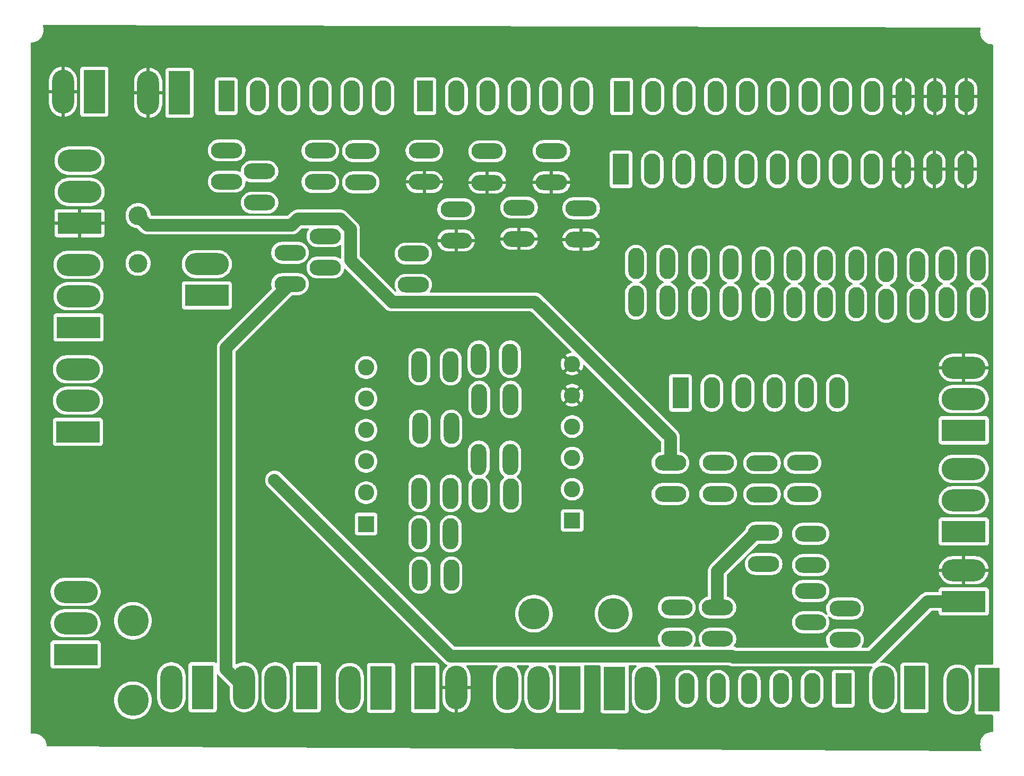
<source format=gbr>
%TF.GenerationSoftware,KiCad,Pcbnew,8.0.3*%
%TF.CreationDate,2024-07-16T22:22:09-07:00*%
%TF.ProjectId,pultec-three-band-eq,70756c74-6563-42d7-9468-7265652d6261,4*%
%TF.SameCoordinates,Original*%
%TF.FileFunction,Copper,L2,Bot*%
%TF.FilePolarity,Positive*%
%FSLAX46Y46*%
G04 Gerber Fmt 4.6, Leading zero omitted, Abs format (unit mm)*
G04 Created by KiCad (PCBNEW 8.0.3) date 2024-07-16 22:22:09*
%MOMM*%
%LPD*%
G01*
G04 APERTURE LIST*
%TA.AperFunction,ComponentPad*%
%ADD10R,2.600000X2.600000*%
%TD*%
%TA.AperFunction,ComponentPad*%
%ADD11C,2.600000*%
%TD*%
%TA.AperFunction,ComponentPad*%
%ADD12R,2.600000X5.000000*%
%TD*%
%TA.AperFunction,ComponentPad*%
%ADD13O,2.600000X5.000000*%
%TD*%
%TA.AperFunction,ComponentPad*%
%ADD14R,7.000000X3.500000*%
%TD*%
%TA.AperFunction,ComponentPad*%
%ADD15O,7.000000X3.500000*%
%TD*%
%TA.AperFunction,ComponentPad*%
%ADD16R,3.500000X7.000000*%
%TD*%
%TA.AperFunction,ComponentPad*%
%ADD17O,3.500000X7.000000*%
%TD*%
%TA.AperFunction,ComponentPad*%
%ADD18O,2.500000X5.000000*%
%TD*%
%TA.AperFunction,ComponentPad*%
%ADD19O,5.000000X2.500000*%
%TD*%
%TA.AperFunction,ComponentPad*%
%ADD20C,5.000000*%
%TD*%
%TA.AperFunction,ComponentPad*%
%ADD21C,3.000000*%
%TD*%
%TA.AperFunction,ViaPad*%
%ADD22C,2.000000*%
%TD*%
%TA.AperFunction,Conductor*%
%ADD23C,2.000000*%
%TD*%
G04 APERTURE END LIST*
D10*
%TO.P,J15,1,Pin_1*%
%TO.N,Net-(J15-Pin_1)*%
X129489200Y-101708000D03*
D11*
%TO.P,J15,2,Pin_2*%
%TO.N,Net-(J15-Pin_2)*%
X129489200Y-96708000D03*
%TO.P,J15,3,Pin_3*%
%TO.N,Net-(J15-Pin_3)*%
X129489200Y-91708000D03*
%TO.P,J15,4,Pin_4*%
%TO.N,Net-(J15-Pin_4)*%
X129489200Y-86708000D03*
%TO.P,J15,5,Pin_5*%
%TO.N,GND*%
X129489200Y-81708000D03*
%TO.P,J15,6,Pin_6*%
X129489200Y-76708000D03*
%TD*%
D12*
%TO.P,J40,1,Pin_1*%
%TO.N,Net-(J14-Pin_1)*%
X137278000Y-45618600D03*
D13*
%TO.P,J40,2,Pin_2*%
%TO.N,Net-(J14-Pin_2)*%
X142278000Y-45618600D03*
%TO.P,J40,3,Pin_3*%
%TO.N,Net-(J14-Pin_3)*%
X147278000Y-45618600D03*
%TO.P,J40,4,Pin_4*%
%TO.N,Net-(J14-Pin_4)*%
X152278000Y-45618600D03*
%TO.P,J40,5,Pin_5*%
%TO.N,Net-(J14-Pin_5)*%
X157278000Y-45618600D03*
%TO.P,J40,6,Pin_6*%
%TO.N,Net-(J14-Pin_6)*%
X162278000Y-45618600D03*
%TO.P,J40,7,Pin_7*%
%TO.N,Net-(J14-Pin_7)*%
X167278000Y-45618600D03*
%TO.P,J40,8,Pin_8*%
%TO.N,Net-(J14-Pin_8)*%
X172278000Y-45618600D03*
%TO.P,J40,9,Pin_9*%
%TO.N,Net-(J14-Pin_9)*%
X177278000Y-45618600D03*
%TO.P,J40,10,Pin_10*%
%TO.N,GND*%
X182278000Y-45618600D03*
%TO.P,J40,11,Pin_11*%
X187278000Y-45618600D03*
%TO.P,J40,12,Pin_12*%
X192278000Y-45618600D03*
%TD*%
D12*
%TO.P,J36,1,Pin_1*%
%TO.N,Net-(J36-Pin_1)*%
X146776400Y-81330800D03*
D13*
%TO.P,J36,2,Pin_2*%
%TO.N,Net-(J36-Pin_2)*%
X151776400Y-81330800D03*
%TO.P,J36,3,Pin_3*%
%TO.N,Net-(J36-Pin_3)*%
X156776400Y-81330800D03*
%TO.P,J36,4,Pin_4*%
%TO.N,Net-(J36-Pin_4)*%
X161776400Y-81330800D03*
%TO.P,J36,5,Pin_5*%
%TO.N,Net-(J36-Pin_5)*%
X166776400Y-81330800D03*
%TO.P,J36,6,Pin_6*%
%TO.N,Net-(J36-Pin_6)*%
X171776400Y-81330800D03*
%TD*%
D14*
%TO.P,J39,1,Pin_1*%
%TO.N,Net-(J38-Pin_3)*%
X191973200Y-87317600D03*
D15*
%TO.P,J39,2,Pin_2*%
X191973200Y-82317600D03*
%TO.P,J39,3,Pin_3*%
%TO.N,GND*%
X191973200Y-77317600D03*
%TD*%
%TO.P,J38,3,Pin_3*%
%TO.N,Net-(J38-Pin_3)*%
X191973200Y-93472000D03*
%TO.P,J38,2,Pin_2*%
%TO.N,Net-(J38-Pin_2)*%
X191973200Y-98472000D03*
D14*
%TO.P,J38,1,Pin_1*%
%TO.N,/pultec-mid-band/MID OUT*%
X191973200Y-103472000D03*
%TD*%
D16*
%TO.P,J35,1,Pin_1*%
%TO.N,Net-(J35-Pin_1)*%
X195997200Y-128727000D03*
D17*
%TO.P,J35,2,Pin_2*%
X190997200Y-128727000D03*
%TD*%
D14*
%TO.P,J32,1,Pin_1*%
%TO.N,/pultec-mid-band/MID OUT*%
X191973200Y-114648000D03*
D15*
%TO.P,J32,2,Pin_2*%
%TO.N,GND*%
X191973200Y-109648000D03*
%TD*%
D16*
%TO.P,J31,1,Pin_1*%
%TO.N,/OUT*%
X53249200Y-33223000D03*
D17*
%TO.P,J31,2,Pin_2*%
%TO.N,GND*%
X48249200Y-33223000D03*
%TD*%
D12*
%TO.P,J14,1,Pin_1*%
%TO.N,Net-(J14-Pin_1)*%
X137378400Y-33985200D03*
D13*
%TO.P,J14,2,Pin_2*%
%TO.N,Net-(J14-Pin_2)*%
X142378400Y-33985200D03*
%TO.P,J14,3,Pin_3*%
%TO.N,Net-(J14-Pin_3)*%
X147378400Y-33985200D03*
%TO.P,J14,4,Pin_4*%
%TO.N,Net-(J14-Pin_4)*%
X152378400Y-33985200D03*
%TO.P,J14,5,Pin_5*%
%TO.N,Net-(J14-Pin_5)*%
X157378400Y-33985200D03*
%TO.P,J14,6,Pin_6*%
%TO.N,Net-(J14-Pin_6)*%
X162378400Y-33985200D03*
%TO.P,J14,7,Pin_7*%
%TO.N,Net-(J14-Pin_7)*%
X167378400Y-33985200D03*
%TO.P,J14,8,Pin_8*%
%TO.N,Net-(J14-Pin_8)*%
X172378400Y-33985200D03*
%TO.P,J14,9,Pin_9*%
%TO.N,Net-(J14-Pin_9)*%
X177378400Y-33985200D03*
%TO.P,J14,10,Pin_10*%
%TO.N,GND*%
X182378400Y-33985200D03*
%TO.P,J14,11,Pin_11*%
X187378400Y-33985200D03*
%TO.P,J14,12,Pin_12*%
X192378400Y-33985200D03*
%TD*%
D18*
%TO.P,C41,1*%
%TO.N,Net-(J36-Pin_6)*%
X189208400Y-66903600D03*
%TO.P,C41,2*%
%TO.N,Net-(J38-Pin_2)*%
X194208400Y-66903600D03*
%TD*%
%TO.P,C40,1*%
%TO.N,Net-(J36-Pin_6)*%
X189208400Y-60903600D03*
%TO.P,C40,2*%
%TO.N,Net-(J38-Pin_2)*%
X194208400Y-60903600D03*
%TD*%
%TO.P,C39,1*%
%TO.N,Net-(J36-Pin_5)*%
X179607200Y-67157600D03*
%TO.P,C39,2*%
%TO.N,Net-(J38-Pin_2)*%
X184607200Y-67157600D03*
%TD*%
%TO.P,C38,1*%
%TO.N,Net-(J36-Pin_5)*%
X179607200Y-61157600D03*
%TO.P,C38,2*%
%TO.N,Net-(J38-Pin_2)*%
X184607200Y-61157600D03*
%TD*%
%TO.P,C37,1*%
%TO.N,Net-(J36-Pin_4)*%
X169802800Y-66903600D03*
%TO.P,C37,2*%
%TO.N,Net-(J38-Pin_2)*%
X174802800Y-66903600D03*
%TD*%
%TO.P,C36,1*%
%TO.N,Net-(J36-Pin_4)*%
X169802800Y-60903600D03*
%TO.P,C36,2*%
%TO.N,Net-(J38-Pin_2)*%
X174802800Y-60903600D03*
%TD*%
%TO.P,C13,1*%
%TO.N,Net-(J36-Pin_3)*%
X159947600Y-66903600D03*
%TO.P,C13,2*%
%TO.N,Net-(J38-Pin_2)*%
X164947600Y-66903600D03*
%TD*%
%TO.P,C12,1*%
%TO.N,Net-(J36-Pin_3)*%
X159947600Y-60903600D03*
%TO.P,C12,2*%
%TO.N,Net-(J38-Pin_2)*%
X164947600Y-60903600D03*
%TD*%
%TO.P,C11,1*%
%TO.N,Net-(J36-Pin_2)*%
X149758400Y-66756800D03*
%TO.P,C11,2*%
%TO.N,Net-(J38-Pin_2)*%
X154758400Y-66756800D03*
%TD*%
%TO.P,C10,1*%
%TO.N,Net-(J36-Pin_2)*%
X149758400Y-60756800D03*
%TO.P,C10,2*%
%TO.N,Net-(J38-Pin_2)*%
X154758400Y-60756800D03*
%TD*%
%TO.P,C9,1*%
%TO.N,Net-(J36-Pin_1)*%
X139678400Y-66649600D03*
%TO.P,C9,2*%
%TO.N,Net-(J38-Pin_2)*%
X144678400Y-66649600D03*
%TD*%
%TO.P,C8,1*%
%TO.N,Net-(J36-Pin_1)*%
X139678400Y-60649600D03*
%TO.P,C8,2*%
%TO.N,Net-(J38-Pin_2)*%
X144678400Y-60649600D03*
%TD*%
D19*
%TO.P,C3,1*%
%TO.N,/HI BOOST OUT*%
X90115006Y-61304600D03*
%TO.P,C3,2*%
%TO.N,Net-(J5-Pin_3)*%
X90115006Y-56304600D03*
%TD*%
D16*
%TO.P,J20,1,Pin_1*%
%TO.N,Net-(J20-Pin_1)*%
X129126000Y-128473200D03*
D17*
%TO.P,J20,2,Pin_2*%
X124126000Y-128473200D03*
%TO.P,J20,3,Pin_3*%
%TO.N,Net-(J20-Pin_3)*%
X119126000Y-128473200D03*
%TD*%
D19*
%TO.P,C20,1*%
%TO.N,GND*%
X115943006Y-47741200D03*
%TO.P,C20,2*%
%TO.N,Net-(J10-Pin_3)*%
X115943006Y-42741200D03*
%TD*%
D10*
%TO.P,J8,1,Pin_1*%
%TO.N,Net-(J8-Pin_1)*%
X96601800Y-102269800D03*
D11*
%TO.P,J8,2,Pin_2*%
%TO.N,Net-(J8-Pin_2)*%
X96601800Y-97269800D03*
%TO.P,J8,3,Pin_3*%
%TO.N,Net-(J8-Pin_3)*%
X96601800Y-92269800D03*
%TO.P,J8,4,Pin_4*%
%TO.N,Net-(J8-Pin_4)*%
X96601800Y-87269800D03*
%TO.P,J8,5,Pin_5*%
%TO.N,Net-(J8-Pin_5)*%
X96601800Y-82269800D03*
%TO.P,J8,6,Pin_6*%
%TO.N,Net-(J8-Pin_6)*%
X96601800Y-77269800D03*
%TD*%
D19*
%TO.P,C28,1*%
%TO.N,/LO BOOST IN*%
X152668000Y-115610000D03*
%TO.P,C28,2*%
%TO.N,Net-(J12-Pin_5)*%
X152668000Y-120610000D03*
%TD*%
%TO.P,C33,1*%
%TO.N,/LO BOOST IN*%
X146183006Y-115599200D03*
%TO.P,C33,2*%
%TO.N,Net-(J12-Pin_5)*%
X146183006Y-120599200D03*
%TD*%
D14*
%TO.P,J11,1,Pin_1*%
%TO.N,GND*%
X50868206Y-54225200D03*
D15*
%TO.P,J11,2,Pin_2*%
%TO.N,/LO BOOST IN*%
X50868206Y-49225200D03*
%TO.P,J11,3,Pin_3*%
X50868206Y-44225200D03*
%TD*%
D19*
%TO.P,C1,1*%
%TO.N,/HI BOOST OUT*%
X74367006Y-47577800D03*
%TO.P,C1,2*%
%TO.N,Net-(J5-Pin_1)*%
X74367006Y-42577800D03*
%TD*%
%TO.P,C27,1*%
%TO.N,/LO BOOST IN*%
X152787006Y-92485200D03*
%TO.P,C27,2*%
%TO.N,Net-(J12-Pin_4)*%
X152787006Y-97485200D03*
%TD*%
D16*
%TO.P,J1,1,Pin_1*%
%TO.N,/IN*%
X106019600Y-128422400D03*
D17*
%TO.P,J1,2,Pin_2*%
%TO.N,GND*%
X111019600Y-128422400D03*
%TD*%
D19*
%TO.P,C25,1*%
%TO.N,/LO BOOST IN*%
X160051406Y-103661200D03*
%TO.P,C25,2*%
%TO.N,Net-(J12-Pin_2)*%
X160051406Y-108661200D03*
%TD*%
D18*
%TO.P,C17,1*%
%TO.N,Net-(J15-Pin_2)*%
X119695600Y-97485200D03*
%TO.P,C17,2*%
%TO.N,Net-(J8-Pin_3)*%
X114695600Y-97485200D03*
%TD*%
D20*
%TO.P,R3,1*%
%TO.N,Net-(J19-Pin_1)*%
X136093200Y-116586000D03*
%TO.P,R3,2*%
%TO.N,Net-(J20-Pin_1)*%
X123393200Y-116586000D03*
%TD*%
D19*
%TO.P,C5,1*%
%TO.N,/HI BOOST OUT*%
X95758000Y-47701200D03*
%TO.P,C5,2*%
%TO.N,Net-(J5-Pin_5)*%
X95758000Y-42701200D03*
%TD*%
%TO.P,C18,1*%
%TO.N,GND*%
X105913806Y-47650200D03*
%TO.P,C18,2*%
%TO.N,Net-(J10-Pin_1)*%
X105913806Y-42650200D03*
%TD*%
%TO.P,C24,1*%
%TO.N,/LO BOOST IN*%
X173024800Y-115773200D03*
%TO.P,C24,2*%
%TO.N,Net-(J12-Pin_1)*%
X173024800Y-120773200D03*
%TD*%
D16*
%TO.P,J2,1,Pin_1*%
%TO.N,/OUT*%
X66830206Y-33404600D03*
D17*
%TO.P,J2,2,Pin_2*%
%TO.N,GND*%
X61830206Y-33404600D03*
%TD*%
D14*
%TO.P,J9,1,Pin_1*%
%TO.N,/OUT*%
X71188206Y-65764400D03*
D15*
%TO.P,J9,2,Pin_2*%
X71188206Y-60764400D03*
%TD*%
D18*
%TO.P,C35,1*%
%TO.N,Net-(J15-Pin_1)*%
X110196000Y-110439200D03*
%TO.P,C35,2*%
%TO.N,Net-(J8-Pin_1)*%
X105196000Y-110439200D03*
%TD*%
D19*
%TO.P,C2,1*%
%TO.N,/HI BOOST OUT*%
X79599406Y-50941400D03*
%TO.P,C2,2*%
%TO.N,Net-(J5-Pin_2)*%
X79599406Y-45941400D03*
%TD*%
%TO.P,C32,1*%
%TO.N,/LO BOOST IN*%
X159797406Y-92536000D03*
%TO.P,C32,2*%
%TO.N,Net-(J12-Pin_4)*%
X159797406Y-97536000D03*
%TD*%
D18*
%TO.P,C14,1*%
%TO.N,Net-(J15-Pin_4)*%
X110105200Y-77165200D03*
%TO.P,C14,2*%
%TO.N,Net-(J8-Pin_6)*%
X105105200Y-77165200D03*
%TD*%
D21*
%TO.P,R2,1*%
%TO.N,/OUT*%
X60215406Y-60633600D03*
%TO.P,R2,2*%
%TO.N,/LO BOOST IN*%
X60215406Y-53013600D03*
%TD*%
D16*
%TO.P,J6,1,Pin_1*%
%TO.N,/LO BOOST IN*%
X184120800Y-128422400D03*
D17*
%TO.P,J6,2,Pin_2*%
X179120800Y-128422400D03*
%TD*%
D12*
%TO.P,J5,1,Pin_1*%
%TO.N,Net-(J5-Pin_1)*%
X74313006Y-33938200D03*
D13*
%TO.P,J5,2,Pin_2*%
%TO.N,Net-(J5-Pin_2)*%
X79313006Y-33938200D03*
%TO.P,J5,3,Pin_3*%
%TO.N,Net-(J5-Pin_3)*%
X84313006Y-33938200D03*
%TO.P,J5,4,Pin_4*%
%TO.N,Net-(J5-Pin_4)*%
X89313006Y-33938200D03*
%TO.P,J5,5,Pin_5*%
%TO.N,Net-(J5-Pin_5)*%
X94313006Y-33938200D03*
%TO.P,J5,6,Pin_6*%
%TO.N,Net-(J5-Pin_6)*%
X99313006Y-33938200D03*
%TD*%
D18*
%TO.P,C34,1*%
%TO.N,Net-(J15-Pin_1)*%
X110105200Y-103835200D03*
%TO.P,C34,2*%
%TO.N,Net-(J8-Pin_2)*%
X105105200Y-103835200D03*
%TD*%
D19*
%TO.P,C23,1*%
%TO.N,GND*%
X130929006Y-56845200D03*
%TO.P,C23,2*%
%TO.N,Net-(J10-Pin_6)*%
X130929006Y-51845200D03*
%TD*%
%TO.P,C4,1*%
%TO.N,/HI BOOST OUT*%
X89302206Y-47639400D03*
%TO.P,C4,2*%
%TO.N,Net-(J5-Pin_4)*%
X89302206Y-42639400D03*
%TD*%
%TO.P,C30,1*%
%TO.N,/LO BOOST IN*%
X167552400Y-112979200D03*
%TO.P,C30,2*%
%TO.N,Net-(J12-Pin_1)*%
X167552400Y-117979200D03*
%TD*%
%TO.P,C21,1*%
%TO.N,GND*%
X121023006Y-56722000D03*
%TO.P,C21,2*%
%TO.N,Net-(J10-Pin_4)*%
X121023006Y-51722000D03*
%TD*%
%TO.P,C26,1*%
%TO.N,/LO BOOST IN*%
X166249006Y-92485200D03*
%TO.P,C26,2*%
%TO.N,Net-(J12-Pin_3)*%
X166249006Y-97485200D03*
%TD*%
D14*
%TO.P,J29,1,Pin_1*%
%TO.N,/pultec-mid-band/MID OUT*%
X50614206Y-87557600D03*
D15*
%TO.P,J29,2,Pin_2*%
%TO.N,/pultec-mid-band/MID L SND*%
X50614206Y-82557600D03*
%TO.P,J29,3,Pin_3*%
%TO.N,/OUT*%
X50614206Y-77557600D03*
%TD*%
D16*
%TO.P,J3,1,Pin_1*%
%TO.N,Net-(J3-Pin_1)*%
X70527806Y-128350000D03*
D17*
%TO.P,J3,2,Pin_2*%
X65527806Y-128350000D03*
%TD*%
D14*
%TO.P,J4,1,Pin_1*%
%TO.N,/HI BOOST OUT*%
X50258606Y-123117600D03*
D15*
%TO.P,J4,2,Pin_2*%
%TO.N,Net-(J4-Pin_2)*%
X50258606Y-118117600D03*
%TO.P,J4,3,Pin_3*%
%TO.N,/LO BOOST IN*%
X50258606Y-113117600D03*
%TD*%
D16*
%TO.P,J13,1,Pin_1*%
%TO.N,/IN*%
X98997406Y-128451600D03*
D17*
%TO.P,J13,2,Pin_2*%
X93997406Y-128451600D03*
%TD*%
D19*
%TO.P,C31,1*%
%TO.N,/LO BOOST IN*%
X167552400Y-103835200D03*
%TO.P,C31,2*%
%TO.N,Net-(J12-Pin_2)*%
X167552400Y-108835200D03*
%TD*%
D12*
%TO.P,J12,1,Pin_1*%
%TO.N,Net-(J12-Pin_1)*%
X172777200Y-128574800D03*
D13*
%TO.P,J12,2,Pin_2*%
%TO.N,Net-(J12-Pin_2)*%
X167777200Y-128574800D03*
%TO.P,J12,3,Pin_3*%
%TO.N,Net-(J12-Pin_3)*%
X162777200Y-128574800D03*
%TO.P,J12,4,Pin_4*%
%TO.N,Net-(J12-Pin_4)*%
X157777200Y-128574800D03*
%TO.P,J12,5,Pin_5*%
%TO.N,Net-(J12-Pin_5)*%
X152777200Y-128574800D03*
%TO.P,J12,6,Pin_6*%
%TO.N,Net-(J12-Pin_6)*%
X147777200Y-128574800D03*
%TD*%
D18*
%TO.P,C16,1*%
%TO.N,Net-(J15-Pin_3)*%
X110206800Y-87020400D03*
%TO.P,C16,2*%
%TO.N,Net-(J8-Pin_4)*%
X105206800Y-87020400D03*
%TD*%
%TO.P,C4a2,1*%
%TO.N,Net-(J15-Pin_2)*%
X119594000Y-91957400D03*
%TO.P,C4a2,2*%
%TO.N,Net-(J8-Pin_3)*%
X114594000Y-91957400D03*
%TD*%
D19*
%TO.P,C22,1*%
%TO.N,GND*%
X126183006Y-47701200D03*
%TO.P,C22,2*%
%TO.N,Net-(J10-Pin_5)*%
X126183006Y-42701200D03*
%TD*%
D14*
%TO.P,J7,1,Pin_1*%
%TO.N,/HI BOOST OUT*%
X50715806Y-70880000D03*
D15*
%TO.P,J7,2,Pin_2*%
%TO.N,/OUT*%
X50715806Y-65880000D03*
%TO.P,J7,3,Pin_3*%
X50715806Y-60880000D03*
%TD*%
D19*
%TO.P,C7,1*%
%TO.N,/HI BOOST OUT*%
X84476206Y-63946200D03*
%TO.P,C7,2*%
%TO.N,Net-(J5-Pin_3)*%
X84476206Y-58946200D03*
%TD*%
D16*
%TO.P,J19,1,Pin_1*%
%TO.N,Net-(J19-Pin_1)*%
X136245600Y-128524000D03*
D17*
%TO.P,J19,2,Pin_2*%
X141245600Y-128524000D03*
%TD*%
D18*
%TO.P,C2a2,1*%
%TO.N,Net-(J15-Pin_3)*%
X119655600Y-82397600D03*
%TO.P,C2a2,2*%
%TO.N,Net-(J8-Pin_5)*%
X114655600Y-82397600D03*
%TD*%
D20*
%TO.P,R1,1*%
%TO.N,Net-(J4-Pin_2)*%
X59402606Y-117732800D03*
%TO.P,R1,2*%
%TO.N,Net-(J3-Pin_1)*%
X59402606Y-130432800D03*
%TD*%
D19*
%TO.P,C29,1*%
%TO.N,/LO BOOST IN*%
X145167006Y-92485200D03*
%TO.P,C29,2*%
%TO.N,Net-(J12-Pin_6)*%
X145167006Y-97485200D03*
%TD*%
D12*
%TO.P,J10,1,Pin_1*%
%TO.N,Net-(J10-Pin_1)*%
X106023006Y-33938200D03*
D13*
%TO.P,J10,2,Pin_2*%
%TO.N,Net-(J10-Pin_2)*%
X111023006Y-33938200D03*
%TO.P,J10,3,Pin_3*%
%TO.N,Net-(J10-Pin_3)*%
X116023006Y-33938200D03*
%TO.P,J10,4,Pin_4*%
%TO.N,Net-(J10-Pin_4)*%
X121023006Y-33938200D03*
%TO.P,J10,5,Pin_5*%
%TO.N,Net-(J10-Pin_5)*%
X126023006Y-33938200D03*
%TO.P,J10,6,Pin_6*%
%TO.N,Net-(J10-Pin_6)*%
X131023006Y-33938200D03*
%TD*%
D18*
%TO.P,C5a2,1*%
%TO.N,Net-(J15-Pin_1)*%
X110094400Y-97383600D03*
%TO.P,C5a2,2*%
%TO.N,Net-(J8-Pin_2)*%
X105094400Y-97383600D03*
%TD*%
%TO.P,C15,1*%
%TO.N,Net-(J15-Pin_3)*%
X119564800Y-75946000D03*
%TO.P,C15,2*%
%TO.N,Net-(J8-Pin_5)*%
X114564800Y-75946000D03*
%TD*%
D16*
%TO.P,J21,1,Pin_1*%
%TO.N,/IN*%
X87139406Y-128350000D03*
D17*
%TO.P,J21,2,Pin_2*%
%TO.N,Net-(J20-Pin_3)*%
X82139406Y-128350000D03*
%TO.P,J21,3,Pin_3*%
%TO.N,/HI BOOST OUT*%
X77139406Y-128350000D03*
%TD*%
D19*
%TO.P,C6,1*%
%TO.N,/HI BOOST OUT*%
X104140000Y-64058800D03*
%TO.P,C6,2*%
%TO.N,Net-(J5-Pin_6)*%
X104140000Y-59058800D03*
%TD*%
%TO.P,C19,1*%
%TO.N,GND*%
X110964606Y-56986800D03*
%TO.P,C19,2*%
%TO.N,Net-(J10-Pin_2)*%
X110964606Y-51986800D03*
%TD*%
D22*
%TO.N,/pultec-mid-band/MID OUT*%
X81991200Y-95250000D03*
%TD*%
D23*
%TO.N,/LO BOOST IN*%
X145167006Y-92485200D02*
X145167006Y-88426008D01*
X145167006Y-88426008D02*
X123549798Y-66808800D01*
X92504093Y-53554600D02*
X85699600Y-53554600D01*
X123549798Y-66808800D02*
X100758293Y-66808800D01*
X100758293Y-66808800D02*
X94115006Y-60165513D01*
X61715406Y-54513600D02*
X60215406Y-53013600D01*
X94115006Y-60165513D02*
X94115006Y-55165513D01*
X94115006Y-55165513D02*
X92504093Y-53554600D01*
X84740600Y-54513600D02*
X61715406Y-54513600D01*
X85699600Y-53554600D02*
X84740600Y-54513600D01*
%TO.N,/pultec-mid-band/MID OUT*%
X191973200Y-114648000D02*
X186166800Y-114648000D01*
X186166800Y-114648000D02*
X177291600Y-123523200D01*
X81991200Y-95250000D02*
X110101200Y-123360000D01*
X110101200Y-123360000D02*
X155057087Y-123360000D01*
X155057087Y-123360000D02*
X155220287Y-123523200D01*
X155220287Y-123523200D02*
X177291600Y-123523200D01*
X191973200Y-103624400D02*
X192125600Y-103776800D01*
X191973200Y-103472000D02*
X191973200Y-103624400D01*
%TO.N,/HI BOOST OUT*%
X74277806Y-74144600D02*
X84476206Y-63946200D01*
X77139406Y-128350000D02*
X77092800Y-128350000D01*
X77092800Y-128350000D02*
X74277806Y-125535006D01*
X74277806Y-125535006D02*
X74277806Y-74144600D01*
%TO.N,/LO BOOST IN*%
X158801406Y-103661200D02*
X160051406Y-103661200D01*
X152668000Y-109794606D02*
X158801406Y-103661200D01*
X152668000Y-115610000D02*
X152668000Y-109794606D01*
%TD*%
%TA.AperFunction,Conductor*%
%TO.N,GND*%
G36*
X194546059Y-22955345D02*
G01*
X194613040Y-22975229D01*
X194658637Y-23028169D01*
X194668375Y-23097356D01*
X194666856Y-23105702D01*
X194610804Y-23363366D01*
X194590390Y-23648798D01*
X194590390Y-23648801D01*
X194610804Y-23934233D01*
X194671628Y-24213837D01*
X194671630Y-24213843D01*
X194671631Y-24213846D01*
X194760576Y-24452315D01*
X194771635Y-24481966D01*
X194908770Y-24733109D01*
X194908775Y-24733117D01*
X195080254Y-24962187D01*
X195080270Y-24962205D01*
X195282594Y-25164529D01*
X195282612Y-25164545D01*
X195511682Y-25336024D01*
X195511690Y-25336029D01*
X195762833Y-25473164D01*
X195762832Y-25473164D01*
X195762836Y-25473165D01*
X195762839Y-25473167D01*
X196030954Y-25573169D01*
X196030960Y-25573170D01*
X196030962Y-25573171D01*
X196310566Y-25633995D01*
X196310568Y-25633995D01*
X196310572Y-25633996D01*
X196531647Y-25649807D01*
X196597110Y-25674224D01*
X196638982Y-25730157D01*
X196646800Y-25773491D01*
X196646800Y-124602500D01*
X196627115Y-124669539D01*
X196574311Y-124715294D01*
X196522800Y-124726500D01*
X194199329Y-124726500D01*
X194199323Y-124726501D01*
X194139716Y-124732908D01*
X194004871Y-124783202D01*
X194004864Y-124783206D01*
X193889655Y-124869452D01*
X193889652Y-124869455D01*
X193803406Y-124984664D01*
X193803402Y-124984671D01*
X193753108Y-125119517D01*
X193746701Y-125179116D01*
X193746700Y-125179135D01*
X193746700Y-132274870D01*
X193746701Y-132274876D01*
X193753108Y-132334483D01*
X193803402Y-132469328D01*
X193803406Y-132469335D01*
X193889652Y-132584544D01*
X193889655Y-132584547D01*
X194004864Y-132670793D01*
X194004871Y-132670797D01*
X194139717Y-132721091D01*
X194139716Y-132721091D01*
X194146644Y-132721835D01*
X194199327Y-132727500D01*
X196522801Y-132727499D01*
X196589839Y-132747184D01*
X196635594Y-132799987D01*
X196646800Y-132851499D01*
X196646800Y-135340108D01*
X196627115Y-135407147D01*
X196574311Y-135452902D01*
X196531646Y-135463792D01*
X196310566Y-135479604D01*
X196030962Y-135540428D01*
X195762833Y-135640435D01*
X195511690Y-135777570D01*
X195511682Y-135777575D01*
X195282612Y-135949054D01*
X195282594Y-135949070D01*
X195080270Y-136151394D01*
X195080254Y-136151412D01*
X194908775Y-136380482D01*
X194908770Y-136380490D01*
X194771635Y-136631633D01*
X194671628Y-136899762D01*
X194610804Y-137179366D01*
X194590390Y-137464798D01*
X194590390Y-137464801D01*
X194610804Y-137750233D01*
X194671628Y-138029837D01*
X194771635Y-138297967D01*
X194821197Y-138388732D01*
X194836049Y-138457005D01*
X194811632Y-138522470D01*
X194755698Y-138564341D01*
X194711709Y-138572157D01*
X45778572Y-137783890D01*
X45711637Y-137763851D01*
X45666163Y-137710806D01*
X45655544Y-137668738D01*
X45640958Y-137464798D01*
X45640427Y-137457372D01*
X45579600Y-137177754D01*
X45479598Y-136909639D01*
X45479526Y-136909508D01*
X45342460Y-136658490D01*
X45342455Y-136658482D01*
X45170976Y-136429412D01*
X45170960Y-136429394D01*
X44968636Y-136227070D01*
X44968618Y-136227054D01*
X44739548Y-136055575D01*
X44739540Y-136055570D01*
X44488397Y-135918435D01*
X44488398Y-135918435D01*
X44381146Y-135878432D01*
X44220277Y-135818431D01*
X44220274Y-135818430D01*
X44220268Y-135818428D01*
X43940664Y-135757604D01*
X43655232Y-135737190D01*
X43655230Y-135737190D01*
X43369797Y-135757604D01*
X43369796Y-135757604D01*
X43228758Y-135788285D01*
X43159066Y-135783301D01*
X43103133Y-135741429D01*
X43078716Y-135675964D01*
X43078400Y-135667119D01*
X43078400Y-130432796D01*
X56397021Y-130432796D01*
X56397021Y-130432803D01*
X56417344Y-130781727D01*
X56417345Y-130781738D01*
X56478034Y-131125927D01*
X56478036Y-131125934D01*
X56578280Y-131460772D01*
X56716713Y-131781695D01*
X56716719Y-131781708D01*
X56891476Y-132084397D01*
X57100190Y-132364749D01*
X57100195Y-132364755D01*
X57198858Y-132469331D01*
X57340048Y-132618983D01*
X57469373Y-132727499D01*
X57607792Y-132843647D01*
X57607800Y-132843653D01*
X57899809Y-133035711D01*
X57899813Y-133035713D01*
X58212155Y-133192577D01*
X58540595Y-133312119D01*
X58880692Y-133392723D01*
X59227847Y-133433300D01*
X59227854Y-133433300D01*
X59577358Y-133433300D01*
X59577365Y-133433300D01*
X59924520Y-133392723D01*
X60264617Y-133312119D01*
X60593057Y-133192577D01*
X60905399Y-133035713D01*
X61197417Y-132843649D01*
X61465164Y-132618983D01*
X61705018Y-132364753D01*
X61913736Y-132084396D01*
X62088495Y-131781704D01*
X62226932Y-131460771D01*
X62327175Y-131125936D01*
X62327751Y-131122673D01*
X62387866Y-130781738D01*
X62387865Y-130781738D01*
X62387868Y-130781727D01*
X62408191Y-130432800D01*
X62387868Y-130083873D01*
X62387866Y-130083861D01*
X62327177Y-129739672D01*
X62327175Y-129739665D01*
X62226931Y-129404827D01*
X62088498Y-129083904D01*
X62088495Y-129083896D01*
X62014628Y-128955955D01*
X61913735Y-128781202D01*
X61705021Y-128500850D01*
X61705016Y-128500844D01*
X61485463Y-128268133D01*
X61465164Y-128246617D01*
X61307725Y-128114510D01*
X61197419Y-128021952D01*
X61197411Y-128021946D01*
X60905402Y-127829888D01*
X60593064Y-127673026D01*
X60593058Y-127673023D01*
X60264618Y-127553481D01*
X60264615Y-127553480D01*
X59924521Y-127472877D01*
X59881125Y-127467804D01*
X59577365Y-127432300D01*
X59227847Y-127432300D01*
X58924086Y-127467804D01*
X58880691Y-127472877D01*
X58880689Y-127472877D01*
X58540596Y-127553480D01*
X58540593Y-127553481D01*
X58212153Y-127673023D01*
X58212147Y-127673026D01*
X57899809Y-127829888D01*
X57607800Y-128021946D01*
X57607792Y-128021952D01*
X57340048Y-128246617D01*
X57340046Y-128246619D01*
X57100195Y-128500844D01*
X57100190Y-128500850D01*
X56891476Y-128781202D01*
X56716719Y-129083891D01*
X56716713Y-129083904D01*
X56578280Y-129404827D01*
X56478036Y-129739665D01*
X56478034Y-129739672D01*
X56417345Y-130083861D01*
X56417344Y-130083872D01*
X56397021Y-130432796D01*
X43078400Y-130432796D01*
X43078400Y-126452486D01*
X63277306Y-126452486D01*
X63277306Y-130247513D01*
X63301701Y-130432803D01*
X63315813Y-130539993D01*
X63380585Y-130781727D01*
X63392167Y-130824951D01*
X63392170Y-130824961D01*
X63505060Y-131097500D01*
X63505064Y-131097510D01*
X63652567Y-131352993D01*
X63832158Y-131587040D01*
X63832164Y-131587047D01*
X64040758Y-131795641D01*
X64040765Y-131795647D01*
X64274812Y-131975238D01*
X64530295Y-132122741D01*
X64530296Y-132122741D01*
X64530299Y-132122743D01*
X64802854Y-132235639D01*
X65087813Y-132311993D01*
X65366221Y-132348646D01*
X65380284Y-132350498D01*
X65380300Y-132350500D01*
X65380307Y-132350500D01*
X65675305Y-132350500D01*
X65675312Y-132350500D01*
X65967799Y-132311993D01*
X66252758Y-132235639D01*
X66525313Y-132122743D01*
X66780800Y-131975238D01*
X67014848Y-131795646D01*
X67223452Y-131587042D01*
X67403044Y-131352994D01*
X67550549Y-131097507D01*
X67663445Y-130824952D01*
X67739799Y-130539993D01*
X67778306Y-130247506D01*
X67778306Y-126452494D01*
X67739799Y-126160007D01*
X67663445Y-125875048D01*
X67663230Y-125874530D01*
X67622622Y-125776493D01*
X67550549Y-125602493D01*
X67537971Y-125580708D01*
X67403044Y-125347006D01*
X67223453Y-125112959D01*
X67223447Y-125112952D01*
X67014853Y-124904358D01*
X67014846Y-124904352D01*
X66881635Y-124802135D01*
X68277306Y-124802135D01*
X68277306Y-131897870D01*
X68277307Y-131897876D01*
X68283714Y-131957483D01*
X68334008Y-132092328D01*
X68334012Y-132092335D01*
X68420258Y-132207544D01*
X68420261Y-132207547D01*
X68535470Y-132293793D01*
X68535477Y-132293797D01*
X68670323Y-132344091D01*
X68670322Y-132344091D01*
X68677250Y-132344835D01*
X68729933Y-132350500D01*
X72325678Y-132350499D01*
X72385289Y-132344091D01*
X72520137Y-132293796D01*
X72635352Y-132207546D01*
X72721602Y-132092331D01*
X72771897Y-131957483D01*
X72778306Y-131897873D01*
X72778305Y-126405556D01*
X72797990Y-126338518D01*
X72850794Y-126292763D01*
X72919952Y-126282819D01*
X72983508Y-126311844D01*
X73002622Y-126332670D01*
X73089684Y-126452500D01*
X73133290Y-126512517D01*
X74852587Y-128231814D01*
X74886072Y-128293137D01*
X74888906Y-128319495D01*
X74888906Y-130247513D01*
X74913301Y-130432803D01*
X74927413Y-130539993D01*
X74992185Y-130781727D01*
X75003767Y-130824951D01*
X75003770Y-130824961D01*
X75116660Y-131097500D01*
X75116664Y-131097510D01*
X75264167Y-131352993D01*
X75443758Y-131587040D01*
X75443764Y-131587047D01*
X75652358Y-131795641D01*
X75652365Y-131795647D01*
X75886412Y-131975238D01*
X76141895Y-132122741D01*
X76141896Y-132122741D01*
X76141899Y-132122743D01*
X76414454Y-132235639D01*
X76699413Y-132311993D01*
X76977821Y-132348646D01*
X76991884Y-132350498D01*
X76991900Y-132350500D01*
X76991907Y-132350500D01*
X77286905Y-132350500D01*
X77286912Y-132350500D01*
X77579399Y-132311993D01*
X77864358Y-132235639D01*
X78136913Y-132122743D01*
X78392400Y-131975238D01*
X78626448Y-131795646D01*
X78835052Y-131587042D01*
X79014644Y-131352994D01*
X79162149Y-131097507D01*
X79275045Y-130824952D01*
X79351399Y-130539993D01*
X79389906Y-130247506D01*
X79389906Y-126452494D01*
X79389905Y-126452486D01*
X79888906Y-126452486D01*
X79888906Y-130247513D01*
X79913301Y-130432803D01*
X79927413Y-130539993D01*
X79992185Y-130781727D01*
X80003767Y-130824951D01*
X80003770Y-130824961D01*
X80116660Y-131097500D01*
X80116664Y-131097510D01*
X80264167Y-131352993D01*
X80443758Y-131587040D01*
X80443764Y-131587047D01*
X80652358Y-131795641D01*
X80652365Y-131795647D01*
X80886412Y-131975238D01*
X81141895Y-132122741D01*
X81141896Y-132122741D01*
X81141899Y-132122743D01*
X81414454Y-132235639D01*
X81699413Y-132311993D01*
X81977821Y-132348646D01*
X81991884Y-132350498D01*
X81991900Y-132350500D01*
X81991907Y-132350500D01*
X82286905Y-132350500D01*
X82286912Y-132350500D01*
X82579399Y-132311993D01*
X82864358Y-132235639D01*
X83136913Y-132122743D01*
X83392400Y-131975238D01*
X83626448Y-131795646D01*
X83835052Y-131587042D01*
X84014644Y-131352994D01*
X84162149Y-131097507D01*
X84275045Y-130824952D01*
X84351399Y-130539993D01*
X84389906Y-130247506D01*
X84389906Y-126452494D01*
X84351399Y-126160007D01*
X84275045Y-125875048D01*
X84274830Y-125874530D01*
X84234222Y-125776493D01*
X84162149Y-125602493D01*
X84149571Y-125580708D01*
X84014644Y-125347006D01*
X83835053Y-125112959D01*
X83835047Y-125112952D01*
X83626453Y-124904358D01*
X83626446Y-124904352D01*
X83493235Y-124802135D01*
X84888906Y-124802135D01*
X84888906Y-131897870D01*
X84888907Y-131897876D01*
X84895314Y-131957483D01*
X84945608Y-132092328D01*
X84945612Y-132092335D01*
X85031858Y-132207544D01*
X85031861Y-132207547D01*
X85147070Y-132293793D01*
X85147077Y-132293797D01*
X85281923Y-132344091D01*
X85281922Y-132344091D01*
X85288850Y-132344835D01*
X85341533Y-132350500D01*
X88937278Y-132350499D01*
X88996889Y-132344091D01*
X89131737Y-132293796D01*
X89246952Y-132207546D01*
X89333202Y-132092331D01*
X89383497Y-131957483D01*
X89389906Y-131897873D01*
X89389905Y-126554086D01*
X91746906Y-126554086D01*
X91746906Y-130349113D01*
X91778977Y-130592713D01*
X91785413Y-130641593D01*
X91861767Y-130926551D01*
X91861770Y-130926561D01*
X91974660Y-131199100D01*
X91974664Y-131199110D01*
X92122167Y-131454593D01*
X92301758Y-131688640D01*
X92301764Y-131688647D01*
X92510358Y-131897241D01*
X92510365Y-131897247D01*
X92744412Y-132076838D01*
X92999895Y-132224341D01*
X92999896Y-132224341D01*
X92999899Y-132224343D01*
X93167576Y-132293797D01*
X93256778Y-132330746D01*
X93272454Y-132337239D01*
X93557413Y-132413593D01*
X93835821Y-132450246D01*
X93849884Y-132452098D01*
X93849900Y-132452100D01*
X93849907Y-132452100D01*
X94144905Y-132452100D01*
X94144912Y-132452100D01*
X94437399Y-132413593D01*
X94722358Y-132337239D01*
X94994913Y-132224343D01*
X95250400Y-132076838D01*
X95484448Y-131897246D01*
X95693052Y-131688642D01*
X95872644Y-131454594D01*
X96020149Y-131199107D01*
X96133045Y-130926552D01*
X96209399Y-130641593D01*
X96247906Y-130349106D01*
X96247906Y-126554094D01*
X96209399Y-126261607D01*
X96133045Y-125976648D01*
X96020149Y-125704093D01*
X96003420Y-125675118D01*
X95872644Y-125448606D01*
X95693053Y-125214559D01*
X95693047Y-125214552D01*
X95484453Y-125005958D01*
X95484446Y-125005952D01*
X95351235Y-124903735D01*
X96746906Y-124903735D01*
X96746906Y-131999470D01*
X96746907Y-131999476D01*
X96753314Y-132059083D01*
X96803608Y-132193928D01*
X96803612Y-132193935D01*
X96889858Y-132309144D01*
X96889861Y-132309147D01*
X97005070Y-132395393D01*
X97005077Y-132395397D01*
X97139923Y-132445691D01*
X97139922Y-132445691D01*
X97146850Y-132446435D01*
X97199533Y-132452100D01*
X100795278Y-132452099D01*
X100854889Y-132445691D01*
X100989737Y-132395396D01*
X101104952Y-132309146D01*
X101191202Y-132193931D01*
X101241497Y-132059083D01*
X101247906Y-131999473D01*
X101247905Y-124903728D01*
X101244767Y-124874535D01*
X103769100Y-124874535D01*
X103769100Y-131970270D01*
X103769101Y-131970276D01*
X103775508Y-132029883D01*
X103825802Y-132164728D01*
X103825806Y-132164735D01*
X103912052Y-132279944D01*
X103912055Y-132279947D01*
X104027264Y-132366193D01*
X104027271Y-132366197D01*
X104162117Y-132416491D01*
X104162116Y-132416491D01*
X104166786Y-132416993D01*
X104221727Y-132422900D01*
X107817472Y-132422899D01*
X107877083Y-132416491D01*
X108011931Y-132366196D01*
X108127146Y-132279946D01*
X108213396Y-132164731D01*
X108263691Y-132029883D01*
X108270100Y-131970273D01*
X108270099Y-124874528D01*
X108263691Y-124814917D01*
X108261004Y-124807714D01*
X108213397Y-124680071D01*
X108213393Y-124680064D01*
X108127147Y-124564855D01*
X108127144Y-124564852D01*
X108011935Y-124478606D01*
X108011928Y-124478602D01*
X107877082Y-124428308D01*
X107877083Y-124428308D01*
X107817483Y-124421901D01*
X107817481Y-124421900D01*
X107817473Y-124421900D01*
X107817464Y-124421900D01*
X104221729Y-124421900D01*
X104221723Y-124421901D01*
X104162116Y-124428308D01*
X104027271Y-124478602D01*
X104027264Y-124478606D01*
X103912055Y-124564852D01*
X103912052Y-124564855D01*
X103825806Y-124680064D01*
X103825802Y-124680071D01*
X103775508Y-124814917D01*
X103769645Y-124869454D01*
X103769101Y-124874523D01*
X103769100Y-124874535D01*
X101244767Y-124874535D01*
X101241497Y-124844117D01*
X101240470Y-124841364D01*
X101191203Y-124709271D01*
X101191199Y-124709264D01*
X101104953Y-124594055D01*
X101104950Y-124594052D01*
X100989741Y-124507806D01*
X100989734Y-124507802D01*
X100854888Y-124457508D01*
X100854889Y-124457508D01*
X100795289Y-124451101D01*
X100795287Y-124451100D01*
X100795279Y-124451100D01*
X100795270Y-124451100D01*
X97199535Y-124451100D01*
X97199529Y-124451101D01*
X97139922Y-124457508D01*
X97005077Y-124507802D01*
X97005070Y-124507806D01*
X96889861Y-124594052D01*
X96889858Y-124594055D01*
X96803612Y-124709264D01*
X96803608Y-124709271D01*
X96753314Y-124844117D01*
X96749437Y-124880185D01*
X96746907Y-124903723D01*
X96746906Y-124903735D01*
X95351235Y-124903735D01*
X95250399Y-124826361D01*
X94994916Y-124678858D01*
X94994906Y-124678854D01*
X94722367Y-124565964D01*
X94722360Y-124565962D01*
X94722358Y-124565961D01*
X94437399Y-124489607D01*
X94388519Y-124483171D01*
X94144919Y-124451100D01*
X94144912Y-124451100D01*
X93849900Y-124451100D01*
X93849892Y-124451100D01*
X93571491Y-124487753D01*
X93557413Y-124489607D01*
X93276593Y-124564852D01*
X93272454Y-124565961D01*
X93272444Y-124565964D01*
X92999905Y-124678854D01*
X92999895Y-124678858D01*
X92744412Y-124826361D01*
X92510365Y-125005952D01*
X92510358Y-125005958D01*
X92301764Y-125214552D01*
X92301758Y-125214559D01*
X92122167Y-125448606D01*
X91974664Y-125704089D01*
X91974660Y-125704099D01*
X91861770Y-125976638D01*
X91861767Y-125976648D01*
X91812637Y-126160007D01*
X91785414Y-126261604D01*
X91785412Y-126261615D01*
X91746906Y-126554086D01*
X89389905Y-126554086D01*
X89389905Y-124802128D01*
X89383497Y-124742517D01*
X89379913Y-124732909D01*
X89333203Y-124607671D01*
X89333199Y-124607664D01*
X89246953Y-124492455D01*
X89246950Y-124492452D01*
X89131741Y-124406206D01*
X89131734Y-124406202D01*
X88996888Y-124355908D01*
X88996889Y-124355908D01*
X88937289Y-124349501D01*
X88937287Y-124349500D01*
X88937279Y-124349500D01*
X88937270Y-124349500D01*
X85341535Y-124349500D01*
X85341529Y-124349501D01*
X85281922Y-124355908D01*
X85147077Y-124406202D01*
X85147070Y-124406206D01*
X85031861Y-124492452D01*
X85031858Y-124492455D01*
X84945612Y-124607664D01*
X84945608Y-124607671D01*
X84895314Y-124742517D01*
X84890940Y-124783206D01*
X84888907Y-124802123D01*
X84888906Y-124802135D01*
X83493235Y-124802135D01*
X83392399Y-124724761D01*
X83136916Y-124577258D01*
X83136906Y-124577254D01*
X82864367Y-124464364D01*
X82864360Y-124464362D01*
X82864358Y-124464361D01*
X82579399Y-124388007D01*
X82530519Y-124381571D01*
X82286919Y-124349500D01*
X82286912Y-124349500D01*
X81991900Y-124349500D01*
X81991892Y-124349500D01*
X81713491Y-124386153D01*
X81699413Y-124388007D01*
X81631493Y-124406206D01*
X81414454Y-124464361D01*
X81414444Y-124464364D01*
X81141905Y-124577254D01*
X81141895Y-124577258D01*
X80886412Y-124724761D01*
X80652365Y-124904352D01*
X80652358Y-124904358D01*
X80443764Y-125112952D01*
X80443758Y-125112959D01*
X80264167Y-125347006D01*
X80116664Y-125602489D01*
X80116660Y-125602499D01*
X80003770Y-125875038D01*
X80003767Y-125875048D01*
X79963072Y-126026927D01*
X79927414Y-126160004D01*
X79927412Y-126160015D01*
X79888906Y-126452486D01*
X79389905Y-126452486D01*
X79351399Y-126160007D01*
X79275045Y-125875048D01*
X79274830Y-125874530D01*
X79234222Y-125776493D01*
X79162149Y-125602493D01*
X79149571Y-125580708D01*
X79014644Y-125347006D01*
X78835053Y-125112959D01*
X78835047Y-125112952D01*
X78626453Y-124904358D01*
X78626446Y-124904352D01*
X78392399Y-124724761D01*
X78136916Y-124577258D01*
X78136906Y-124577254D01*
X77864367Y-124464364D01*
X77864360Y-124464362D01*
X77864358Y-124464361D01*
X77579399Y-124388007D01*
X77530519Y-124381571D01*
X77286919Y-124349500D01*
X77286912Y-124349500D01*
X76991900Y-124349500D01*
X76991892Y-124349500D01*
X76713491Y-124386153D01*
X76699413Y-124388007D01*
X76631493Y-124406206D01*
X76414454Y-124464361D01*
X76414444Y-124464364D01*
X76141905Y-124577254D01*
X76141888Y-124577262D01*
X75964305Y-124679789D01*
X75896405Y-124696262D01*
X75830378Y-124673409D01*
X75787188Y-124618488D01*
X75778306Y-124572402D01*
X75778306Y-95249995D01*
X80485557Y-95249995D01*
X80485557Y-95250004D01*
X80490276Y-95306948D01*
X80490700Y-95317189D01*
X80490700Y-95368096D01*
X80499714Y-95425005D01*
X80500815Y-95434147D01*
X80502901Y-95459309D01*
X80506092Y-95497824D01*
X80518470Y-95546703D01*
X80520737Y-95557743D01*
X80527647Y-95601369D01*
X80547532Y-95662569D01*
X80549806Y-95670446D01*
X80567135Y-95738874D01*
X80567139Y-95738887D01*
X80584687Y-95778892D01*
X80589062Y-95790384D01*
X80600630Y-95825989D01*
X80600632Y-95825992D01*
X80632900Y-95889322D01*
X80635971Y-95895807D01*
X80667025Y-95966604D01*
X80667027Y-95966607D01*
X80687240Y-95997545D01*
X80693909Y-96009059D01*
X80702842Y-96026592D01*
X80707858Y-96036435D01*
X80707858Y-96036436D01*
X80753578Y-96099364D01*
X80757067Y-96104426D01*
X80803034Y-96174783D01*
X80823510Y-96197027D01*
X80832592Y-96208118D01*
X80846678Y-96227505D01*
X80846681Y-96227508D01*
X80846682Y-96227509D01*
X80846683Y-96227510D01*
X80906440Y-96287267D01*
X80909965Y-96290942D01*
X80971452Y-96357734D01*
X80971456Y-96357738D01*
X80989991Y-96372164D01*
X81001510Y-96382337D01*
X109123690Y-124504517D01*
X109314766Y-124643343D01*
X109474559Y-124724761D01*
X109490550Y-124732909D01*
X109529549Y-124752780D01*
X109528844Y-124754163D01*
X109577917Y-124793698D01*
X109599990Y-124859989D01*
X109582720Y-124927691D01*
X109551559Y-124962805D01*
X109532888Y-124977131D01*
X109532883Y-124977136D01*
X109324334Y-125185684D01*
X109324329Y-125185690D01*
X109144785Y-125419676D01*
X109144774Y-125419692D01*
X108997309Y-125675107D01*
X108997304Y-125675118D01*
X108884438Y-125947599D01*
X108884435Y-125947609D01*
X108808099Y-126232502D01*
X108808096Y-126232515D01*
X108769601Y-126524916D01*
X108769600Y-126524933D01*
X108769600Y-128172400D01*
X110419599Y-128172400D01*
X110394579Y-128232802D01*
X110369600Y-128358381D01*
X110369600Y-128486419D01*
X110394579Y-128611998D01*
X110419599Y-128672400D01*
X108769600Y-128672400D01*
X108769600Y-130319866D01*
X108769601Y-130319883D01*
X108808096Y-130612284D01*
X108808099Y-130612297D01*
X108884435Y-130897190D01*
X108884438Y-130897200D01*
X108997304Y-131169681D01*
X108997309Y-131169692D01*
X109144774Y-131425107D01*
X109144785Y-131425123D01*
X109324329Y-131659109D01*
X109324335Y-131659116D01*
X109532883Y-131867664D01*
X109532890Y-131867670D01*
X109766876Y-132047214D01*
X109766892Y-132047225D01*
X110022307Y-132194690D01*
X110022318Y-132194695D01*
X110294799Y-132307561D01*
X110294809Y-132307564D01*
X110579702Y-132383900D01*
X110579715Y-132383903D01*
X110769600Y-132408902D01*
X110769600Y-129022401D01*
X110830002Y-129047421D01*
X110955581Y-129072400D01*
X111083619Y-129072400D01*
X111209198Y-129047421D01*
X111269600Y-129022401D01*
X111269600Y-132408901D01*
X111459484Y-132383903D01*
X111459497Y-132383900D01*
X111744390Y-132307564D01*
X111744400Y-132307561D01*
X112016881Y-132194695D01*
X112016892Y-132194690D01*
X112272307Y-132047225D01*
X112272323Y-132047214D01*
X112506309Y-131867670D01*
X112506316Y-131867664D01*
X112714864Y-131659116D01*
X112714870Y-131659109D01*
X112894414Y-131425123D01*
X112894425Y-131425107D01*
X113041890Y-131169692D01*
X113041895Y-131169681D01*
X113154761Y-130897200D01*
X113154764Y-130897190D01*
X113231100Y-130612297D01*
X113231103Y-130612284D01*
X113269598Y-130319883D01*
X113269600Y-130319866D01*
X113269600Y-128672400D01*
X111619601Y-128672400D01*
X111644621Y-128611998D01*
X111669600Y-128486419D01*
X111669600Y-128358381D01*
X111644621Y-128232802D01*
X111619601Y-128172400D01*
X113269600Y-128172400D01*
X113269600Y-126524933D01*
X113269598Y-126524916D01*
X113231103Y-126232515D01*
X113231100Y-126232502D01*
X113154764Y-125947609D01*
X113154761Y-125947599D01*
X113041895Y-125675118D01*
X113041890Y-125675107D01*
X112894425Y-125419692D01*
X112894414Y-125419676D01*
X112714870Y-125185690D01*
X112714864Y-125185683D01*
X112601362Y-125072181D01*
X112567877Y-125010858D01*
X112572861Y-124941166D01*
X112614733Y-124885233D01*
X112680197Y-124860816D01*
X112689043Y-124860500D01*
X117506649Y-124860500D01*
X117573688Y-124880185D01*
X117619443Y-124932989D01*
X117629387Y-125002147D01*
X117600362Y-125065703D01*
X117594330Y-125072181D01*
X117430358Y-125236152D01*
X117430352Y-125236159D01*
X117250761Y-125470206D01*
X117103258Y-125725689D01*
X117103254Y-125725699D01*
X116990364Y-125998238D01*
X116990361Y-125998248D01*
X116919796Y-126261604D01*
X116914008Y-126283204D01*
X116914006Y-126283215D01*
X116875500Y-126575686D01*
X116875500Y-130370713D01*
X116902112Y-130572845D01*
X116914007Y-130663193D01*
X116984576Y-130926561D01*
X116990361Y-130948151D01*
X116990364Y-130948161D01*
X117103254Y-131220700D01*
X117103258Y-131220710D01*
X117250761Y-131476193D01*
X117430352Y-131710240D01*
X117430358Y-131710247D01*
X117638952Y-131918841D01*
X117638959Y-131918847D01*
X117873006Y-132098438D01*
X118128489Y-132245941D01*
X118128490Y-132245941D01*
X118128493Y-132245943D01*
X118401048Y-132358839D01*
X118686007Y-132435193D01*
X118945339Y-132469335D01*
X118978478Y-132473698D01*
X118978494Y-132473700D01*
X118978501Y-132473700D01*
X119273499Y-132473700D01*
X119273506Y-132473700D01*
X119565993Y-132435193D01*
X119850952Y-132358839D01*
X120123507Y-132245943D01*
X120378994Y-132098438D01*
X120613042Y-131918846D01*
X120821646Y-131710242D01*
X121001238Y-131476194D01*
X121148743Y-131220707D01*
X121261639Y-130948152D01*
X121337993Y-130663193D01*
X121376500Y-130370706D01*
X121376500Y-126575694D01*
X121337993Y-126283207D01*
X121261639Y-125998248D01*
X121253870Y-125979493D01*
X121192969Y-125832464D01*
X121148743Y-125725693D01*
X121143871Y-125717255D01*
X121001238Y-125470206D01*
X120821647Y-125236159D01*
X120821641Y-125236152D01*
X120657670Y-125072181D01*
X120624185Y-125010858D01*
X120629169Y-124941166D01*
X120671041Y-124885233D01*
X120736505Y-124860816D01*
X120745351Y-124860500D01*
X122506649Y-124860500D01*
X122573688Y-124880185D01*
X122619443Y-124932989D01*
X122629387Y-125002147D01*
X122600362Y-125065703D01*
X122594330Y-125072181D01*
X122430358Y-125236152D01*
X122430352Y-125236159D01*
X122250761Y-125470206D01*
X122103258Y-125725689D01*
X122103254Y-125725699D01*
X121990364Y-125998238D01*
X121990361Y-125998248D01*
X121919796Y-126261604D01*
X121914008Y-126283204D01*
X121914006Y-126283215D01*
X121875500Y-126575686D01*
X121875500Y-130370713D01*
X121902112Y-130572845D01*
X121914007Y-130663193D01*
X121984576Y-130926561D01*
X121990361Y-130948151D01*
X121990364Y-130948161D01*
X122103254Y-131220700D01*
X122103258Y-131220710D01*
X122250761Y-131476193D01*
X122430352Y-131710240D01*
X122430358Y-131710247D01*
X122638952Y-131918841D01*
X122638959Y-131918847D01*
X122873006Y-132098438D01*
X123128489Y-132245941D01*
X123128490Y-132245941D01*
X123128493Y-132245943D01*
X123401048Y-132358839D01*
X123686007Y-132435193D01*
X123945339Y-132469335D01*
X123978478Y-132473698D01*
X123978494Y-132473700D01*
X123978501Y-132473700D01*
X124273499Y-132473700D01*
X124273506Y-132473700D01*
X124565993Y-132435193D01*
X124850952Y-132358839D01*
X125123507Y-132245943D01*
X125378994Y-132098438D01*
X125613042Y-131918846D01*
X125821646Y-131710242D01*
X126001238Y-131476194D01*
X126148743Y-131220707D01*
X126261639Y-130948152D01*
X126337993Y-130663193D01*
X126376500Y-130370706D01*
X126376500Y-126575694D01*
X126337993Y-126283207D01*
X126261639Y-125998248D01*
X126253870Y-125979493D01*
X126192969Y-125832464D01*
X126148743Y-125725693D01*
X126143871Y-125717255D01*
X126001238Y-125470206D01*
X125821647Y-125236159D01*
X125821641Y-125236152D01*
X125657670Y-125072181D01*
X125624185Y-125010858D01*
X125629169Y-124941166D01*
X125671041Y-124885233D01*
X125736505Y-124860816D01*
X125745351Y-124860500D01*
X126751500Y-124860500D01*
X126818539Y-124880185D01*
X126864294Y-124932989D01*
X126875500Y-124984500D01*
X126875500Y-132021070D01*
X126875501Y-132021076D01*
X126881908Y-132080683D01*
X126932202Y-132215528D01*
X126932206Y-132215535D01*
X127018452Y-132330744D01*
X127018455Y-132330747D01*
X127133664Y-132416993D01*
X127133671Y-132416997D01*
X127268517Y-132467291D01*
X127268516Y-132467291D01*
X127273186Y-132467793D01*
X127328127Y-132473700D01*
X130923872Y-132473699D01*
X130983483Y-132467291D01*
X131118331Y-132416996D01*
X131233546Y-132330746D01*
X131319796Y-132215531D01*
X131370091Y-132080683D01*
X131376500Y-132021073D01*
X131376499Y-124984499D01*
X131396184Y-124917461D01*
X131448988Y-124871706D01*
X131500499Y-124860500D01*
X133871100Y-124860500D01*
X133938139Y-124880185D01*
X133983894Y-124932989D01*
X133995100Y-124984500D01*
X133995100Y-132071870D01*
X133995101Y-132071876D01*
X134001508Y-132131483D01*
X134051802Y-132266328D01*
X134051806Y-132266335D01*
X134138052Y-132381544D01*
X134138055Y-132381547D01*
X134253264Y-132467793D01*
X134253271Y-132467797D01*
X134388117Y-132518091D01*
X134388116Y-132518091D01*
X134395044Y-132518835D01*
X134447727Y-132524500D01*
X138043472Y-132524499D01*
X138103083Y-132518091D01*
X138237931Y-132467796D01*
X138353146Y-132381546D01*
X138439396Y-132266331D01*
X138489691Y-132131483D01*
X138496100Y-132071873D01*
X138496099Y-124984499D01*
X138515784Y-124917461D01*
X138568588Y-124871706D01*
X138620099Y-124860500D01*
X139677512Y-124860500D01*
X139744551Y-124880185D01*
X139790306Y-124932989D01*
X139800250Y-125002147D01*
X139771225Y-125065703D01*
X139759273Y-125077726D01*
X139758557Y-125078353D01*
X139549958Y-125286952D01*
X139549952Y-125286959D01*
X139370361Y-125521006D01*
X139222858Y-125776489D01*
X139222854Y-125776499D01*
X139109964Y-126049038D01*
X139109961Y-126049048D01*
X139053007Y-126261607D01*
X139033608Y-126334004D01*
X139033606Y-126334015D01*
X138995100Y-126626486D01*
X138995100Y-130421513D01*
X139026918Y-130663184D01*
X139033607Y-130713993D01*
X139100731Y-130964504D01*
X139109961Y-130998951D01*
X139109964Y-130998961D01*
X139222854Y-131271500D01*
X139222858Y-131271510D01*
X139370361Y-131526993D01*
X139549952Y-131761040D01*
X139549958Y-131761047D01*
X139758552Y-131969641D01*
X139758559Y-131969647D01*
X139992606Y-132149238D01*
X140248089Y-132296741D01*
X140248090Y-132296741D01*
X140248093Y-132296743D01*
X140415770Y-132366197D01*
X140518868Y-132408902D01*
X140520648Y-132409639D01*
X140805607Y-132485993D01*
X141084015Y-132522646D01*
X141098078Y-132524498D01*
X141098094Y-132524500D01*
X141098101Y-132524500D01*
X141393099Y-132524500D01*
X141393106Y-132524500D01*
X141685593Y-132485993D01*
X141970552Y-132409639D01*
X142243107Y-132296743D01*
X142498594Y-132149238D01*
X142732642Y-131969646D01*
X142941246Y-131761042D01*
X143120838Y-131526994D01*
X143268343Y-131271507D01*
X143381239Y-130998952D01*
X143457593Y-130713993D01*
X143496100Y-130421506D01*
X143496100Y-127256795D01*
X145976700Y-127256795D01*
X145976700Y-129892804D01*
X145976701Y-129892820D01*
X146007506Y-130126810D01*
X146068594Y-130354793D01*
X146158914Y-130572845D01*
X146158919Y-130572856D01*
X146211071Y-130663184D01*
X146276927Y-130777250D01*
X146276929Y-130777253D01*
X146276930Y-130777254D01*
X146420606Y-130964497D01*
X146420612Y-130964504D01*
X146587495Y-131131387D01*
X146587502Y-131131393D01*
X146675740Y-131199100D01*
X146774750Y-131275073D01*
X146847597Y-131317131D01*
X146979143Y-131393080D01*
X146979148Y-131393082D01*
X146979151Y-131393084D01*
X147197207Y-131483406D01*
X147425186Y-131544493D01*
X147659189Y-131575300D01*
X147659196Y-131575300D01*
X147895204Y-131575300D01*
X147895211Y-131575300D01*
X148129214Y-131544493D01*
X148357193Y-131483406D01*
X148575249Y-131393084D01*
X148779650Y-131275073D01*
X148966899Y-131131392D01*
X149133792Y-130964499D01*
X149277473Y-130777250D01*
X149395484Y-130572849D01*
X149485806Y-130354793D01*
X149546893Y-130126814D01*
X149577700Y-129892811D01*
X149577700Y-127256795D01*
X150976700Y-127256795D01*
X150976700Y-129892804D01*
X150976701Y-129892820D01*
X151007506Y-130126810D01*
X151068594Y-130354793D01*
X151158914Y-130572845D01*
X151158919Y-130572856D01*
X151211071Y-130663184D01*
X151276927Y-130777250D01*
X151276929Y-130777253D01*
X151276930Y-130777254D01*
X151420606Y-130964497D01*
X151420612Y-130964504D01*
X151587495Y-131131387D01*
X151587502Y-131131393D01*
X151675740Y-131199100D01*
X151774750Y-131275073D01*
X151847597Y-131317131D01*
X151979143Y-131393080D01*
X151979148Y-131393082D01*
X151979151Y-131393084D01*
X152197207Y-131483406D01*
X152425186Y-131544493D01*
X152659189Y-131575300D01*
X152659196Y-131575300D01*
X152895204Y-131575300D01*
X152895211Y-131575300D01*
X153129214Y-131544493D01*
X153357193Y-131483406D01*
X153575249Y-131393084D01*
X153779650Y-131275073D01*
X153966899Y-131131392D01*
X154133792Y-130964499D01*
X154277473Y-130777250D01*
X154395484Y-130572849D01*
X154485806Y-130354793D01*
X154546893Y-130126814D01*
X154577700Y-129892811D01*
X154577700Y-127256795D01*
X155976700Y-127256795D01*
X155976700Y-129892804D01*
X155976701Y-129892820D01*
X156007506Y-130126810D01*
X156068594Y-130354793D01*
X156158914Y-130572845D01*
X156158919Y-130572856D01*
X156211071Y-130663184D01*
X156276927Y-130777250D01*
X156276929Y-130777253D01*
X156276930Y-130777254D01*
X156420606Y-130964497D01*
X156420612Y-130964504D01*
X156587495Y-131131387D01*
X156587502Y-131131393D01*
X156675740Y-131199100D01*
X156774750Y-131275073D01*
X156847597Y-131317131D01*
X156979143Y-131393080D01*
X156979148Y-131393082D01*
X156979151Y-131393084D01*
X157197207Y-131483406D01*
X157425186Y-131544493D01*
X157659189Y-131575300D01*
X157659196Y-131575300D01*
X157895204Y-131575300D01*
X157895211Y-131575300D01*
X158129214Y-131544493D01*
X158357193Y-131483406D01*
X158575249Y-131393084D01*
X158779650Y-131275073D01*
X158966899Y-131131392D01*
X159133792Y-130964499D01*
X159277473Y-130777250D01*
X159395484Y-130572849D01*
X159485806Y-130354793D01*
X159546893Y-130126814D01*
X159577700Y-129892811D01*
X159577700Y-127256795D01*
X160976700Y-127256795D01*
X160976700Y-129892804D01*
X160976701Y-129892820D01*
X161007506Y-130126810D01*
X161068594Y-130354793D01*
X161158914Y-130572845D01*
X161158919Y-130572856D01*
X161211071Y-130663184D01*
X161276927Y-130777250D01*
X161276929Y-130777253D01*
X161276930Y-130777254D01*
X161420606Y-130964497D01*
X161420612Y-130964504D01*
X161587495Y-131131387D01*
X161587502Y-131131393D01*
X161675740Y-131199100D01*
X161774750Y-131275073D01*
X161847597Y-131317131D01*
X161979143Y-131393080D01*
X161979148Y-131393082D01*
X161979151Y-131393084D01*
X162197207Y-131483406D01*
X162425186Y-131544493D01*
X162659189Y-131575300D01*
X162659196Y-131575300D01*
X162895204Y-131575300D01*
X162895211Y-131575300D01*
X163129214Y-131544493D01*
X163357193Y-131483406D01*
X163575249Y-131393084D01*
X163779650Y-131275073D01*
X163966899Y-131131392D01*
X164133792Y-130964499D01*
X164277473Y-130777250D01*
X164395484Y-130572849D01*
X164485806Y-130354793D01*
X164546893Y-130126814D01*
X164577700Y-129892811D01*
X164577700Y-127256795D01*
X165976700Y-127256795D01*
X165976700Y-129892804D01*
X165976701Y-129892820D01*
X166007506Y-130126810D01*
X166068594Y-130354793D01*
X166158914Y-130572845D01*
X166158919Y-130572856D01*
X166211071Y-130663184D01*
X166276927Y-130777250D01*
X166276929Y-130777253D01*
X166276930Y-130777254D01*
X166420606Y-130964497D01*
X166420612Y-130964504D01*
X166587495Y-131131387D01*
X166587502Y-131131393D01*
X166675740Y-131199100D01*
X166774750Y-131275073D01*
X166847597Y-131317131D01*
X166979143Y-131393080D01*
X166979148Y-131393082D01*
X166979151Y-131393084D01*
X167197207Y-131483406D01*
X167425186Y-131544493D01*
X167659189Y-131575300D01*
X167659196Y-131575300D01*
X167895204Y-131575300D01*
X167895211Y-131575300D01*
X168129214Y-131544493D01*
X168357193Y-131483406D01*
X168575249Y-131393084D01*
X168779650Y-131275073D01*
X168966899Y-131131392D01*
X169133792Y-130964499D01*
X169277473Y-130777250D01*
X169395484Y-130572849D01*
X169485806Y-130354793D01*
X169546893Y-130126814D01*
X169577700Y-129892811D01*
X169577700Y-127256789D01*
X169546893Y-127022786D01*
X169485806Y-126794807D01*
X169395484Y-126576751D01*
X169395482Y-126576748D01*
X169395480Y-126576743D01*
X169353318Y-126503718D01*
X169277473Y-126372350D01*
X169185162Y-126252048D01*
X169133793Y-126185102D01*
X169133787Y-126185095D01*
X168975627Y-126026935D01*
X170976700Y-126026935D01*
X170976700Y-131122670D01*
X170976701Y-131122676D01*
X170983108Y-131182283D01*
X171033402Y-131317128D01*
X171033406Y-131317135D01*
X171119652Y-131432344D01*
X171119655Y-131432347D01*
X171234864Y-131518593D01*
X171234871Y-131518597D01*
X171369717Y-131568891D01*
X171369716Y-131568891D01*
X171376644Y-131569635D01*
X171429327Y-131575300D01*
X174125072Y-131575299D01*
X174184683Y-131568891D01*
X174319531Y-131518596D01*
X174434746Y-131432346D01*
X174520996Y-131317131D01*
X174571291Y-131182283D01*
X174577700Y-131122673D01*
X174577699Y-126026928D01*
X174571291Y-125967317D01*
X174563940Y-125947609D01*
X174520997Y-125832471D01*
X174520993Y-125832464D01*
X174434747Y-125717255D01*
X174434744Y-125717252D01*
X174319535Y-125631006D01*
X174319528Y-125631002D01*
X174184682Y-125580708D01*
X174184683Y-125580708D01*
X174125083Y-125574301D01*
X174125081Y-125574300D01*
X174125073Y-125574300D01*
X174125064Y-125574300D01*
X171429329Y-125574300D01*
X171429323Y-125574301D01*
X171369716Y-125580708D01*
X171234871Y-125631002D01*
X171234864Y-125631006D01*
X171119655Y-125717252D01*
X171119652Y-125717255D01*
X171033406Y-125832464D01*
X171033402Y-125832471D01*
X170983108Y-125967317D01*
X170977637Y-126018208D01*
X170976701Y-126026923D01*
X170976700Y-126026935D01*
X168975627Y-126026935D01*
X168966904Y-126018212D01*
X168966897Y-126018206D01*
X168779654Y-125874530D01*
X168779653Y-125874529D01*
X168779650Y-125874527D01*
X168698157Y-125827477D01*
X168575256Y-125756519D01*
X168575245Y-125756514D01*
X168357193Y-125666194D01*
X168225870Y-125631006D01*
X168129214Y-125605107D01*
X168129213Y-125605106D01*
X168129210Y-125605106D01*
X167895220Y-125574301D01*
X167895217Y-125574300D01*
X167895211Y-125574300D01*
X167659189Y-125574300D01*
X167659183Y-125574300D01*
X167659179Y-125574301D01*
X167425189Y-125605106D01*
X167197206Y-125666194D01*
X166979154Y-125756514D01*
X166979143Y-125756519D01*
X166774745Y-125874530D01*
X166587502Y-126018206D01*
X166587495Y-126018212D01*
X166420612Y-126185095D01*
X166420606Y-126185102D01*
X166276930Y-126372345D01*
X166158919Y-126576743D01*
X166158914Y-126576754D01*
X166068594Y-126794806D01*
X166007506Y-127022789D01*
X165976701Y-127256779D01*
X165976700Y-127256795D01*
X164577700Y-127256795D01*
X164577700Y-127256789D01*
X164546893Y-127022786D01*
X164485806Y-126794807D01*
X164395484Y-126576751D01*
X164395482Y-126576748D01*
X164395480Y-126576743D01*
X164353318Y-126503718D01*
X164277473Y-126372350D01*
X164185162Y-126252048D01*
X164133793Y-126185102D01*
X164133787Y-126185095D01*
X163966904Y-126018212D01*
X163966897Y-126018206D01*
X163779654Y-125874530D01*
X163779653Y-125874529D01*
X163779650Y-125874527D01*
X163698157Y-125827477D01*
X163575256Y-125756519D01*
X163575245Y-125756514D01*
X163357193Y-125666194D01*
X163225870Y-125631006D01*
X163129214Y-125605107D01*
X163129213Y-125605106D01*
X163129210Y-125605106D01*
X162895220Y-125574301D01*
X162895217Y-125574300D01*
X162895211Y-125574300D01*
X162659189Y-125574300D01*
X162659183Y-125574300D01*
X162659179Y-125574301D01*
X162425189Y-125605106D01*
X162197206Y-125666194D01*
X161979154Y-125756514D01*
X161979143Y-125756519D01*
X161774745Y-125874530D01*
X161587502Y-126018206D01*
X161587495Y-126018212D01*
X161420612Y-126185095D01*
X161420606Y-126185102D01*
X161276930Y-126372345D01*
X161158919Y-126576743D01*
X161158914Y-126576754D01*
X161068594Y-126794806D01*
X161007506Y-127022789D01*
X160976701Y-127256779D01*
X160976700Y-127256795D01*
X159577700Y-127256795D01*
X159577700Y-127256789D01*
X159546893Y-127022786D01*
X159485806Y-126794807D01*
X159395484Y-126576751D01*
X159395482Y-126576748D01*
X159395480Y-126576743D01*
X159353318Y-126503718D01*
X159277473Y-126372350D01*
X159185162Y-126252048D01*
X159133793Y-126185102D01*
X159133787Y-126185095D01*
X158966904Y-126018212D01*
X158966897Y-126018206D01*
X158779654Y-125874530D01*
X158779653Y-125874529D01*
X158779650Y-125874527D01*
X158698157Y-125827477D01*
X158575256Y-125756519D01*
X158575245Y-125756514D01*
X158357193Y-125666194D01*
X158225870Y-125631006D01*
X158129214Y-125605107D01*
X158129213Y-125605106D01*
X158129210Y-125605106D01*
X157895220Y-125574301D01*
X157895217Y-125574300D01*
X157895211Y-125574300D01*
X157659189Y-125574300D01*
X157659183Y-125574300D01*
X157659179Y-125574301D01*
X157425189Y-125605106D01*
X157197206Y-125666194D01*
X156979154Y-125756514D01*
X156979143Y-125756519D01*
X156774745Y-125874530D01*
X156587502Y-126018206D01*
X156587495Y-126018212D01*
X156420612Y-126185095D01*
X156420606Y-126185102D01*
X156276930Y-126372345D01*
X156158919Y-126576743D01*
X156158914Y-126576754D01*
X156068594Y-126794806D01*
X156007506Y-127022789D01*
X155976701Y-127256779D01*
X155976700Y-127256795D01*
X154577700Y-127256795D01*
X154577700Y-127256789D01*
X154546893Y-127022786D01*
X154485806Y-126794807D01*
X154395484Y-126576751D01*
X154395482Y-126576748D01*
X154395480Y-126576743D01*
X154353318Y-126503718D01*
X154277473Y-126372350D01*
X154185162Y-126252048D01*
X154133793Y-126185102D01*
X154133787Y-126185095D01*
X153966904Y-126018212D01*
X153966897Y-126018206D01*
X153779654Y-125874530D01*
X153779653Y-125874529D01*
X153779650Y-125874527D01*
X153698157Y-125827477D01*
X153575256Y-125756519D01*
X153575245Y-125756514D01*
X153357193Y-125666194D01*
X153225870Y-125631006D01*
X153129214Y-125605107D01*
X153129213Y-125605106D01*
X153129210Y-125605106D01*
X152895220Y-125574301D01*
X152895217Y-125574300D01*
X152895211Y-125574300D01*
X152659189Y-125574300D01*
X152659183Y-125574300D01*
X152659179Y-125574301D01*
X152425189Y-125605106D01*
X152197206Y-125666194D01*
X151979154Y-125756514D01*
X151979143Y-125756519D01*
X151774745Y-125874530D01*
X151587502Y-126018206D01*
X151587495Y-126018212D01*
X151420612Y-126185095D01*
X151420606Y-126185102D01*
X151276930Y-126372345D01*
X151158919Y-126576743D01*
X151158914Y-126576754D01*
X151068594Y-126794806D01*
X151007506Y-127022789D01*
X150976701Y-127256779D01*
X150976700Y-127256795D01*
X149577700Y-127256795D01*
X149577700Y-127256789D01*
X149546893Y-127022786D01*
X149485806Y-126794807D01*
X149395484Y-126576751D01*
X149395482Y-126576748D01*
X149395480Y-126576743D01*
X149353318Y-126503718D01*
X149277473Y-126372350D01*
X149185162Y-126252048D01*
X149133793Y-126185102D01*
X149133787Y-126185095D01*
X148966904Y-126018212D01*
X148966897Y-126018206D01*
X148779654Y-125874530D01*
X148779653Y-125874529D01*
X148779650Y-125874527D01*
X148698157Y-125827477D01*
X148575256Y-125756519D01*
X148575245Y-125756514D01*
X148357193Y-125666194D01*
X148225870Y-125631006D01*
X148129214Y-125605107D01*
X148129213Y-125605106D01*
X148129210Y-125605106D01*
X147895220Y-125574301D01*
X147895217Y-125574300D01*
X147895211Y-125574300D01*
X147659189Y-125574300D01*
X147659183Y-125574300D01*
X147659179Y-125574301D01*
X147425189Y-125605106D01*
X147197206Y-125666194D01*
X146979154Y-125756514D01*
X146979143Y-125756519D01*
X146774745Y-125874530D01*
X146587502Y-126018206D01*
X146587495Y-126018212D01*
X146420612Y-126185095D01*
X146420606Y-126185102D01*
X146276930Y-126372345D01*
X146158919Y-126576743D01*
X146158914Y-126576754D01*
X146068594Y-126794806D01*
X146007506Y-127022789D01*
X145976701Y-127256779D01*
X145976700Y-127256795D01*
X143496100Y-127256795D01*
X143496100Y-126626494D01*
X143457593Y-126334007D01*
X143381239Y-126049048D01*
X143372079Y-126026935D01*
X143347384Y-125967316D01*
X143268343Y-125776493D01*
X143256809Y-125756516D01*
X143120838Y-125521006D01*
X142941247Y-125286959D01*
X142941241Y-125286952D01*
X142732642Y-125078353D01*
X142731927Y-125077726D01*
X142731774Y-125077485D01*
X142729772Y-125075483D01*
X142730220Y-125075034D01*
X142694504Y-125018723D01*
X142694922Y-124948855D01*
X142733047Y-124890303D01*
X142796775Y-124861659D01*
X142813688Y-124860500D01*
X154509981Y-124860500D01*
X154566275Y-124874014D01*
X154578385Y-124880185D01*
X154644290Y-124913766D01*
X154644292Y-124913766D01*
X154644295Y-124913768D01*
X154728617Y-124941166D01*
X154868918Y-124986753D01*
X155102190Y-125023700D01*
X177297751Y-125023700D01*
X177364790Y-125043385D01*
X177410545Y-125096189D01*
X177420489Y-125165347D01*
X177396127Y-125223186D01*
X177394623Y-125225147D01*
X177245558Y-125419410D01*
X177098058Y-125674889D01*
X177098054Y-125674899D01*
X176985164Y-125947438D01*
X176985161Y-125947448D01*
X176908807Y-126232407D01*
X176908793Y-126232515D01*
X176870300Y-126524886D01*
X176870300Y-130319913D01*
X176902371Y-130563513D01*
X176908807Y-130612393D01*
X176985161Y-130897351D01*
X176985164Y-130897361D01*
X177098054Y-131169900D01*
X177098058Y-131169910D01*
X177245561Y-131425393D01*
X177425152Y-131659440D01*
X177425158Y-131659447D01*
X177633752Y-131868041D01*
X177633759Y-131868047D01*
X177867806Y-132047638D01*
X178123289Y-132195141D01*
X178123290Y-132195141D01*
X178123293Y-132195143D01*
X178395848Y-132308039D01*
X178680807Y-132384393D01*
X178959215Y-132421046D01*
X178973278Y-132422898D01*
X178973294Y-132422900D01*
X178973301Y-132422900D01*
X179268299Y-132422900D01*
X179268306Y-132422900D01*
X179560793Y-132384393D01*
X179845752Y-132308039D01*
X180118307Y-132195143D01*
X180373794Y-132047638D01*
X180607842Y-131868046D01*
X180816446Y-131659442D01*
X180996038Y-131425394D01*
X181143543Y-131169907D01*
X181256439Y-130897352D01*
X181332793Y-130612393D01*
X181371300Y-130319906D01*
X181371300Y-126524894D01*
X181332793Y-126232407D01*
X181256439Y-125947448D01*
X181143543Y-125674893D01*
X181101746Y-125602499D01*
X180996038Y-125419406D01*
X180816447Y-125185359D01*
X180816441Y-125185352D01*
X180607847Y-124976758D01*
X180607840Y-124976752D01*
X180474629Y-124874535D01*
X181870300Y-124874535D01*
X181870300Y-131970270D01*
X181870301Y-131970276D01*
X181876708Y-132029883D01*
X181927002Y-132164728D01*
X181927006Y-132164735D01*
X182013252Y-132279944D01*
X182013255Y-132279947D01*
X182128464Y-132366193D01*
X182128471Y-132366197D01*
X182263317Y-132416491D01*
X182263316Y-132416491D01*
X182267986Y-132416993D01*
X182322927Y-132422900D01*
X185918672Y-132422899D01*
X185978283Y-132416491D01*
X186113131Y-132366196D01*
X186228346Y-132279946D01*
X186314596Y-132164731D01*
X186364891Y-132029883D01*
X186371300Y-131970273D01*
X186371299Y-126829486D01*
X188746700Y-126829486D01*
X188746700Y-130624513D01*
X188778771Y-130868113D01*
X188785207Y-130916993D01*
X188861561Y-131201951D01*
X188861564Y-131201961D01*
X188974454Y-131474500D01*
X188974458Y-131474510D01*
X189121961Y-131729993D01*
X189301552Y-131964040D01*
X189301558Y-131964047D01*
X189510152Y-132172641D01*
X189510159Y-132172647D01*
X189744206Y-132352238D01*
X189999689Y-132499741D01*
X189999690Y-132499741D01*
X189999693Y-132499743D01*
X190272248Y-132612639D01*
X190557207Y-132688993D01*
X190835615Y-132725646D01*
X190849678Y-132727498D01*
X190849694Y-132727500D01*
X190849701Y-132727500D01*
X191144699Y-132727500D01*
X191144706Y-132727500D01*
X191437193Y-132688993D01*
X191722152Y-132612639D01*
X191994707Y-132499743D01*
X192250194Y-132352238D01*
X192484242Y-132172646D01*
X192692846Y-131964042D01*
X192872438Y-131729994D01*
X193019943Y-131474507D01*
X193132839Y-131201952D01*
X193209193Y-130916993D01*
X193247700Y-130624506D01*
X193247700Y-126829494D01*
X193209193Y-126537007D01*
X193132839Y-126252048D01*
X193124703Y-126232407D01*
X193074414Y-126110998D01*
X193019943Y-125979493D01*
X193018300Y-125976648D01*
X192872438Y-125724006D01*
X192692847Y-125489959D01*
X192692841Y-125489952D01*
X192484247Y-125281358D01*
X192484240Y-125281352D01*
X192250193Y-125101761D01*
X191994710Y-124954258D01*
X191994700Y-124954254D01*
X191722161Y-124841364D01*
X191722154Y-124841362D01*
X191722152Y-124841361D01*
X191437193Y-124765007D01*
X191388313Y-124758571D01*
X191144713Y-124726500D01*
X191144706Y-124726500D01*
X190849694Y-124726500D01*
X190849686Y-124726500D01*
X190571285Y-124763153D01*
X190557207Y-124765007D01*
X190272248Y-124841361D01*
X190272238Y-124841364D01*
X189999699Y-124954254D01*
X189999689Y-124954258D01*
X189744206Y-125101761D01*
X189510159Y-125281352D01*
X189510152Y-125281358D01*
X189301558Y-125489952D01*
X189301552Y-125489959D01*
X189121961Y-125724006D01*
X188974458Y-125979489D01*
X188974454Y-125979499D01*
X188861564Y-126252038D01*
X188861561Y-126252048D01*
X188807851Y-126452500D01*
X188785208Y-126537004D01*
X188785206Y-126537015D01*
X188746700Y-126829486D01*
X186371299Y-126829486D01*
X186371299Y-124874528D01*
X186364891Y-124814917D01*
X186362204Y-124807714D01*
X186314597Y-124680071D01*
X186314593Y-124680064D01*
X186228347Y-124564855D01*
X186228344Y-124564852D01*
X186113135Y-124478606D01*
X186113128Y-124478602D01*
X185978282Y-124428308D01*
X185978283Y-124428308D01*
X185918683Y-124421901D01*
X185918681Y-124421900D01*
X185918673Y-124421900D01*
X185918664Y-124421900D01*
X182322929Y-124421900D01*
X182322923Y-124421901D01*
X182263316Y-124428308D01*
X182128471Y-124478602D01*
X182128464Y-124478606D01*
X182013255Y-124564852D01*
X182013252Y-124564855D01*
X181927006Y-124680064D01*
X181927002Y-124680071D01*
X181876708Y-124814917D01*
X181870845Y-124869454D01*
X181870301Y-124874523D01*
X181870300Y-124874535D01*
X180474629Y-124874535D01*
X180373793Y-124797161D01*
X180118310Y-124649658D01*
X180118300Y-124649654D01*
X179845761Y-124536764D01*
X179845754Y-124536762D01*
X179845752Y-124536761D01*
X179560793Y-124460407D01*
X179490108Y-124451101D01*
X179268313Y-124421900D01*
X179268306Y-124421900D01*
X178973294Y-124421900D01*
X178973288Y-124421900D01*
X178973283Y-124421901D01*
X178807597Y-124443714D01*
X178738562Y-124432948D01*
X178686306Y-124386568D01*
X178667421Y-124319299D01*
X178687902Y-124252499D01*
X178703726Y-124233099D01*
X186752008Y-116184819D01*
X186813331Y-116151334D01*
X186839689Y-116148500D01*
X187848701Y-116148500D01*
X187915740Y-116168185D01*
X187961495Y-116220989D01*
X187972701Y-116272500D01*
X187972701Y-116445876D01*
X187979108Y-116505483D01*
X188029402Y-116640328D01*
X188029406Y-116640335D01*
X188115652Y-116755544D01*
X188115655Y-116755547D01*
X188230864Y-116841793D01*
X188230871Y-116841797D01*
X188365717Y-116892091D01*
X188365716Y-116892091D01*
X188372644Y-116892835D01*
X188425327Y-116898500D01*
X195521072Y-116898499D01*
X195580683Y-116892091D01*
X195715531Y-116841796D01*
X195830746Y-116755546D01*
X195916996Y-116640331D01*
X195967291Y-116505483D01*
X195973700Y-116445873D01*
X195973699Y-112850128D01*
X195967291Y-112790517D01*
X195925181Y-112677615D01*
X195916997Y-112655671D01*
X195916993Y-112655664D01*
X195830747Y-112540455D01*
X195830744Y-112540452D01*
X195715535Y-112454206D01*
X195715528Y-112454202D01*
X195580682Y-112403908D01*
X195580683Y-112403908D01*
X195521083Y-112397501D01*
X195521081Y-112397500D01*
X195521073Y-112397500D01*
X195521064Y-112397500D01*
X188425329Y-112397500D01*
X188425323Y-112397501D01*
X188365716Y-112403908D01*
X188230871Y-112454202D01*
X188230864Y-112454206D01*
X188115655Y-112540452D01*
X188115652Y-112540455D01*
X188029406Y-112655664D01*
X188029402Y-112655671D01*
X187979108Y-112790517D01*
X187972701Y-112850116D01*
X187972701Y-112850123D01*
X187972700Y-112850135D01*
X187972700Y-113023500D01*
X187953015Y-113090539D01*
X187900211Y-113136294D01*
X187848700Y-113147500D01*
X186048703Y-113147500D01*
X185815431Y-113184446D01*
X185590803Y-113257433D01*
X185380365Y-113364657D01*
X185189288Y-113503484D01*
X185189287Y-113503485D01*
X176706392Y-121986381D01*
X176645069Y-122019866D01*
X176618711Y-122022700D01*
X175773929Y-122022700D01*
X175706890Y-122003015D01*
X175661135Y-121950211D01*
X175651191Y-121881053D01*
X175675553Y-121823213D01*
X175675578Y-121823181D01*
X175733411Y-121747812D01*
X175848144Y-121549088D01*
X175935958Y-121337087D01*
X175995348Y-121115438D01*
X176025300Y-120887934D01*
X176025300Y-120658466D01*
X175995348Y-120430962D01*
X175935958Y-120209313D01*
X175848144Y-119997312D01*
X175733411Y-119798588D01*
X175733408Y-119798585D01*
X175733407Y-119798582D01*
X175599895Y-119624588D01*
X175593719Y-119616539D01*
X175593718Y-119616538D01*
X175593711Y-119616530D01*
X175431470Y-119454289D01*
X175431461Y-119454281D01*
X175249417Y-119314592D01*
X175050690Y-119199857D01*
X175050676Y-119199850D01*
X174838687Y-119112042D01*
X174617038Y-119052652D01*
X174579015Y-119047646D01*
X174389541Y-119022700D01*
X174389534Y-119022700D01*
X171660066Y-119022700D01*
X171660058Y-119022700D01*
X171443515Y-119051209D01*
X171432562Y-119052652D01*
X171338876Y-119077754D01*
X171210912Y-119112042D01*
X170998923Y-119199850D01*
X170998909Y-119199857D01*
X170800182Y-119314592D01*
X170618138Y-119454281D01*
X170455881Y-119616538D01*
X170316192Y-119798582D01*
X170201457Y-119997309D01*
X170201450Y-119997323D01*
X170113642Y-120209312D01*
X170054253Y-120430959D01*
X170054251Y-120430970D01*
X170024300Y-120658458D01*
X170024300Y-120887941D01*
X170049246Y-121077415D01*
X170054252Y-121115438D01*
X170093018Y-121260116D01*
X170113642Y-121337087D01*
X170201450Y-121549076D01*
X170201457Y-121549090D01*
X170265498Y-121660013D01*
X170316189Y-121747812D01*
X170357402Y-121801522D01*
X170374047Y-121823213D01*
X170399241Y-121888383D01*
X170385203Y-121956827D01*
X170336389Y-122006817D01*
X170275671Y-122022700D01*
X155767394Y-122022700D01*
X155711099Y-122009185D01*
X155633083Y-121969433D01*
X155408455Y-121896446D01*
X155372569Y-121890763D01*
X155309434Y-121860834D01*
X155272503Y-121801522D01*
X155273501Y-121731660D01*
X155293590Y-121692805D01*
X155376611Y-121584612D01*
X155491344Y-121385888D01*
X155579158Y-121173887D01*
X155638548Y-120952238D01*
X155668500Y-120724734D01*
X155668500Y-120495266D01*
X155638548Y-120267762D01*
X155579158Y-120046113D01*
X155491344Y-119834112D01*
X155376611Y-119635388D01*
X155376608Y-119635385D01*
X155376607Y-119635382D01*
X155275764Y-119503962D01*
X155236919Y-119453339D01*
X155236918Y-119453338D01*
X155236911Y-119453330D01*
X155074670Y-119291089D01*
X155074661Y-119291081D01*
X154892617Y-119151392D01*
X154865716Y-119135861D01*
X154693888Y-119036656D01*
X154693876Y-119036650D01*
X154481887Y-118948842D01*
X154441580Y-118938042D01*
X154260238Y-118889452D01*
X154222215Y-118884446D01*
X154032741Y-118859500D01*
X154032734Y-118859500D01*
X151303266Y-118859500D01*
X151303258Y-118859500D01*
X151086715Y-118888009D01*
X151075762Y-118889452D01*
X150982076Y-118914554D01*
X150854112Y-118948842D01*
X150642123Y-119036650D01*
X150642109Y-119036657D01*
X150443382Y-119151392D01*
X150261338Y-119291081D01*
X150099081Y-119453338D01*
X149959392Y-119635382D01*
X149844657Y-119834109D01*
X149844650Y-119834123D01*
X149756842Y-120046112D01*
X149722554Y-120174076D01*
X149701344Y-120253239D01*
X149697453Y-120267759D01*
X149697451Y-120267770D01*
X149667500Y-120495258D01*
X149667500Y-120724741D01*
X149686243Y-120867100D01*
X149697452Y-120952238D01*
X149741181Y-121115438D01*
X149756842Y-121173887D01*
X149844650Y-121385876D01*
X149844657Y-121385890D01*
X149959389Y-121584612D01*
X150017247Y-121660013D01*
X150042441Y-121725183D01*
X150028403Y-121793627D01*
X149979589Y-121843617D01*
X149918871Y-121859500D01*
X148923847Y-121859500D01*
X148856808Y-121839815D01*
X148811053Y-121787011D01*
X148801109Y-121717853D01*
X148825472Y-121660013D01*
X148891613Y-121573817D01*
X148891612Y-121573817D01*
X148891617Y-121573812D01*
X149006350Y-121375088D01*
X149094164Y-121163087D01*
X149153554Y-120941438D01*
X149183506Y-120713934D01*
X149183506Y-120484466D01*
X149153554Y-120256962D01*
X149094164Y-120035313D01*
X149010824Y-119834112D01*
X149006355Y-119823323D01*
X149006352Y-119823317D01*
X149006350Y-119823312D01*
X148891617Y-119624588D01*
X148891614Y-119624585D01*
X148891613Y-119624582D01*
X148751924Y-119442538D01*
X148751917Y-119442530D01*
X148589676Y-119280289D01*
X148589667Y-119280281D01*
X148407623Y-119140592D01*
X148208896Y-119025857D01*
X148208882Y-119025850D01*
X147996893Y-118938042D01*
X147775244Y-118878652D01*
X147737221Y-118873646D01*
X147547747Y-118848700D01*
X147547740Y-118848700D01*
X144818272Y-118848700D01*
X144818264Y-118848700D01*
X144601721Y-118877209D01*
X144590768Y-118878652D01*
X144550458Y-118889453D01*
X144369118Y-118938042D01*
X144157129Y-119025850D01*
X144157115Y-119025857D01*
X143958388Y-119140592D01*
X143776344Y-119280281D01*
X143614087Y-119442538D01*
X143474398Y-119624582D01*
X143359663Y-119823309D01*
X143359656Y-119823323D01*
X143271848Y-120035312D01*
X143212459Y-120256959D01*
X143212457Y-120256970D01*
X143182506Y-120484458D01*
X143182506Y-120713941D01*
X143202671Y-120867100D01*
X143212458Y-120941438D01*
X143261715Y-121125269D01*
X143271848Y-121163087D01*
X143359656Y-121375076D01*
X143359663Y-121375090D01*
X143474398Y-121573817D01*
X143540540Y-121660013D01*
X143565735Y-121725182D01*
X143551697Y-121793627D01*
X143502884Y-121843617D01*
X143442165Y-121859500D01*
X110774089Y-121859500D01*
X110707050Y-121839815D01*
X110686408Y-121823181D01*
X105449223Y-116585996D01*
X120387615Y-116585996D01*
X120387615Y-116586003D01*
X120407938Y-116934927D01*
X120407939Y-116934938D01*
X120468628Y-117279127D01*
X120468630Y-117279134D01*
X120568874Y-117613972D01*
X120707307Y-117934895D01*
X120707313Y-117934908D01*
X120882070Y-118237597D01*
X121090784Y-118517949D01*
X121090789Y-118517955D01*
X121128186Y-118557593D01*
X121330642Y-118772183D01*
X121470397Y-118889451D01*
X121598386Y-118996847D01*
X121598394Y-118996853D01*
X121890403Y-119188911D01*
X121890407Y-119188913D01*
X122202749Y-119345777D01*
X122531189Y-119465319D01*
X122871286Y-119545923D01*
X123218441Y-119586500D01*
X123218448Y-119586500D01*
X123567952Y-119586500D01*
X123567959Y-119586500D01*
X123915114Y-119545923D01*
X124255211Y-119465319D01*
X124583651Y-119345777D01*
X124895993Y-119188913D01*
X125059009Y-119081695D01*
X125188005Y-118996853D01*
X125188005Y-118996852D01*
X125188011Y-118996849D01*
X125455758Y-118772183D01*
X125695612Y-118517953D01*
X125904330Y-118237596D01*
X126079089Y-117934904D01*
X126217526Y-117613971D01*
X126317769Y-117279136D01*
X126321081Y-117260357D01*
X126378460Y-116934938D01*
X126378459Y-116934938D01*
X126378462Y-116934927D01*
X126398785Y-116586000D01*
X126398785Y-116585996D01*
X133087615Y-116585996D01*
X133087615Y-116586003D01*
X133107938Y-116934927D01*
X133107939Y-116934938D01*
X133168628Y-117279127D01*
X133168630Y-117279134D01*
X133268874Y-117613972D01*
X133407307Y-117934895D01*
X133407313Y-117934908D01*
X133582070Y-118237597D01*
X133790784Y-118517949D01*
X133790789Y-118517955D01*
X133828186Y-118557593D01*
X134030642Y-118772183D01*
X134170397Y-118889451D01*
X134298386Y-118996847D01*
X134298394Y-118996853D01*
X134590403Y-119188911D01*
X134590407Y-119188913D01*
X134902749Y-119345777D01*
X135231189Y-119465319D01*
X135571286Y-119545923D01*
X135918441Y-119586500D01*
X135918448Y-119586500D01*
X136267952Y-119586500D01*
X136267959Y-119586500D01*
X136615114Y-119545923D01*
X136955211Y-119465319D01*
X137283651Y-119345777D01*
X137595993Y-119188913D01*
X137759009Y-119081695D01*
X137888005Y-118996853D01*
X137888005Y-118996852D01*
X137888011Y-118996849D01*
X138155758Y-118772183D01*
X138395612Y-118517953D01*
X138604330Y-118237596D01*
X138779089Y-117934904D01*
X138809476Y-117864458D01*
X164551900Y-117864458D01*
X164551900Y-118093941D01*
X164576846Y-118283415D01*
X164581852Y-118321438D01*
X164609852Y-118425936D01*
X164641242Y-118543087D01*
X164729050Y-118755076D01*
X164729057Y-118755090D01*
X164843792Y-118953817D01*
X164983481Y-119135861D01*
X164983489Y-119135870D01*
X165145730Y-119298111D01*
X165145738Y-119298118D01*
X165327782Y-119437807D01*
X165327785Y-119437808D01*
X165327788Y-119437811D01*
X165526512Y-119552544D01*
X165526517Y-119552546D01*
X165526523Y-119552549D01*
X165608486Y-119586499D01*
X165738513Y-119640358D01*
X165960162Y-119699748D01*
X166187666Y-119729700D01*
X166187673Y-119729700D01*
X168917127Y-119729700D01*
X168917134Y-119729700D01*
X169144638Y-119699748D01*
X169366287Y-119640358D01*
X169578288Y-119552544D01*
X169777012Y-119437811D01*
X169959061Y-119298119D01*
X169959065Y-119298114D01*
X169959070Y-119298111D01*
X170121311Y-119135870D01*
X170121314Y-119135865D01*
X170121319Y-119135861D01*
X170261011Y-118953812D01*
X170375744Y-118755088D01*
X170463558Y-118543087D01*
X170522948Y-118321438D01*
X170552900Y-118093934D01*
X170552900Y-117864466D01*
X170522948Y-117636962D01*
X170463558Y-117415313D01*
X170413590Y-117294680D01*
X170375749Y-117203323D01*
X170375746Y-117203317D01*
X170375744Y-117203312D01*
X170363670Y-117182400D01*
X170347198Y-117114501D01*
X170370050Y-117048474D01*
X170424972Y-117005283D01*
X170494525Y-116998642D01*
X170556628Y-117030658D01*
X170558739Y-117032720D01*
X170618130Y-117092111D01*
X170618138Y-117092118D01*
X170800182Y-117231807D01*
X170800185Y-117231808D01*
X170800188Y-117231811D01*
X170998912Y-117346544D01*
X170998917Y-117346546D01*
X170998923Y-117346549D01*
X171089003Y-117383861D01*
X171210913Y-117434358D01*
X171432562Y-117493748D01*
X171660066Y-117523700D01*
X171660073Y-117523700D01*
X174389527Y-117523700D01*
X174389534Y-117523700D01*
X174617038Y-117493748D01*
X174838687Y-117434358D01*
X175050688Y-117346544D01*
X175249412Y-117231811D01*
X175431461Y-117092119D01*
X175431465Y-117092114D01*
X175431470Y-117092111D01*
X175593711Y-116929870D01*
X175593714Y-116929865D01*
X175593719Y-116929861D01*
X175733411Y-116747812D01*
X175848144Y-116549088D01*
X175935958Y-116337087D01*
X175995348Y-116115438D01*
X176025300Y-115887934D01*
X176025300Y-115658466D01*
X175995348Y-115430962D01*
X175935958Y-115209313D01*
X175848144Y-114997312D01*
X175733411Y-114798588D01*
X175733408Y-114798585D01*
X175733407Y-114798582D01*
X175599895Y-114624588D01*
X175593719Y-114616539D01*
X175593718Y-114616538D01*
X175593711Y-114616530D01*
X175431470Y-114454289D01*
X175431461Y-114454281D01*
X175249417Y-114314592D01*
X175050690Y-114199857D01*
X175050676Y-114199850D01*
X174838687Y-114112042D01*
X174617038Y-114052652D01*
X174579015Y-114047646D01*
X174389541Y-114022700D01*
X174389534Y-114022700D01*
X171660066Y-114022700D01*
X171660058Y-114022700D01*
X171443515Y-114051209D01*
X171432562Y-114052652D01*
X171338876Y-114077754D01*
X171210912Y-114112042D01*
X170998923Y-114199850D01*
X170998909Y-114199857D01*
X170800182Y-114314592D01*
X170618138Y-114454281D01*
X170455881Y-114616538D01*
X170316192Y-114798582D01*
X170201457Y-114997309D01*
X170201450Y-114997323D01*
X170113642Y-115209312D01*
X170054253Y-115430959D01*
X170054251Y-115430970D01*
X170024300Y-115658458D01*
X170024300Y-115887941D01*
X170049246Y-116077415D01*
X170054252Y-116115438D01*
X170092626Y-116258652D01*
X170113642Y-116337087D01*
X170201450Y-116549076D01*
X170201455Y-116549086D01*
X170213529Y-116569999D01*
X170230000Y-116637900D01*
X170207148Y-116703926D01*
X170152226Y-116747116D01*
X170082673Y-116753757D01*
X170020570Y-116721740D01*
X170018460Y-116719679D01*
X169959070Y-116660289D01*
X169959061Y-116660281D01*
X169777017Y-116520592D01*
X169750847Y-116505483D01*
X169578288Y-116405856D01*
X169578276Y-116405850D01*
X169366287Y-116318042D01*
X169144638Y-116258652D01*
X169106615Y-116253646D01*
X168917141Y-116228700D01*
X168917134Y-116228700D01*
X166187666Y-116228700D01*
X166187658Y-116228700D01*
X165971115Y-116257209D01*
X165960162Y-116258652D01*
X165908480Y-116272500D01*
X165738512Y-116318042D01*
X165526523Y-116405850D01*
X165526509Y-116405857D01*
X165327782Y-116520592D01*
X165145738Y-116660281D01*
X164983481Y-116822538D01*
X164843792Y-117004582D01*
X164729057Y-117203309D01*
X164729050Y-117203323D01*
X164641242Y-117415312D01*
X164581853Y-117636959D01*
X164581851Y-117636970D01*
X164551900Y-117864458D01*
X138809476Y-117864458D01*
X138917526Y-117613971D01*
X139017769Y-117279136D01*
X139021081Y-117260357D01*
X139078460Y-116934938D01*
X139078459Y-116934938D01*
X139078462Y-116934927D01*
X139098785Y-116586000D01*
X139098704Y-116584617D01*
X139090624Y-116445883D01*
X139078462Y-116237073D01*
X139066315Y-116168185D01*
X139017771Y-115892872D01*
X139017769Y-115892865D01*
X139016291Y-115887927D01*
X138917526Y-115558029D01*
X138885791Y-115484458D01*
X143182506Y-115484458D01*
X143182506Y-115713941D01*
X143202671Y-115867100D01*
X143212458Y-115941438D01*
X143223316Y-115981961D01*
X143271848Y-116163087D01*
X143359656Y-116375076D01*
X143359663Y-116375090D01*
X143377422Y-116405850D01*
X143460119Y-116549086D01*
X143474398Y-116573817D01*
X143614087Y-116755861D01*
X143614095Y-116755870D01*
X143776336Y-116918111D01*
X143776344Y-116918118D01*
X143776345Y-116918119D01*
X143798264Y-116934938D01*
X143958388Y-117057807D01*
X143958391Y-117057808D01*
X143958394Y-117057811D01*
X144157118Y-117172544D01*
X144157123Y-117172546D01*
X144157129Y-117172549D01*
X144183191Y-117183344D01*
X144369119Y-117260358D01*
X144590768Y-117319748D01*
X144818272Y-117349700D01*
X144818279Y-117349700D01*
X147547733Y-117349700D01*
X147547740Y-117349700D01*
X147775244Y-117319748D01*
X147996893Y-117260358D01*
X148208894Y-117172544D01*
X148407618Y-117057811D01*
X148589667Y-116918119D01*
X148589671Y-116918114D01*
X148589676Y-116918111D01*
X148751917Y-116755870D01*
X148751920Y-116755865D01*
X148751925Y-116755861D01*
X148891617Y-116573812D01*
X149006350Y-116375088D01*
X149094164Y-116163087D01*
X149153554Y-115941438D01*
X149183506Y-115713934D01*
X149183506Y-115495258D01*
X149667500Y-115495258D01*
X149667500Y-115724741D01*
X149686243Y-115867100D01*
X149697452Y-115952238D01*
X149741181Y-116115438D01*
X149756842Y-116173887D01*
X149844650Y-116385876D01*
X149844657Y-116385890D01*
X149959392Y-116584617D01*
X150099081Y-116766661D01*
X150099089Y-116766670D01*
X150261330Y-116928911D01*
X150261338Y-116928918D01*
X150261339Y-116928919D01*
X150269169Y-116934927D01*
X150443382Y-117068607D01*
X150443385Y-117068608D01*
X150443388Y-117068611D01*
X150642112Y-117183344D01*
X150642117Y-117183346D01*
X150642123Y-117183349D01*
X150690345Y-117203323D01*
X150854113Y-117271158D01*
X151075762Y-117330548D01*
X151303266Y-117360500D01*
X151303273Y-117360500D01*
X154032727Y-117360500D01*
X154032734Y-117360500D01*
X154260238Y-117330548D01*
X154481887Y-117271158D01*
X154693888Y-117183344D01*
X154892612Y-117068611D01*
X155074661Y-116928919D01*
X155074665Y-116928914D01*
X155074670Y-116928911D01*
X155236911Y-116766670D01*
X155236914Y-116766665D01*
X155236919Y-116766661D01*
X155376611Y-116584612D01*
X155491344Y-116385888D01*
X155579158Y-116173887D01*
X155638548Y-115952238D01*
X155668500Y-115724734D01*
X155668500Y-115495266D01*
X155638548Y-115267762D01*
X155579158Y-115046113D01*
X155491344Y-114834112D01*
X155376611Y-114635388D01*
X155376608Y-114635385D01*
X155376607Y-114635382D01*
X155236918Y-114453338D01*
X155236911Y-114453330D01*
X155074670Y-114291089D01*
X155074661Y-114291081D01*
X154892617Y-114151392D01*
X154865716Y-114135861D01*
X154693888Y-114036656D01*
X154693876Y-114036650D01*
X154512172Y-113961386D01*
X154481887Y-113948842D01*
X154260406Y-113889497D01*
X154200746Y-113853132D01*
X154170217Y-113790285D01*
X154168500Y-113769722D01*
X154168500Y-112864458D01*
X164551900Y-112864458D01*
X164551900Y-113093941D01*
X164576846Y-113283415D01*
X164581852Y-113321438D01*
X164613540Y-113439699D01*
X164641242Y-113543087D01*
X164729050Y-113755076D01*
X164729057Y-113755090D01*
X164843792Y-113953817D01*
X164983481Y-114135861D01*
X164983489Y-114135870D01*
X165145730Y-114298111D01*
X165145738Y-114298118D01*
X165327782Y-114437807D01*
X165327785Y-114437808D01*
X165327788Y-114437811D01*
X165526512Y-114552544D01*
X165526517Y-114552546D01*
X165526523Y-114552549D01*
X165617880Y-114590390D01*
X165738513Y-114640358D01*
X165960162Y-114699748D01*
X166187666Y-114729700D01*
X166187673Y-114729700D01*
X168917127Y-114729700D01*
X168917134Y-114729700D01*
X169144638Y-114699748D01*
X169366287Y-114640358D01*
X169578288Y-114552544D01*
X169777012Y-114437811D01*
X169959061Y-114298119D01*
X169959065Y-114298114D01*
X169959070Y-114298111D01*
X170121311Y-114135870D01*
X170121314Y-114135865D01*
X170121319Y-114135861D01*
X170261011Y-113953812D01*
X170375744Y-113755088D01*
X170463558Y-113543087D01*
X170522948Y-113321438D01*
X170552900Y-113093934D01*
X170552900Y-112864466D01*
X170522948Y-112636962D01*
X170463558Y-112415313D01*
X170375744Y-112203312D01*
X170261011Y-112004588D01*
X170261008Y-112004585D01*
X170261007Y-112004582D01*
X170121318Y-111822538D01*
X170121311Y-111822530D01*
X169959070Y-111660289D01*
X169959061Y-111660281D01*
X169777017Y-111520592D01*
X169578290Y-111405857D01*
X169578276Y-111405850D01*
X169366287Y-111318042D01*
X169144638Y-111258652D01*
X169106615Y-111253646D01*
X168917141Y-111228700D01*
X168917134Y-111228700D01*
X166187666Y-111228700D01*
X166187658Y-111228700D01*
X165971115Y-111257209D01*
X165960162Y-111258652D01*
X165866476Y-111283754D01*
X165738512Y-111318042D01*
X165526523Y-111405850D01*
X165526509Y-111405857D01*
X165327782Y-111520592D01*
X165145738Y-111660281D01*
X164983481Y-111822538D01*
X164843792Y-112004582D01*
X164729057Y-112203309D01*
X164729050Y-112203323D01*
X164641242Y-112415312D01*
X164581853Y-112636959D01*
X164581851Y-112636970D01*
X164551900Y-112864458D01*
X154168500Y-112864458D01*
X154168500Y-110467495D01*
X154188185Y-110400456D01*
X154204819Y-110379814D01*
X156038175Y-108546458D01*
X157050906Y-108546458D01*
X157050906Y-108775941D01*
X157060257Y-108846962D01*
X157080858Y-109003438D01*
X157118283Y-109143112D01*
X157140248Y-109225087D01*
X157228056Y-109437076D01*
X157228063Y-109437090D01*
X157342798Y-109635817D01*
X157482487Y-109817861D01*
X157482495Y-109817870D01*
X157644736Y-109980111D01*
X157644744Y-109980118D01*
X157644745Y-109980119D01*
X157660059Y-109991870D01*
X157826788Y-110119807D01*
X157826791Y-110119808D01*
X157826794Y-110119811D01*
X158025518Y-110234544D01*
X158025523Y-110234546D01*
X158025529Y-110234549D01*
X158116886Y-110272390D01*
X158237519Y-110322358D01*
X158459168Y-110381748D01*
X158686672Y-110411700D01*
X158686679Y-110411700D01*
X161416133Y-110411700D01*
X161416140Y-110411700D01*
X161643644Y-110381748D01*
X161865293Y-110322358D01*
X162077294Y-110234544D01*
X162276018Y-110119811D01*
X162458067Y-109980119D01*
X162458071Y-109980114D01*
X162458076Y-109980111D01*
X162620317Y-109817870D01*
X162620320Y-109817865D01*
X162620325Y-109817861D01*
X162760017Y-109635812D01*
X162874750Y-109437088D01*
X162962564Y-109225087D01*
X163021954Y-109003438D01*
X163051906Y-108775934D01*
X163051906Y-108720458D01*
X164551900Y-108720458D01*
X164551900Y-108949941D01*
X164568294Y-109074458D01*
X164581852Y-109177438D01*
X164640951Y-109398000D01*
X164641242Y-109399087D01*
X164729050Y-109611076D01*
X164729057Y-109611090D01*
X164843792Y-109809817D01*
X164983481Y-109991861D01*
X164983489Y-109991870D01*
X165145730Y-110154111D01*
X165145738Y-110154118D01*
X165327782Y-110293807D01*
X165327785Y-110293808D01*
X165327788Y-110293811D01*
X165526512Y-110408544D01*
X165526517Y-110408546D01*
X165526523Y-110408549D01*
X165544833Y-110416133D01*
X165738513Y-110496358D01*
X165960162Y-110555748D01*
X166187666Y-110585700D01*
X166187673Y-110585700D01*
X168917127Y-110585700D01*
X168917134Y-110585700D01*
X169144638Y-110555748D01*
X169366287Y-110496358D01*
X169578288Y-110408544D01*
X169777012Y-110293811D01*
X169959061Y-110154119D01*
X169959065Y-110154114D01*
X169959070Y-110154111D01*
X170121311Y-109991870D01*
X170121314Y-109991865D01*
X170121319Y-109991861D01*
X170261011Y-109809812D01*
X170375744Y-109611088D01*
X170463558Y-109399087D01*
X170463849Y-109398000D01*
X187986697Y-109398000D01*
X191373199Y-109398000D01*
X191348179Y-109458402D01*
X191323200Y-109583981D01*
X191323200Y-109712019D01*
X191348179Y-109837598D01*
X191373199Y-109898000D01*
X187986698Y-109898000D01*
X188011696Y-110087884D01*
X188011699Y-110087897D01*
X188088035Y-110372790D01*
X188088038Y-110372800D01*
X188200904Y-110645281D01*
X188200909Y-110645292D01*
X188348374Y-110900707D01*
X188348385Y-110900723D01*
X188527929Y-111134709D01*
X188527935Y-111134716D01*
X188736483Y-111343264D01*
X188736490Y-111343270D01*
X188970476Y-111522814D01*
X188970492Y-111522825D01*
X189225907Y-111670290D01*
X189225918Y-111670295D01*
X189498399Y-111783161D01*
X189498409Y-111783164D01*
X189783302Y-111859500D01*
X189783315Y-111859503D01*
X190075716Y-111897998D01*
X190075734Y-111898000D01*
X191723200Y-111898000D01*
X191723200Y-110248001D01*
X191783602Y-110273021D01*
X191909181Y-110298000D01*
X192037219Y-110298000D01*
X192162798Y-110273021D01*
X192223200Y-110248001D01*
X192223200Y-111898000D01*
X193870666Y-111898000D01*
X193870683Y-111897998D01*
X194163084Y-111859503D01*
X194163097Y-111859500D01*
X194447990Y-111783164D01*
X194448000Y-111783161D01*
X194720481Y-111670295D01*
X194720492Y-111670290D01*
X194975907Y-111522825D01*
X194975923Y-111522814D01*
X195209909Y-111343270D01*
X195209916Y-111343264D01*
X195418464Y-111134716D01*
X195418470Y-111134709D01*
X195598014Y-110900723D01*
X195598025Y-110900707D01*
X195745490Y-110645292D01*
X195745495Y-110645281D01*
X195858361Y-110372800D01*
X195858364Y-110372790D01*
X195934700Y-110087897D01*
X195934703Y-110087884D01*
X195959702Y-109898000D01*
X192573201Y-109898000D01*
X192598221Y-109837598D01*
X192623200Y-109712019D01*
X192623200Y-109583981D01*
X192598221Y-109458402D01*
X192573201Y-109398000D01*
X195959702Y-109398000D01*
X195934703Y-109208115D01*
X195934700Y-109208102D01*
X195858364Y-108923209D01*
X195858361Y-108923199D01*
X195745495Y-108650718D01*
X195745490Y-108650707D01*
X195598025Y-108395292D01*
X195598014Y-108395276D01*
X195418470Y-108161290D01*
X195418464Y-108161283D01*
X195209916Y-107952735D01*
X195209909Y-107952729D01*
X194975923Y-107773185D01*
X194975907Y-107773174D01*
X194720492Y-107625709D01*
X194720481Y-107625704D01*
X194448000Y-107512838D01*
X194447990Y-107512835D01*
X194163097Y-107436499D01*
X194163084Y-107436496D01*
X193870683Y-107398001D01*
X193870666Y-107398000D01*
X192223200Y-107398000D01*
X192223200Y-109047998D01*
X192162798Y-109022979D01*
X192037219Y-108998000D01*
X191909181Y-108998000D01*
X191783602Y-109022979D01*
X191723200Y-109047998D01*
X191723200Y-107398000D01*
X190075734Y-107398000D01*
X190075716Y-107398001D01*
X189783315Y-107436496D01*
X189783302Y-107436499D01*
X189498409Y-107512835D01*
X189498399Y-107512838D01*
X189225918Y-107625704D01*
X189225907Y-107625709D01*
X188970492Y-107773174D01*
X188970476Y-107773185D01*
X188736490Y-107952729D01*
X188736483Y-107952735D01*
X188527935Y-108161283D01*
X188527929Y-108161290D01*
X188348385Y-108395276D01*
X188348374Y-108395292D01*
X188200909Y-108650707D01*
X188200904Y-108650718D01*
X188088038Y-108923199D01*
X188088035Y-108923209D01*
X188011699Y-109208102D01*
X188011696Y-109208115D01*
X187986697Y-109398000D01*
X170463849Y-109398000D01*
X170522948Y-109177438D01*
X170552900Y-108949934D01*
X170552900Y-108720466D01*
X170522948Y-108492962D01*
X170463558Y-108271313D01*
X170375744Y-108059312D01*
X170261011Y-107860588D01*
X170261008Y-107860585D01*
X170261007Y-107860582D01*
X170127495Y-107686588D01*
X170121319Y-107678539D01*
X170121318Y-107678538D01*
X170121311Y-107678530D01*
X169959070Y-107516289D01*
X169959061Y-107516281D01*
X169777017Y-107376592D01*
X169578290Y-107261857D01*
X169578276Y-107261850D01*
X169366287Y-107174042D01*
X169144638Y-107114652D01*
X169106615Y-107109646D01*
X168917141Y-107084700D01*
X168917134Y-107084700D01*
X166187666Y-107084700D01*
X166187658Y-107084700D01*
X165971115Y-107113209D01*
X165960162Y-107114652D01*
X165866476Y-107139754D01*
X165738512Y-107174042D01*
X165526523Y-107261850D01*
X165526509Y-107261857D01*
X165327782Y-107376592D01*
X165145738Y-107516281D01*
X164983481Y-107678538D01*
X164843792Y-107860582D01*
X164729057Y-108059309D01*
X164729050Y-108059323D01*
X164641242Y-108271312D01*
X164581853Y-108492959D01*
X164581851Y-108492970D01*
X164551900Y-108720458D01*
X163051906Y-108720458D01*
X163051906Y-108546466D01*
X163021954Y-108318962D01*
X162962564Y-108097313D01*
X162874750Y-107885312D01*
X162760017Y-107686588D01*
X162760014Y-107686585D01*
X162760013Y-107686582D01*
X162659170Y-107555162D01*
X162620325Y-107504539D01*
X162620324Y-107504538D01*
X162620317Y-107504530D01*
X162458076Y-107342289D01*
X162458067Y-107342281D01*
X162276023Y-107202592D01*
X162077296Y-107087857D01*
X162077282Y-107087850D01*
X161865293Y-107000042D01*
X161643644Y-106940652D01*
X161605621Y-106935646D01*
X161416147Y-106910700D01*
X161416140Y-106910700D01*
X158686672Y-106910700D01*
X158686664Y-106910700D01*
X158470121Y-106939209D01*
X158459168Y-106940652D01*
X158365482Y-106965754D01*
X158237518Y-107000042D01*
X158025529Y-107087850D01*
X158025515Y-107087857D01*
X157826788Y-107202592D01*
X157644744Y-107342281D01*
X157482487Y-107504538D01*
X157342798Y-107686582D01*
X157228063Y-107885309D01*
X157228056Y-107885323D01*
X157140248Y-108097312D01*
X157080859Y-108318959D01*
X157080857Y-108318970D01*
X157050906Y-108546458D01*
X156038175Y-108546458D01*
X159136614Y-105448019D01*
X159197937Y-105414534D01*
X159224295Y-105411700D01*
X161416133Y-105411700D01*
X161416140Y-105411700D01*
X161643644Y-105381748D01*
X161865293Y-105322358D01*
X162077294Y-105234544D01*
X162276018Y-105119811D01*
X162458067Y-104980119D01*
X162458071Y-104980114D01*
X162458076Y-104980111D01*
X162620317Y-104817870D01*
X162620320Y-104817865D01*
X162620325Y-104817861D01*
X162760017Y-104635812D01*
X162874750Y-104437088D01*
X162962564Y-104225087D01*
X163021954Y-104003438D01*
X163051906Y-103775934D01*
X163051906Y-103720458D01*
X164551900Y-103720458D01*
X164551900Y-103949941D01*
X164576846Y-104139415D01*
X164581852Y-104177438D01*
X164641242Y-104399087D01*
X164729050Y-104611076D01*
X164729057Y-104611090D01*
X164843792Y-104809817D01*
X164983481Y-104991861D01*
X164983489Y-104991870D01*
X165145730Y-105154111D01*
X165145738Y-105154118D01*
X165327782Y-105293807D01*
X165327785Y-105293808D01*
X165327788Y-105293811D01*
X165526512Y-105408544D01*
X165526517Y-105408546D01*
X165526523Y-105408549D01*
X165617880Y-105446390D01*
X165738513Y-105496358D01*
X165960162Y-105555748D01*
X166187666Y-105585700D01*
X166187673Y-105585700D01*
X168917127Y-105585700D01*
X168917134Y-105585700D01*
X169144638Y-105555748D01*
X169366287Y-105496358D01*
X169578288Y-105408544D01*
X169777012Y-105293811D01*
X169959061Y-105154119D01*
X169959065Y-105154114D01*
X169959070Y-105154111D01*
X170121311Y-104991870D01*
X170121314Y-104991865D01*
X170121319Y-104991861D01*
X170261011Y-104809812D01*
X170375744Y-104611088D01*
X170463558Y-104399087D01*
X170522948Y-104177438D01*
X170552900Y-103949934D01*
X170552900Y-103720466D01*
X170522948Y-103492962D01*
X170463558Y-103271313D01*
X170399011Y-103115483D01*
X170375749Y-103059323D01*
X170375746Y-103059317D01*
X170375744Y-103059312D01*
X170261011Y-102860588D01*
X170261008Y-102860585D01*
X170261007Y-102860582D01*
X170127495Y-102686588D01*
X170121319Y-102678539D01*
X170121318Y-102678538D01*
X170121311Y-102678530D01*
X169959070Y-102516289D01*
X169959061Y-102516281D01*
X169777017Y-102376592D01*
X169578290Y-102261857D01*
X169578276Y-102261850D01*
X169366287Y-102174042D01*
X169144638Y-102114652D01*
X169106615Y-102109646D01*
X168917141Y-102084700D01*
X168917134Y-102084700D01*
X166187666Y-102084700D01*
X166187658Y-102084700D01*
X165971115Y-102113209D01*
X165960162Y-102114652D01*
X165866476Y-102139754D01*
X165738512Y-102174042D01*
X165526523Y-102261850D01*
X165526509Y-102261857D01*
X165327782Y-102376592D01*
X165145738Y-102516281D01*
X164983481Y-102678538D01*
X164843792Y-102860582D01*
X164729057Y-103059309D01*
X164729050Y-103059323D01*
X164641242Y-103271312D01*
X164581853Y-103492959D01*
X164581851Y-103492970D01*
X164551900Y-103720458D01*
X163051906Y-103720458D01*
X163051906Y-103546466D01*
X163021954Y-103318962D01*
X162962564Y-103097313D01*
X162874752Y-102885318D01*
X162874752Y-102885317D01*
X162874750Y-102885312D01*
X162760017Y-102686588D01*
X162760014Y-102686585D01*
X162760013Y-102686582D01*
X162620324Y-102504538D01*
X162620317Y-102504530D01*
X162458076Y-102342289D01*
X162458067Y-102342281D01*
X162276023Y-102202592D01*
X162077296Y-102087857D01*
X162077282Y-102087850D01*
X161865293Y-102000042D01*
X161643644Y-101940652D01*
X161605621Y-101935646D01*
X161416147Y-101910700D01*
X161416140Y-101910700D01*
X158686672Y-101910700D01*
X158686664Y-101910700D01*
X158470121Y-101939209D01*
X158459168Y-101940652D01*
X158365482Y-101965754D01*
X158237518Y-102000042D01*
X158025529Y-102087850D01*
X158025515Y-102087857D01*
X157826788Y-102202592D01*
X157644744Y-102342281D01*
X157482487Y-102504538D01*
X157342798Y-102686582D01*
X157228063Y-102885309D01*
X157228059Y-102885318D01*
X157140248Y-103097312D01*
X157111140Y-103205944D01*
X157079046Y-103261531D01*
X151523485Y-108817093D01*
X151523484Y-108817094D01*
X151384657Y-109008171D01*
X151298412Y-109177438D01*
X151277433Y-109218609D01*
X151204446Y-109443237D01*
X151167500Y-109676508D01*
X151167500Y-113769722D01*
X151147815Y-113836761D01*
X151095011Y-113882516D01*
X151075593Y-113889497D01*
X150854113Y-113948842D01*
X150854111Y-113948842D01*
X150854110Y-113948843D01*
X150642123Y-114036650D01*
X150642109Y-114036657D01*
X150443382Y-114151392D01*
X150261338Y-114291081D01*
X150099081Y-114453338D01*
X149959392Y-114635382D01*
X149844657Y-114834109D01*
X149844650Y-114834123D01*
X149756842Y-115046112D01*
X149756842Y-115046113D01*
X149701344Y-115253239D01*
X149697453Y-115267759D01*
X149697451Y-115267770D01*
X149667500Y-115495258D01*
X149183506Y-115495258D01*
X149183506Y-115484466D01*
X149153554Y-115256962D01*
X149094164Y-115035313D01*
X149044196Y-114914680D01*
X149006355Y-114823323D01*
X149006352Y-114823317D01*
X149006350Y-114823312D01*
X148891617Y-114624588D01*
X148891614Y-114624585D01*
X148891613Y-114624582D01*
X148751924Y-114442538D01*
X148751917Y-114442530D01*
X148589676Y-114280289D01*
X148589667Y-114280281D01*
X148407623Y-114140592D01*
X148208896Y-114025857D01*
X148208882Y-114025850D01*
X147996893Y-113938042D01*
X147775244Y-113878652D01*
X147737221Y-113873646D01*
X147547747Y-113848700D01*
X147547740Y-113848700D01*
X144818272Y-113848700D01*
X144818264Y-113848700D01*
X144601721Y-113877209D01*
X144590768Y-113878652D01*
X144497082Y-113903754D01*
X144369118Y-113938042D01*
X144157129Y-114025850D01*
X144157115Y-114025857D01*
X143958388Y-114140592D01*
X143776344Y-114280281D01*
X143614087Y-114442538D01*
X143474398Y-114624582D01*
X143359663Y-114823309D01*
X143359656Y-114823323D01*
X143271848Y-115035312D01*
X143271848Y-115035313D01*
X143217783Y-115237091D01*
X143212459Y-115256959D01*
X143212457Y-115256970D01*
X143182506Y-115484458D01*
X138885791Y-115484458D01*
X138779089Y-115237096D01*
X138638067Y-114992838D01*
X138604329Y-114934402D01*
X138395615Y-114654050D01*
X138395610Y-114654044D01*
X138279633Y-114531117D01*
X138155758Y-114399817D01*
X137917455Y-114199857D01*
X137888013Y-114175152D01*
X137888005Y-114175146D01*
X137595996Y-113983088D01*
X137283658Y-113826226D01*
X137283652Y-113826223D01*
X136955212Y-113706681D01*
X136955209Y-113706680D01*
X136615115Y-113626077D01*
X136571719Y-113621004D01*
X136267959Y-113585500D01*
X135918441Y-113585500D01*
X135614680Y-113621004D01*
X135571285Y-113626077D01*
X135571283Y-113626077D01*
X135231190Y-113706680D01*
X135231187Y-113706681D01*
X134902747Y-113826223D01*
X134902741Y-113826226D01*
X134590403Y-113983088D01*
X134298394Y-114175146D01*
X134298386Y-114175152D01*
X134030642Y-114399817D01*
X134030640Y-114399819D01*
X133790789Y-114654044D01*
X133790784Y-114654050D01*
X133582070Y-114934402D01*
X133407313Y-115237091D01*
X133407307Y-115237104D01*
X133268874Y-115558027D01*
X133168630Y-115892865D01*
X133168628Y-115892872D01*
X133107939Y-116237061D01*
X133107938Y-116237072D01*
X133087615Y-116585996D01*
X126398785Y-116585996D01*
X126398704Y-116584617D01*
X126390624Y-116445883D01*
X126378462Y-116237073D01*
X126366315Y-116168185D01*
X126317771Y-115892872D01*
X126317769Y-115892865D01*
X126316291Y-115887927D01*
X126217526Y-115558029D01*
X126079089Y-115237096D01*
X125938067Y-114992838D01*
X125904329Y-114934402D01*
X125695615Y-114654050D01*
X125695610Y-114654044D01*
X125579633Y-114531117D01*
X125455758Y-114399817D01*
X125217455Y-114199857D01*
X125188013Y-114175152D01*
X125188005Y-114175146D01*
X124895996Y-113983088D01*
X124583658Y-113826226D01*
X124583652Y-113826223D01*
X124255212Y-113706681D01*
X124255209Y-113706680D01*
X123915115Y-113626077D01*
X123871719Y-113621004D01*
X123567959Y-113585500D01*
X123218441Y-113585500D01*
X122914680Y-113621004D01*
X122871285Y-113626077D01*
X122871283Y-113626077D01*
X122531190Y-113706680D01*
X122531187Y-113706681D01*
X122202747Y-113826223D01*
X122202741Y-113826226D01*
X121890403Y-113983088D01*
X121598394Y-114175146D01*
X121598386Y-114175152D01*
X121330642Y-114399817D01*
X121330640Y-114399819D01*
X121090789Y-114654044D01*
X121090784Y-114654050D01*
X120882070Y-114934402D01*
X120707313Y-115237091D01*
X120707307Y-115237104D01*
X120568874Y-115558027D01*
X120468630Y-115892865D01*
X120468628Y-115892872D01*
X120407939Y-116237061D01*
X120407938Y-116237072D01*
X120387615Y-116585996D01*
X105449223Y-116585996D01*
X97937685Y-109074458D01*
X103445500Y-109074458D01*
X103445500Y-111803941D01*
X103457884Y-111897998D01*
X103475452Y-112031438D01*
X103521504Y-112203309D01*
X103534842Y-112253087D01*
X103622650Y-112465076D01*
X103622656Y-112465088D01*
X103721885Y-112636959D01*
X103737392Y-112663817D01*
X103877081Y-112845861D01*
X103877089Y-112845870D01*
X104039330Y-113008111D01*
X104039338Y-113008118D01*
X104221382Y-113147807D01*
X104221385Y-113147808D01*
X104221388Y-113147811D01*
X104420112Y-113262544D01*
X104420117Y-113262546D01*
X104420123Y-113262549D01*
X104511480Y-113300390D01*
X104632113Y-113350358D01*
X104853762Y-113409748D01*
X105081266Y-113439700D01*
X105081273Y-113439700D01*
X105310727Y-113439700D01*
X105310734Y-113439700D01*
X105538238Y-113409748D01*
X105759887Y-113350358D01*
X105971888Y-113262544D01*
X106170612Y-113147811D01*
X106352661Y-113008119D01*
X106352665Y-113008114D01*
X106352670Y-113008111D01*
X106514911Y-112845870D01*
X106514914Y-112845865D01*
X106514919Y-112845861D01*
X106654611Y-112663812D01*
X106769344Y-112465088D01*
X106857158Y-112253087D01*
X106916548Y-112031438D01*
X106946500Y-111803934D01*
X106946500Y-109074466D01*
X106946499Y-109074458D01*
X108445500Y-109074458D01*
X108445500Y-111803941D01*
X108457884Y-111897998D01*
X108475452Y-112031438D01*
X108521504Y-112203309D01*
X108534842Y-112253087D01*
X108622650Y-112465076D01*
X108622656Y-112465088D01*
X108721885Y-112636959D01*
X108737392Y-112663817D01*
X108877081Y-112845861D01*
X108877089Y-112845870D01*
X109039330Y-113008111D01*
X109039338Y-113008118D01*
X109221382Y-113147807D01*
X109221385Y-113147808D01*
X109221388Y-113147811D01*
X109420112Y-113262544D01*
X109420117Y-113262546D01*
X109420123Y-113262549D01*
X109511480Y-113300390D01*
X109632113Y-113350358D01*
X109853762Y-113409748D01*
X110081266Y-113439700D01*
X110081273Y-113439700D01*
X110310727Y-113439700D01*
X110310734Y-113439700D01*
X110538238Y-113409748D01*
X110759887Y-113350358D01*
X110971888Y-113262544D01*
X111170612Y-113147811D01*
X111352661Y-113008119D01*
X111352665Y-113008114D01*
X111352670Y-113008111D01*
X111514911Y-112845870D01*
X111514914Y-112845865D01*
X111514919Y-112845861D01*
X111654611Y-112663812D01*
X111769344Y-112465088D01*
X111857158Y-112253087D01*
X111916548Y-112031438D01*
X111946500Y-111803934D01*
X111946500Y-109074466D01*
X111916548Y-108846962D01*
X111857158Y-108625313D01*
X111769344Y-108413312D01*
X111654611Y-108214588D01*
X111654608Y-108214585D01*
X111654607Y-108214582D01*
X111514918Y-108032538D01*
X111514911Y-108032530D01*
X111352670Y-107870289D01*
X111352661Y-107870281D01*
X111170617Y-107730592D01*
X110971890Y-107615857D01*
X110971876Y-107615850D01*
X110759887Y-107528042D01*
X110538238Y-107468652D01*
X110500215Y-107463646D01*
X110310741Y-107438700D01*
X110310734Y-107438700D01*
X110081266Y-107438700D01*
X110081258Y-107438700D01*
X109864715Y-107467209D01*
X109853762Y-107468652D01*
X109760076Y-107493754D01*
X109632112Y-107528042D01*
X109420123Y-107615850D01*
X109420109Y-107615857D01*
X109221382Y-107730592D01*
X109039338Y-107870281D01*
X108877081Y-108032538D01*
X108737392Y-108214582D01*
X108622657Y-108413309D01*
X108622650Y-108413323D01*
X108534842Y-108625312D01*
X108500554Y-108753276D01*
X108483455Y-108817096D01*
X108475453Y-108846959D01*
X108475451Y-108846970D01*
X108445500Y-109074458D01*
X106946499Y-109074458D01*
X106916548Y-108846962D01*
X106857158Y-108625313D01*
X106769344Y-108413312D01*
X106654611Y-108214588D01*
X106654608Y-108214585D01*
X106654607Y-108214582D01*
X106514918Y-108032538D01*
X106514911Y-108032530D01*
X106352670Y-107870289D01*
X106352661Y-107870281D01*
X106170617Y-107730592D01*
X105971890Y-107615857D01*
X105971876Y-107615850D01*
X105759887Y-107528042D01*
X105538238Y-107468652D01*
X105500215Y-107463646D01*
X105310741Y-107438700D01*
X105310734Y-107438700D01*
X105081266Y-107438700D01*
X105081258Y-107438700D01*
X104864715Y-107467209D01*
X104853762Y-107468652D01*
X104760076Y-107493754D01*
X104632112Y-107528042D01*
X104420123Y-107615850D01*
X104420109Y-107615857D01*
X104221382Y-107730592D01*
X104039338Y-107870281D01*
X103877081Y-108032538D01*
X103737392Y-108214582D01*
X103622657Y-108413309D01*
X103622650Y-108413323D01*
X103534842Y-108625312D01*
X103500554Y-108753276D01*
X103483455Y-108817096D01*
X103475453Y-108846959D01*
X103475451Y-108846970D01*
X103445500Y-109074458D01*
X97937685Y-109074458D01*
X89785162Y-100921935D01*
X94801300Y-100921935D01*
X94801300Y-103617670D01*
X94801301Y-103617676D01*
X94807708Y-103677283D01*
X94858002Y-103812128D01*
X94858006Y-103812135D01*
X94944252Y-103927344D01*
X94944255Y-103927347D01*
X95059464Y-104013593D01*
X95059471Y-104013597D01*
X95194317Y-104063891D01*
X95194316Y-104063891D01*
X95201244Y-104064635D01*
X95253927Y-104070300D01*
X97949672Y-104070299D01*
X98009283Y-104063891D01*
X98144131Y-104013596D01*
X98259346Y-103927346D01*
X98345596Y-103812131D01*
X98395891Y-103677283D01*
X98402300Y-103617673D01*
X98402300Y-102470458D01*
X103354700Y-102470458D01*
X103354700Y-105199941D01*
X103378636Y-105381746D01*
X103384652Y-105427438D01*
X103427058Y-105585700D01*
X103444042Y-105649087D01*
X103531850Y-105861076D01*
X103531857Y-105861090D01*
X103646592Y-106059817D01*
X103786281Y-106241861D01*
X103786289Y-106241870D01*
X103948530Y-106404111D01*
X103948538Y-106404118D01*
X104130582Y-106543807D01*
X104130585Y-106543808D01*
X104130588Y-106543811D01*
X104329312Y-106658544D01*
X104329317Y-106658546D01*
X104329323Y-106658549D01*
X104420680Y-106696390D01*
X104541313Y-106746358D01*
X104762962Y-106805748D01*
X104990466Y-106835700D01*
X104990473Y-106835700D01*
X105219927Y-106835700D01*
X105219934Y-106835700D01*
X105447438Y-106805748D01*
X105669087Y-106746358D01*
X105881088Y-106658544D01*
X106079812Y-106543811D01*
X106261861Y-106404119D01*
X106261865Y-106404114D01*
X106261870Y-106404111D01*
X106424111Y-106241870D01*
X106424114Y-106241865D01*
X106424119Y-106241861D01*
X106563811Y-106059812D01*
X106678544Y-105861088D01*
X106766358Y-105649087D01*
X106825748Y-105427438D01*
X106855700Y-105199934D01*
X106855700Y-102470466D01*
X106855699Y-102470458D01*
X108354700Y-102470458D01*
X108354700Y-105199941D01*
X108378636Y-105381746D01*
X108384652Y-105427438D01*
X108427058Y-105585700D01*
X108444042Y-105649087D01*
X108531850Y-105861076D01*
X108531857Y-105861090D01*
X108646592Y-106059817D01*
X108786281Y-106241861D01*
X108786289Y-106241870D01*
X108948530Y-106404111D01*
X108948538Y-106404118D01*
X109130582Y-106543807D01*
X109130585Y-106543808D01*
X109130588Y-106543811D01*
X109329312Y-106658544D01*
X109329317Y-106658546D01*
X109329323Y-106658549D01*
X109420680Y-106696390D01*
X109541313Y-106746358D01*
X109762962Y-106805748D01*
X109990466Y-106835700D01*
X109990473Y-106835700D01*
X110219927Y-106835700D01*
X110219934Y-106835700D01*
X110447438Y-106805748D01*
X110669087Y-106746358D01*
X110881088Y-106658544D01*
X111079812Y-106543811D01*
X111261861Y-106404119D01*
X111261865Y-106404114D01*
X111261870Y-106404111D01*
X111424111Y-106241870D01*
X111424114Y-106241865D01*
X111424119Y-106241861D01*
X111563811Y-106059812D01*
X111678544Y-105861088D01*
X111766358Y-105649087D01*
X111825748Y-105427438D01*
X111855700Y-105199934D01*
X111855700Y-102470466D01*
X111825748Y-102242962D01*
X111766358Y-102021313D01*
X111678544Y-101809312D01*
X111563811Y-101610588D01*
X111563808Y-101610585D01*
X111563807Y-101610582D01*
X111424118Y-101428538D01*
X111424111Y-101428530D01*
X111261870Y-101266289D01*
X111261861Y-101266281D01*
X111079817Y-101126592D01*
X110881090Y-101011857D01*
X110881076Y-101011850D01*
X110669087Y-100924042D01*
X110661153Y-100921916D01*
X110447438Y-100864652D01*
X110409415Y-100859646D01*
X110219941Y-100834700D01*
X110219934Y-100834700D01*
X109990466Y-100834700D01*
X109990458Y-100834700D01*
X109780705Y-100862316D01*
X109762962Y-100864652D01*
X109669276Y-100889754D01*
X109541312Y-100924042D01*
X109329323Y-101011850D01*
X109329309Y-101011857D01*
X109130582Y-101126592D01*
X108948538Y-101266281D01*
X108786281Y-101428538D01*
X108646592Y-101610582D01*
X108531857Y-101809309D01*
X108531850Y-101809323D01*
X108444042Y-102021312D01*
X108384653Y-102242959D01*
X108384651Y-102242970D01*
X108354700Y-102470458D01*
X106855699Y-102470458D01*
X106825748Y-102242962D01*
X106766358Y-102021313D01*
X106678544Y-101809312D01*
X106563811Y-101610588D01*
X106563808Y-101610585D01*
X106563807Y-101610582D01*
X106424118Y-101428538D01*
X106424111Y-101428530D01*
X106261870Y-101266289D01*
X106261861Y-101266281D01*
X106079817Y-101126592D01*
X105881090Y-101011857D01*
X105881076Y-101011850D01*
X105669087Y-100924042D01*
X105661153Y-100921916D01*
X105447438Y-100864652D01*
X105409415Y-100859646D01*
X105219941Y-100834700D01*
X105219934Y-100834700D01*
X104990466Y-100834700D01*
X104990458Y-100834700D01*
X104780705Y-100862316D01*
X104762962Y-100864652D01*
X104669276Y-100889754D01*
X104541312Y-100924042D01*
X104329323Y-101011850D01*
X104329309Y-101011857D01*
X104130582Y-101126592D01*
X103948538Y-101266281D01*
X103786281Y-101428538D01*
X103646592Y-101610582D01*
X103531857Y-101809309D01*
X103531850Y-101809323D01*
X103444042Y-102021312D01*
X103384653Y-102242959D01*
X103384651Y-102242970D01*
X103354700Y-102470458D01*
X98402300Y-102470458D01*
X98402299Y-100921928D01*
X98395891Y-100862317D01*
X98345596Y-100727469D01*
X98345595Y-100727468D01*
X98345593Y-100727464D01*
X98259347Y-100612255D01*
X98259344Y-100612252D01*
X98144135Y-100526006D01*
X98144128Y-100526002D01*
X98009282Y-100475708D01*
X98009283Y-100475708D01*
X97949683Y-100469301D01*
X97949681Y-100469300D01*
X97949673Y-100469300D01*
X97949664Y-100469300D01*
X95253929Y-100469300D01*
X95253923Y-100469301D01*
X95194316Y-100475708D01*
X95059471Y-100526002D01*
X95059464Y-100526006D01*
X94944255Y-100612252D01*
X94944252Y-100612255D01*
X94858006Y-100727464D01*
X94858002Y-100727471D01*
X94807708Y-100862317D01*
X94801301Y-100921916D01*
X94801301Y-100921923D01*
X94801300Y-100921935D01*
X89785162Y-100921935D01*
X86133022Y-97269795D01*
X94796251Y-97269795D01*
X94796251Y-97269804D01*
X94816416Y-97538901D01*
X94876464Y-97801988D01*
X94876466Y-97801995D01*
X94973443Y-98049087D01*
X94975057Y-98053198D01*
X95109985Y-98286902D01*
X95191196Y-98388737D01*
X95278242Y-98497889D01*
X95409315Y-98619506D01*
X95476059Y-98681435D01*
X95699026Y-98833451D01*
X95942159Y-98950538D01*
X96200028Y-99030080D01*
X96200029Y-99030080D01*
X96200032Y-99030081D01*
X96466863Y-99070299D01*
X96466868Y-99070299D01*
X96466871Y-99070300D01*
X96466872Y-99070300D01*
X96736728Y-99070300D01*
X96736729Y-99070300D01*
X96736736Y-99070299D01*
X97003567Y-99030081D01*
X97003568Y-99030080D01*
X97003572Y-99030080D01*
X97261441Y-98950538D01*
X97504575Y-98833451D01*
X97727541Y-98681435D01*
X97925361Y-98497885D01*
X98093615Y-98286902D01*
X98228543Y-98053198D01*
X98327134Y-97801995D01*
X98387183Y-97538903D01*
X98395998Y-97421272D01*
X98407349Y-97269804D01*
X98407349Y-97269795D01*
X98387183Y-97000698D01*
X98383591Y-96984959D01*
X98327134Y-96737605D01*
X98228543Y-96486402D01*
X98093615Y-96252698D01*
X97925361Y-96041715D01*
X97925360Y-96041714D01*
X97925357Y-96041710D01*
X97900728Y-96018858D01*
X103343900Y-96018858D01*
X103343900Y-98748341D01*
X103357275Y-98849927D01*
X103373852Y-98975838D01*
X103409626Y-99109349D01*
X103433242Y-99197487D01*
X103521050Y-99409476D01*
X103521057Y-99409490D01*
X103635792Y-99608217D01*
X103775481Y-99790261D01*
X103775489Y-99790270D01*
X103937730Y-99952511D01*
X103937738Y-99952518D01*
X103937739Y-99952519D01*
X103952967Y-99964204D01*
X104119782Y-100092207D01*
X104119785Y-100092208D01*
X104119788Y-100092211D01*
X104318512Y-100206944D01*
X104318517Y-100206946D01*
X104318523Y-100206949D01*
X104409880Y-100244790D01*
X104530513Y-100294758D01*
X104752162Y-100354148D01*
X104979666Y-100384100D01*
X104979673Y-100384100D01*
X105209127Y-100384100D01*
X105209134Y-100384100D01*
X105436638Y-100354148D01*
X105658287Y-100294758D01*
X105870288Y-100206944D01*
X106069012Y-100092211D01*
X106251061Y-99952519D01*
X106251065Y-99952514D01*
X106251070Y-99952511D01*
X106413311Y-99790270D01*
X106413314Y-99790265D01*
X106413319Y-99790261D01*
X106553011Y-99608212D01*
X106667744Y-99409488D01*
X106755558Y-99197487D01*
X106814948Y-98975838D01*
X106844900Y-98748334D01*
X106844900Y-96018866D01*
X106844899Y-96018858D01*
X108343900Y-96018858D01*
X108343900Y-98748341D01*
X108357275Y-98849927D01*
X108373852Y-98975838D01*
X108409626Y-99109349D01*
X108433242Y-99197487D01*
X108521050Y-99409476D01*
X108521057Y-99409490D01*
X108635792Y-99608217D01*
X108775481Y-99790261D01*
X108775489Y-99790270D01*
X108937730Y-99952511D01*
X108937738Y-99952518D01*
X108937739Y-99952519D01*
X108952967Y-99964204D01*
X109119782Y-100092207D01*
X109119785Y-100092208D01*
X109119788Y-100092211D01*
X109318512Y-100206944D01*
X109318517Y-100206946D01*
X109318523Y-100206949D01*
X109409880Y-100244790D01*
X109530513Y-100294758D01*
X109752162Y-100354148D01*
X109979666Y-100384100D01*
X109979673Y-100384100D01*
X110209127Y-100384100D01*
X110209134Y-100384100D01*
X110436638Y-100354148D01*
X110658287Y-100294758D01*
X110870288Y-100206944D01*
X111069012Y-100092211D01*
X111251061Y-99952519D01*
X111251065Y-99952514D01*
X111251070Y-99952511D01*
X111413311Y-99790270D01*
X111413314Y-99790265D01*
X111413319Y-99790261D01*
X111553011Y-99608212D01*
X111667744Y-99409488D01*
X111755558Y-99197487D01*
X111814948Y-98975838D01*
X111844900Y-98748334D01*
X111844900Y-96018866D01*
X111814948Y-95791362D01*
X111755558Y-95569713D01*
X111695618Y-95425005D01*
X111667749Y-95357723D01*
X111667746Y-95357717D01*
X111667744Y-95357712D01*
X111553011Y-95158988D01*
X111553008Y-95158985D01*
X111553007Y-95158982D01*
X111413318Y-94976938D01*
X111413311Y-94976930D01*
X111251070Y-94814689D01*
X111251061Y-94814681D01*
X111069017Y-94674992D01*
X111067314Y-94674009D01*
X110870288Y-94560256D01*
X110870276Y-94560250D01*
X110658287Y-94472442D01*
X110436638Y-94413052D01*
X110398615Y-94408046D01*
X110209141Y-94383100D01*
X110209134Y-94383100D01*
X109979666Y-94383100D01*
X109979658Y-94383100D01*
X109763115Y-94411609D01*
X109752162Y-94413052D01*
X109658476Y-94438154D01*
X109530512Y-94472442D01*
X109318523Y-94560250D01*
X109318509Y-94560257D01*
X109119782Y-94674992D01*
X108937738Y-94814681D01*
X108775481Y-94976938D01*
X108635792Y-95158982D01*
X108521057Y-95357709D01*
X108521050Y-95357723D01*
X108433242Y-95569712D01*
X108428057Y-95589063D01*
X108387913Y-95738887D01*
X108373853Y-95791359D01*
X108373851Y-95791370D01*
X108343900Y-96018858D01*
X106844899Y-96018858D01*
X106814948Y-95791362D01*
X106755558Y-95569713D01*
X106695618Y-95425005D01*
X106667749Y-95357723D01*
X106667746Y-95357717D01*
X106667744Y-95357712D01*
X106553011Y-95158988D01*
X106553008Y-95158985D01*
X106553007Y-95158982D01*
X106413318Y-94976938D01*
X106413311Y-94976930D01*
X106251070Y-94814689D01*
X106251061Y-94814681D01*
X106069017Y-94674992D01*
X106067314Y-94674009D01*
X105870288Y-94560256D01*
X105870276Y-94560250D01*
X105658287Y-94472442D01*
X105436638Y-94413052D01*
X105398615Y-94408046D01*
X105209141Y-94383100D01*
X105209134Y-94383100D01*
X104979666Y-94383100D01*
X104979658Y-94383100D01*
X104763115Y-94411609D01*
X104752162Y-94413052D01*
X104658476Y-94438154D01*
X104530512Y-94472442D01*
X104318523Y-94560250D01*
X104318509Y-94560257D01*
X104119782Y-94674992D01*
X103937738Y-94814681D01*
X103775481Y-94976938D01*
X103635792Y-95158982D01*
X103521057Y-95357709D01*
X103521050Y-95357723D01*
X103433242Y-95569712D01*
X103428057Y-95589063D01*
X103387913Y-95738887D01*
X103373853Y-95791359D01*
X103373851Y-95791370D01*
X103343900Y-96018858D01*
X97900728Y-96018858D01*
X97727541Y-95858165D01*
X97680352Y-95825992D01*
X97504575Y-95706149D01*
X97504569Y-95706146D01*
X97504568Y-95706145D01*
X97504567Y-95706144D01*
X97261443Y-95589063D01*
X97261445Y-95589063D01*
X97003573Y-95509520D01*
X97003567Y-95509518D01*
X96736736Y-95469300D01*
X96736729Y-95469300D01*
X96466871Y-95469300D01*
X96466863Y-95469300D01*
X96200032Y-95509518D01*
X96200026Y-95509520D01*
X95942158Y-95589062D01*
X95699030Y-95706146D01*
X95476058Y-95858165D01*
X95278242Y-96041710D01*
X95109985Y-96252698D01*
X94975058Y-96486399D01*
X94975056Y-96486403D01*
X94876466Y-96737604D01*
X94876464Y-96737611D01*
X94816416Y-97000698D01*
X94796251Y-97269795D01*
X86133022Y-97269795D01*
X83075982Y-94212755D01*
X83072434Y-94209057D01*
X83010947Y-94142265D01*
X83010942Y-94142261D01*
X82992411Y-94127837D01*
X82980892Y-94117665D01*
X82968709Y-94105482D01*
X82894918Y-94051869D01*
X82891643Y-94049406D01*
X82866813Y-94030080D01*
X82814709Y-93989526D01*
X82810002Y-93986978D01*
X82799983Y-93981556D01*
X82786122Y-93972823D01*
X82777639Y-93966660D01*
X82777636Y-93966658D01*
X82690368Y-93922192D01*
X82687647Y-93920763D01*
X82596012Y-93871173D01*
X82596002Y-93871169D01*
X82586546Y-93867922D01*
X82570528Y-93861131D01*
X82567196Y-93859433D01*
X82487232Y-93833451D01*
X82467668Y-93827094D01*
X82465735Y-93826448D01*
X82360816Y-93790429D01*
X82357603Y-93789893D01*
X82347343Y-93787385D01*
X82347296Y-93787582D01*
X82342562Y-93786445D01*
X82232637Y-93769035D01*
X82231626Y-93768871D01*
X82115535Y-93749500D01*
X81866865Y-93749500D01*
X81866864Y-93749500D01*
X81750771Y-93768871D01*
X81749762Y-93769035D01*
X81639833Y-93786446D01*
X81635093Y-93787584D01*
X81635046Y-93787388D01*
X81624799Y-93789892D01*
X81621588Y-93790428D01*
X81516643Y-93826454D01*
X81514703Y-93827102D01*
X81415205Y-93859432D01*
X81415201Y-93859434D01*
X81411859Y-93861137D01*
X81395858Y-93867920D01*
X81386395Y-93871169D01*
X81294750Y-93920764D01*
X81292031Y-93922192D01*
X81204762Y-93966659D01*
X81204758Y-93966661D01*
X81196271Y-93972827D01*
X81182422Y-93981552D01*
X81167697Y-93989522D01*
X81167693Y-93989524D01*
X81167691Y-93989526D01*
X81161158Y-93994611D01*
X81090749Y-94049411D01*
X81087475Y-94051873D01*
X81013687Y-94105484D01*
X81001499Y-94117672D01*
X80989990Y-94127835D01*
X80971457Y-94142260D01*
X80971456Y-94142261D01*
X80909976Y-94209045D01*
X80906431Y-94212740D01*
X80846683Y-94272488D01*
X80832589Y-94291886D01*
X80823512Y-94302969D01*
X80803035Y-94325216D01*
X80803031Y-94325221D01*
X80757079Y-94395555D01*
X80753590Y-94400617D01*
X80707856Y-94463565D01*
X80693911Y-94490935D01*
X80687236Y-94502460D01*
X80667026Y-94533393D01*
X80635964Y-94604206D01*
X80632894Y-94610688D01*
X80600635Y-94673999D01*
X80600632Y-94674006D01*
X80600632Y-94674008D01*
X80597316Y-94684213D01*
X80589059Y-94709623D01*
X80584686Y-94721109D01*
X80567139Y-94761112D01*
X80567136Y-94761123D01*
X80549805Y-94829557D01*
X80547531Y-94837432D01*
X80527648Y-94898625D01*
X80520736Y-94942260D01*
X80518469Y-94953295D01*
X80506093Y-95002171D01*
X80506092Y-95002177D01*
X80506092Y-95002179D01*
X80500815Y-95065854D01*
X80499714Y-95074995D01*
X80490700Y-95131903D01*
X80490700Y-95182809D01*
X80490276Y-95193050D01*
X80485557Y-95249995D01*
X75778306Y-95249995D01*
X75778306Y-92269795D01*
X94796251Y-92269795D01*
X94796251Y-92269804D01*
X94816416Y-92538901D01*
X94876464Y-92801988D01*
X94876466Y-92801995D01*
X94973443Y-93049087D01*
X94975057Y-93053198D01*
X95109985Y-93286902D01*
X95191196Y-93388737D01*
X95278242Y-93497889D01*
X95409315Y-93619506D01*
X95476059Y-93681435D01*
X95699026Y-93833451D01*
X95942159Y-93950538D01*
X96200028Y-94030080D01*
X96200029Y-94030080D01*
X96200032Y-94030081D01*
X96466863Y-94070299D01*
X96466868Y-94070299D01*
X96466871Y-94070300D01*
X96466872Y-94070300D01*
X96736728Y-94070300D01*
X96736729Y-94070300D01*
X96736736Y-94070299D01*
X97003567Y-94030081D01*
X97003568Y-94030080D01*
X97003572Y-94030080D01*
X97261441Y-93950538D01*
X97504575Y-93833451D01*
X97727541Y-93681435D01*
X97925361Y-93497885D01*
X98093615Y-93286902D01*
X98228543Y-93053198D01*
X98327134Y-92801995D01*
X98387183Y-92538903D01*
X98395998Y-92421272D01*
X98407349Y-92269804D01*
X98407349Y-92269795D01*
X98387183Y-92000698D01*
X98383591Y-91984959D01*
X98327134Y-91737605D01*
X98228543Y-91486402D01*
X98093615Y-91252698D01*
X97925361Y-91041715D01*
X97925360Y-91041714D01*
X97925357Y-91041710D01*
X97727541Y-90858165D01*
X97664894Y-90815453D01*
X97504575Y-90706149D01*
X97504569Y-90706146D01*
X97504568Y-90706145D01*
X97504567Y-90706144D01*
X97268908Y-90592658D01*
X112843500Y-90592658D01*
X112843500Y-93322141D01*
X112862741Y-93468280D01*
X112873452Y-93549638D01*
X112911777Y-93692670D01*
X112932842Y-93771287D01*
X113020650Y-93983276D01*
X113020657Y-93983290D01*
X113135392Y-94182017D01*
X113275081Y-94364061D01*
X113275089Y-94364070D01*
X113437329Y-94526310D01*
X113437333Y-94526313D01*
X113437339Y-94526319D01*
X113614038Y-94661906D01*
X113655239Y-94718332D01*
X113659394Y-94788079D01*
X113625181Y-94848999D01*
X113614038Y-94858655D01*
X113538931Y-94916287D01*
X113538930Y-94916289D01*
X113376681Y-95078538D01*
X113236992Y-95260582D01*
X113122257Y-95459309D01*
X113122250Y-95459323D01*
X113034442Y-95671312D01*
X113017458Y-95734700D01*
X112976028Y-95889322D01*
X112975053Y-95892959D01*
X112975051Y-95892970D01*
X112945100Y-96120458D01*
X112945100Y-98849941D01*
X112961676Y-98975838D01*
X112975052Y-99077438D01*
X113017458Y-99235700D01*
X113034442Y-99299087D01*
X113122250Y-99511076D01*
X113122257Y-99511090D01*
X113236992Y-99709817D01*
X113376681Y-99891861D01*
X113376689Y-99891870D01*
X113538930Y-100054111D01*
X113538938Y-100054118D01*
X113720982Y-100193807D01*
X113720985Y-100193808D01*
X113720988Y-100193811D01*
X113919712Y-100308544D01*
X113919717Y-100308546D01*
X113919723Y-100308549D01*
X114011080Y-100346390D01*
X114131713Y-100396358D01*
X114353362Y-100455748D01*
X114580866Y-100485700D01*
X114580873Y-100485700D01*
X114810327Y-100485700D01*
X114810334Y-100485700D01*
X115037838Y-100455748D01*
X115259487Y-100396358D01*
X115471488Y-100308544D01*
X115670212Y-100193811D01*
X115852261Y-100054119D01*
X115852265Y-100054114D01*
X115852270Y-100054111D01*
X116014511Y-99891870D01*
X116014514Y-99891865D01*
X116014519Y-99891861D01*
X116154211Y-99709812D01*
X116268944Y-99511088D01*
X116356758Y-99299087D01*
X116416148Y-99077438D01*
X116446100Y-98849934D01*
X116446100Y-96120466D01*
X116416148Y-95892962D01*
X116356758Y-95671313D01*
X116289740Y-95509518D01*
X116268949Y-95459323D01*
X116268946Y-95459317D01*
X116268944Y-95459312D01*
X116154211Y-95260588D01*
X116154208Y-95260585D01*
X116154207Y-95260582D01*
X116014518Y-95078538D01*
X116014511Y-95078530D01*
X115852270Y-94916289D01*
X115852261Y-94916281D01*
X115675562Y-94780694D01*
X115634360Y-94724266D01*
X115630205Y-94654520D01*
X115664418Y-94593600D01*
X115675552Y-94583952D01*
X115750661Y-94526319D01*
X115750664Y-94526316D01*
X115750670Y-94526311D01*
X115912911Y-94364070D01*
X115912914Y-94364065D01*
X115912919Y-94364061D01*
X116052611Y-94182012D01*
X116167344Y-93983288D01*
X116255158Y-93771287D01*
X116314548Y-93549638D01*
X116344500Y-93322134D01*
X116344500Y-90592666D01*
X116344499Y-90592658D01*
X117843500Y-90592658D01*
X117843500Y-93322141D01*
X117862741Y-93468280D01*
X117873452Y-93549638D01*
X117911777Y-93692670D01*
X117932842Y-93771287D01*
X118020650Y-93983276D01*
X118020657Y-93983290D01*
X118135392Y-94182017D01*
X118275081Y-94364061D01*
X118275089Y-94364070D01*
X118437329Y-94526310D01*
X118437333Y-94526313D01*
X118437339Y-94526319D01*
X118614038Y-94661906D01*
X118655239Y-94718332D01*
X118659394Y-94788079D01*
X118625181Y-94848999D01*
X118614038Y-94858655D01*
X118538931Y-94916287D01*
X118538930Y-94916289D01*
X118376681Y-95078538D01*
X118236992Y-95260582D01*
X118122257Y-95459309D01*
X118122250Y-95459323D01*
X118034442Y-95671312D01*
X118017458Y-95734700D01*
X117976028Y-95889322D01*
X117975053Y-95892959D01*
X117975051Y-95892970D01*
X117945100Y-96120458D01*
X117945100Y-98849941D01*
X117961676Y-98975838D01*
X117975052Y-99077438D01*
X118017458Y-99235700D01*
X118034442Y-99299087D01*
X118122250Y-99511076D01*
X118122257Y-99511090D01*
X118236992Y-99709817D01*
X118376681Y-99891861D01*
X118376689Y-99891870D01*
X118538930Y-100054111D01*
X118538938Y-100054118D01*
X118720982Y-100193807D01*
X118720985Y-100193808D01*
X118720988Y-100193811D01*
X118919712Y-100308544D01*
X118919717Y-100308546D01*
X118919723Y-100308549D01*
X119011080Y-100346390D01*
X119131713Y-100396358D01*
X119353362Y-100455748D01*
X119580866Y-100485700D01*
X119580873Y-100485700D01*
X119810327Y-100485700D01*
X119810334Y-100485700D01*
X120037838Y-100455748D01*
X120259487Y-100396358D01*
X120346937Y-100360135D01*
X127688700Y-100360135D01*
X127688700Y-103055870D01*
X127688701Y-103055876D01*
X127695108Y-103115483D01*
X127745402Y-103250328D01*
X127745406Y-103250335D01*
X127831652Y-103365544D01*
X127831655Y-103365547D01*
X127946864Y-103451793D01*
X127946871Y-103451797D01*
X128081717Y-103502091D01*
X128081716Y-103502091D01*
X128088644Y-103502835D01*
X128141327Y-103508500D01*
X130837072Y-103508499D01*
X130896683Y-103502091D01*
X131031531Y-103451796D01*
X131146746Y-103365546D01*
X131232996Y-103250331D01*
X131283291Y-103115483D01*
X131289700Y-103055873D01*
X131289699Y-101674135D01*
X187972700Y-101674135D01*
X187972700Y-105269870D01*
X187972701Y-105269876D01*
X187979108Y-105329483D01*
X188029402Y-105464328D01*
X188029406Y-105464335D01*
X188115652Y-105579544D01*
X188115655Y-105579547D01*
X188230864Y-105665793D01*
X188230871Y-105665797D01*
X188365717Y-105716091D01*
X188365716Y-105716091D01*
X188372644Y-105716835D01*
X188425327Y-105722500D01*
X195521072Y-105722499D01*
X195580683Y-105716091D01*
X195715531Y-105665796D01*
X195830746Y-105579546D01*
X195916996Y-105464331D01*
X195967291Y-105329483D01*
X195973700Y-105269873D01*
X195973699Y-101674128D01*
X195967291Y-101614517D01*
X195965823Y-101610582D01*
X195916997Y-101479671D01*
X195916993Y-101479664D01*
X195830747Y-101364455D01*
X195830744Y-101364452D01*
X195715535Y-101278206D01*
X195715528Y-101278202D01*
X195580682Y-101227908D01*
X195580683Y-101227908D01*
X195521083Y-101221501D01*
X195521081Y-101221500D01*
X195521073Y-101221500D01*
X195521064Y-101221500D01*
X188425329Y-101221500D01*
X188425323Y-101221501D01*
X188365716Y-101227908D01*
X188230871Y-101278202D01*
X188230864Y-101278206D01*
X188115655Y-101364452D01*
X188115652Y-101364455D01*
X188029406Y-101479664D01*
X188029402Y-101479671D01*
X187979108Y-101614517D01*
X187972701Y-101674116D01*
X187972701Y-101674123D01*
X187972700Y-101674135D01*
X131289699Y-101674135D01*
X131289699Y-100360128D01*
X131283291Y-100300517D01*
X131248392Y-100206949D01*
X131232997Y-100165671D01*
X131232993Y-100165664D01*
X131146747Y-100050455D01*
X131146744Y-100050452D01*
X131031535Y-99964206D01*
X131031528Y-99964202D01*
X130896682Y-99913908D01*
X130896683Y-99913908D01*
X130837083Y-99907501D01*
X130837081Y-99907500D01*
X130837073Y-99907500D01*
X130837064Y-99907500D01*
X128141329Y-99907500D01*
X128141323Y-99907501D01*
X128081716Y-99913908D01*
X127946871Y-99964202D01*
X127946864Y-99964206D01*
X127831655Y-100050452D01*
X127831652Y-100050455D01*
X127745406Y-100165664D01*
X127745402Y-100165671D01*
X127695108Y-100300517D01*
X127689343Y-100354146D01*
X127688701Y-100360123D01*
X127688700Y-100360135D01*
X120346937Y-100360135D01*
X120471488Y-100308544D01*
X120670212Y-100193811D01*
X120852261Y-100054119D01*
X120852265Y-100054114D01*
X120852270Y-100054111D01*
X121014511Y-99891870D01*
X121014514Y-99891865D01*
X121014519Y-99891861D01*
X121154211Y-99709812D01*
X121268944Y-99511088D01*
X121356758Y-99299087D01*
X121416148Y-99077438D01*
X121446100Y-98849934D01*
X121446100Y-96707995D01*
X127683651Y-96707995D01*
X127683651Y-96708004D01*
X127703816Y-96977101D01*
X127763864Y-97240188D01*
X127763866Y-97240195D01*
X127855824Y-97474499D01*
X127862457Y-97491398D01*
X127997385Y-97725102D01*
X128078996Y-97827438D01*
X128165642Y-97936089D01*
X128291859Y-98053200D01*
X128363459Y-98119635D01*
X128586426Y-98271651D01*
X128829559Y-98388738D01*
X129087428Y-98468280D01*
X129087429Y-98468280D01*
X129087432Y-98468281D01*
X129354263Y-98508499D01*
X129354268Y-98508499D01*
X129354271Y-98508500D01*
X129354272Y-98508500D01*
X129624128Y-98508500D01*
X129624129Y-98508500D01*
X129694529Y-98497889D01*
X129890967Y-98468281D01*
X129890968Y-98468280D01*
X129890972Y-98468280D01*
X130148841Y-98388738D01*
X130391975Y-98271651D01*
X130614941Y-98119635D01*
X130812761Y-97936085D01*
X130981015Y-97725102D01*
X131115943Y-97491398D01*
X131163409Y-97370458D01*
X142166506Y-97370458D01*
X142166506Y-97599941D01*
X142182985Y-97725101D01*
X142196458Y-97827438D01*
X142251274Y-98032015D01*
X142255848Y-98049087D01*
X142343656Y-98261076D01*
X142343663Y-98261090D01*
X142458398Y-98459817D01*
X142598087Y-98641861D01*
X142598095Y-98641870D01*
X142760336Y-98804111D01*
X142760344Y-98804118D01*
X142942388Y-98943807D01*
X142942391Y-98943808D01*
X142942394Y-98943811D01*
X143141118Y-99058544D01*
X143141123Y-99058546D01*
X143141129Y-99058549D01*
X143232486Y-99096390D01*
X143353119Y-99146358D01*
X143574768Y-99205748D01*
X143802272Y-99235700D01*
X143802279Y-99235700D01*
X146531733Y-99235700D01*
X146531740Y-99235700D01*
X146759244Y-99205748D01*
X146980893Y-99146358D01*
X147192894Y-99058544D01*
X147391618Y-98943811D01*
X147573667Y-98804119D01*
X147573671Y-98804114D01*
X147573676Y-98804111D01*
X147735917Y-98641870D01*
X147735920Y-98641865D01*
X147735925Y-98641861D01*
X147875617Y-98459812D01*
X147990350Y-98261088D01*
X148078164Y-98049087D01*
X148137554Y-97827438D01*
X148167506Y-97599934D01*
X148167506Y-97370466D01*
X148167505Y-97370458D01*
X149786506Y-97370458D01*
X149786506Y-97599941D01*
X149802985Y-97725101D01*
X149816458Y-97827438D01*
X149871274Y-98032015D01*
X149875848Y-98049087D01*
X149963656Y-98261076D01*
X149963663Y-98261090D01*
X150078398Y-98459817D01*
X150218087Y-98641861D01*
X150218095Y-98641870D01*
X150380336Y-98804111D01*
X150380344Y-98804118D01*
X150562388Y-98943807D01*
X150562391Y-98943808D01*
X150562394Y-98943811D01*
X150761118Y-99058544D01*
X150761123Y-99058546D01*
X150761129Y-99058549D01*
X150852486Y-99096390D01*
X150973119Y-99146358D01*
X151194768Y-99205748D01*
X151422272Y-99235700D01*
X151422279Y-99235700D01*
X154151733Y-99235700D01*
X154151740Y-99235700D01*
X154379244Y-99205748D01*
X154600893Y-99146358D01*
X154812894Y-99058544D01*
X155011618Y-98943811D01*
X155193667Y-98804119D01*
X155193671Y-98804114D01*
X155193676Y-98804111D01*
X155355917Y-98641870D01*
X155355920Y-98641865D01*
X155355925Y-98641861D01*
X155495617Y-98459812D01*
X155610350Y-98261088D01*
X155698164Y-98049087D01*
X155757554Y-97827438D01*
X155787506Y-97599934D01*
X155787506Y-97421258D01*
X156796906Y-97421258D01*
X156796906Y-97650741D01*
X156809586Y-97747048D01*
X156826858Y-97878238D01*
X156826859Y-97878240D01*
X156886248Y-98099887D01*
X156974056Y-98311876D01*
X156974063Y-98311890D01*
X157088798Y-98510617D01*
X157228487Y-98692661D01*
X157228495Y-98692670D01*
X157390736Y-98854911D01*
X157390744Y-98854918D01*
X157572788Y-98994607D01*
X157572791Y-98994608D01*
X157572794Y-98994611D01*
X157771518Y-99109344D01*
X157771523Y-99109346D01*
X157771529Y-99109349D01*
X157860875Y-99146357D01*
X157983519Y-99197158D01*
X158205168Y-99256548D01*
X158432672Y-99286500D01*
X158432679Y-99286500D01*
X161162133Y-99286500D01*
X161162140Y-99286500D01*
X161389644Y-99256548D01*
X161611293Y-99197158D01*
X161823294Y-99109344D01*
X162022018Y-98994611D01*
X162204067Y-98854919D01*
X162204071Y-98854914D01*
X162204076Y-98854911D01*
X162366317Y-98692670D01*
X162366320Y-98692665D01*
X162366325Y-98692661D01*
X162506017Y-98510612D01*
X162620750Y-98311888D01*
X162708564Y-98099887D01*
X162767954Y-97878238D01*
X162797906Y-97650734D01*
X162797906Y-97421266D01*
X162791217Y-97370458D01*
X163248506Y-97370458D01*
X163248506Y-97599941D01*
X163264985Y-97725101D01*
X163278458Y-97827438D01*
X163333274Y-98032015D01*
X163337848Y-98049087D01*
X163425656Y-98261076D01*
X163425663Y-98261090D01*
X163540398Y-98459817D01*
X163680087Y-98641861D01*
X163680095Y-98641870D01*
X163842336Y-98804111D01*
X163842344Y-98804118D01*
X164024388Y-98943807D01*
X164024391Y-98943808D01*
X164024394Y-98943811D01*
X164223118Y-99058544D01*
X164223123Y-99058546D01*
X164223129Y-99058549D01*
X164314486Y-99096390D01*
X164435119Y-99146358D01*
X164656768Y-99205748D01*
X164884272Y-99235700D01*
X164884279Y-99235700D01*
X167613733Y-99235700D01*
X167613740Y-99235700D01*
X167841244Y-99205748D01*
X168062893Y-99146358D01*
X168274894Y-99058544D01*
X168473618Y-98943811D01*
X168655667Y-98804119D01*
X168655671Y-98804114D01*
X168655676Y-98804111D01*
X168817917Y-98641870D01*
X168817920Y-98641865D01*
X168817925Y-98641861D01*
X168957617Y-98459812D01*
X169035747Y-98324486D01*
X187972700Y-98324486D01*
X187972700Y-98619513D01*
X187997004Y-98804111D01*
X188011207Y-98911993D01*
X188087561Y-99196951D01*
X188087564Y-99196961D01*
X188200454Y-99469500D01*
X188200458Y-99469510D01*
X188347961Y-99724993D01*
X188527552Y-99959040D01*
X188527558Y-99959047D01*
X188736152Y-100167641D01*
X188736159Y-100167647D01*
X188970206Y-100347238D01*
X189225689Y-100494741D01*
X189225690Y-100494741D01*
X189225693Y-100494743D01*
X189498248Y-100607639D01*
X189783207Y-100683993D01*
X190075694Y-100722500D01*
X190075701Y-100722500D01*
X193870699Y-100722500D01*
X193870706Y-100722500D01*
X194163193Y-100683993D01*
X194448152Y-100607639D01*
X194720707Y-100494743D01*
X194976194Y-100347238D01*
X195210242Y-100167646D01*
X195418846Y-99959042D01*
X195598438Y-99724994D01*
X195745943Y-99469507D01*
X195858839Y-99196952D01*
X195935193Y-98911993D01*
X195973700Y-98619506D01*
X195973700Y-98324494D01*
X195935193Y-98032007D01*
X195858839Y-97747048D01*
X195745943Y-97474493D01*
X195715212Y-97421266D01*
X195598438Y-97219006D01*
X195418847Y-96984959D01*
X195418841Y-96984952D01*
X195210247Y-96776358D01*
X195210240Y-96776352D01*
X194976193Y-96596761D01*
X194720710Y-96449258D01*
X194720700Y-96449254D01*
X194448161Y-96336364D01*
X194448154Y-96336362D01*
X194448152Y-96336361D01*
X194163193Y-96260007D01*
X194107676Y-96252698D01*
X193870713Y-96221500D01*
X193870706Y-96221500D01*
X190075694Y-96221500D01*
X190075686Y-96221500D01*
X189797285Y-96258153D01*
X189783207Y-96260007D01*
X189527474Y-96328530D01*
X189498248Y-96336361D01*
X189498238Y-96336364D01*
X189225699Y-96449254D01*
X189225689Y-96449258D01*
X188970206Y-96596761D01*
X188736159Y-96776352D01*
X188736152Y-96776358D01*
X188527558Y-96984952D01*
X188527552Y-96984959D01*
X188347961Y-97219006D01*
X188200458Y-97474489D01*
X188200454Y-97474499D01*
X188087564Y-97747038D01*
X188087561Y-97747048D01*
X188052409Y-97878240D01*
X188011208Y-98032004D01*
X188011206Y-98032015D01*
X187972700Y-98324486D01*
X169035747Y-98324486D01*
X169072350Y-98261088D01*
X169160164Y-98049087D01*
X169219554Y-97827438D01*
X169249506Y-97599934D01*
X169249506Y-97370466D01*
X169219554Y-97142962D01*
X169160164Y-96921313D01*
X169110196Y-96800680D01*
X169072355Y-96709323D01*
X169072352Y-96709317D01*
X169072350Y-96709312D01*
X168957617Y-96510588D01*
X168957614Y-96510585D01*
X168957613Y-96510582D01*
X168817924Y-96328538D01*
X168817917Y-96328530D01*
X168655676Y-96166289D01*
X168655667Y-96166281D01*
X168473623Y-96026592D01*
X168274896Y-95911857D01*
X168274882Y-95911850D01*
X168062893Y-95824042D01*
X168030834Y-95815452D01*
X167841244Y-95764652D01*
X167803221Y-95759646D01*
X167613747Y-95734700D01*
X167613740Y-95734700D01*
X164884272Y-95734700D01*
X164884264Y-95734700D01*
X164667721Y-95763209D01*
X164656768Y-95764652D01*
X164578961Y-95785500D01*
X164435118Y-95824042D01*
X164223129Y-95911850D01*
X164223115Y-95911857D01*
X164024388Y-96026592D01*
X163842344Y-96166281D01*
X163680087Y-96328538D01*
X163540398Y-96510582D01*
X163425663Y-96709309D01*
X163425656Y-96709323D01*
X163337848Y-96921312D01*
X163278459Y-97142959D01*
X163278457Y-97142970D01*
X163248506Y-97370458D01*
X162791217Y-97370458D01*
X162767954Y-97193762D01*
X162708564Y-96972113D01*
X162658596Y-96851480D01*
X162620755Y-96760123D01*
X162620752Y-96760117D01*
X162620750Y-96760112D01*
X162506017Y-96561388D01*
X162506014Y-96561385D01*
X162506013Y-96561382D01*
X162366324Y-96379338D01*
X162366317Y-96379330D01*
X162204076Y-96217089D01*
X162204067Y-96217081D01*
X162022023Y-96077392D01*
X161823296Y-95962657D01*
X161823282Y-95962650D01*
X161611293Y-95874842D01*
X161389644Y-95815452D01*
X161351621Y-95810446D01*
X161162147Y-95785500D01*
X161162140Y-95785500D01*
X158432672Y-95785500D01*
X158432664Y-95785500D01*
X158216121Y-95814009D01*
X158205168Y-95815452D01*
X158165843Y-95825989D01*
X157983518Y-95874842D01*
X157771529Y-95962650D01*
X157771515Y-95962657D01*
X157572788Y-96077392D01*
X157390744Y-96217081D01*
X157228487Y-96379338D01*
X157088798Y-96561382D01*
X156974063Y-96760109D01*
X156974056Y-96760123D01*
X156886248Y-96972112D01*
X156886248Y-96972113D01*
X156840471Y-97142959D01*
X156826859Y-97193759D01*
X156826857Y-97193770D01*
X156796906Y-97421258D01*
X155787506Y-97421258D01*
X155787506Y-97370466D01*
X155757554Y-97142962D01*
X155698164Y-96921313D01*
X155648196Y-96800680D01*
X155610355Y-96709323D01*
X155610352Y-96709317D01*
X155610350Y-96709312D01*
X155495617Y-96510588D01*
X155495614Y-96510585D01*
X155495613Y-96510582D01*
X155355924Y-96328538D01*
X155355917Y-96328530D01*
X155193676Y-96166289D01*
X155193667Y-96166281D01*
X155011623Y-96026592D01*
X154812896Y-95911857D01*
X154812882Y-95911850D01*
X154600893Y-95824042D01*
X154568834Y-95815452D01*
X154379244Y-95764652D01*
X154341221Y-95759646D01*
X154151747Y-95734700D01*
X154151740Y-95734700D01*
X151422272Y-95734700D01*
X151422264Y-95734700D01*
X151205721Y-95763209D01*
X151194768Y-95764652D01*
X151116961Y-95785500D01*
X150973118Y-95824042D01*
X150761129Y-95911850D01*
X150761115Y-95911857D01*
X150562388Y-96026592D01*
X150380344Y-96166281D01*
X150218087Y-96328538D01*
X150078398Y-96510582D01*
X149963663Y-96709309D01*
X149963656Y-96709323D01*
X149875848Y-96921312D01*
X149816459Y-97142959D01*
X149816457Y-97142970D01*
X149786506Y-97370458D01*
X148167505Y-97370458D01*
X148137554Y-97142962D01*
X148078164Y-96921313D01*
X148028196Y-96800680D01*
X147990355Y-96709323D01*
X147990352Y-96709317D01*
X147990350Y-96709312D01*
X147875617Y-96510588D01*
X147875614Y-96510585D01*
X147875613Y-96510582D01*
X147735924Y-96328538D01*
X147735917Y-96328530D01*
X147573676Y-96166289D01*
X147573667Y-96166281D01*
X147391623Y-96026592D01*
X147192896Y-95911857D01*
X147192882Y-95911850D01*
X146980893Y-95824042D01*
X146948834Y-95815452D01*
X146759244Y-95764652D01*
X146721221Y-95759646D01*
X146531747Y-95734700D01*
X146531740Y-95734700D01*
X143802272Y-95734700D01*
X143802264Y-95734700D01*
X143585721Y-95763209D01*
X143574768Y-95764652D01*
X143496961Y-95785500D01*
X143353118Y-95824042D01*
X143141129Y-95911850D01*
X143141115Y-95911857D01*
X142942388Y-96026592D01*
X142760344Y-96166281D01*
X142598087Y-96328538D01*
X142458398Y-96510582D01*
X142343663Y-96709309D01*
X142343656Y-96709323D01*
X142255848Y-96921312D01*
X142196459Y-97142959D01*
X142196457Y-97142970D01*
X142166506Y-97370458D01*
X131163409Y-97370458D01*
X131214534Y-97240195D01*
X131274583Y-96977103D01*
X131281305Y-96887402D01*
X131294749Y-96708004D01*
X131294749Y-96707995D01*
X131274583Y-96438898D01*
X131274583Y-96438897D01*
X131214534Y-96175805D01*
X131115943Y-95924602D01*
X130981015Y-95690898D01*
X130812761Y-95479915D01*
X130812760Y-95479914D01*
X130812757Y-95479910D01*
X130614941Y-95296365D01*
X130546929Y-95249995D01*
X130391975Y-95144349D01*
X130391969Y-95144346D01*
X130391968Y-95144345D01*
X130391967Y-95144344D01*
X130148843Y-95027263D01*
X130148845Y-95027263D01*
X129890973Y-94947720D01*
X129890967Y-94947718D01*
X129624136Y-94907500D01*
X129624129Y-94907500D01*
X129354271Y-94907500D01*
X129354263Y-94907500D01*
X129087432Y-94947718D01*
X129087426Y-94947720D01*
X128829558Y-95027262D01*
X128586430Y-95144346D01*
X128363458Y-95296365D01*
X128165642Y-95479910D01*
X127997385Y-95690898D01*
X127862458Y-95924599D01*
X127862456Y-95924603D01*
X127763866Y-96175804D01*
X127763864Y-96175811D01*
X127703816Y-96438898D01*
X127683651Y-96707995D01*
X121446100Y-96707995D01*
X121446100Y-96120466D01*
X121416148Y-95892962D01*
X121356758Y-95671313D01*
X121289740Y-95509518D01*
X121268949Y-95459323D01*
X121268946Y-95459317D01*
X121268944Y-95459312D01*
X121154211Y-95260588D01*
X121154208Y-95260585D01*
X121154207Y-95260582D01*
X121014518Y-95078538D01*
X121014511Y-95078530D01*
X120852270Y-94916289D01*
X120852261Y-94916281D01*
X120675562Y-94780694D01*
X120634360Y-94724266D01*
X120630205Y-94654520D01*
X120664418Y-94593600D01*
X120675552Y-94583952D01*
X120750661Y-94526319D01*
X120750664Y-94526316D01*
X120750670Y-94526311D01*
X120912911Y-94364070D01*
X120912914Y-94364065D01*
X120912919Y-94364061D01*
X121052611Y-94182012D01*
X121167344Y-93983288D01*
X121255158Y-93771287D01*
X121314548Y-93549638D01*
X121344500Y-93322134D01*
X121344500Y-91707995D01*
X127683651Y-91707995D01*
X127683651Y-91708004D01*
X127703816Y-91977101D01*
X127763864Y-92240188D01*
X127763866Y-92240195D01*
X127855824Y-92474499D01*
X127862457Y-92491398D01*
X127997385Y-92725102D01*
X128078996Y-92827438D01*
X128165642Y-92936089D01*
X128291859Y-93053200D01*
X128363459Y-93119635D01*
X128586426Y-93271651D01*
X128829559Y-93388738D01*
X129087428Y-93468280D01*
X129087429Y-93468280D01*
X129087432Y-93468281D01*
X129354263Y-93508499D01*
X129354268Y-93508499D01*
X129354271Y-93508500D01*
X129354272Y-93508500D01*
X129624128Y-93508500D01*
X129624129Y-93508500D01*
X129694529Y-93497889D01*
X129890967Y-93468281D01*
X129890968Y-93468280D01*
X129890972Y-93468280D01*
X130148841Y-93388738D01*
X130391975Y-93271651D01*
X130614941Y-93119635D01*
X130812761Y-92936085D01*
X130981015Y-92725102D01*
X131115943Y-92491398D01*
X131214534Y-92240195D01*
X131274583Y-91977103D01*
X131281305Y-91887402D01*
X131294749Y-91708004D01*
X131294749Y-91707995D01*
X131274583Y-91438898D01*
X131260987Y-91379330D01*
X131214534Y-91175805D01*
X131115943Y-90924602D01*
X130981015Y-90690898D01*
X130812761Y-90479915D01*
X130812760Y-90479914D01*
X130812757Y-90479910D01*
X130614941Y-90296365D01*
X130391975Y-90144349D01*
X130391969Y-90144346D01*
X130391968Y-90144345D01*
X130391967Y-90144344D01*
X130148843Y-90027263D01*
X130148845Y-90027263D01*
X129890973Y-89947720D01*
X129890967Y-89947718D01*
X129624136Y-89907500D01*
X129624129Y-89907500D01*
X129354271Y-89907500D01*
X129354263Y-89907500D01*
X129087432Y-89947718D01*
X129087426Y-89947720D01*
X128829558Y-90027262D01*
X128586430Y-90144346D01*
X128363458Y-90296365D01*
X128165642Y-90479910D01*
X127997385Y-90690898D01*
X127862458Y-90924599D01*
X127862456Y-90924603D01*
X127763866Y-91175804D01*
X127763864Y-91175811D01*
X127703816Y-91438898D01*
X127683651Y-91707995D01*
X121344500Y-91707995D01*
X121344500Y-90592666D01*
X121314548Y-90365162D01*
X121255158Y-90143513D01*
X121191963Y-89990948D01*
X121167349Y-89931523D01*
X121167346Y-89931517D01*
X121167344Y-89931512D01*
X121052611Y-89732788D01*
X121052608Y-89732785D01*
X121052607Y-89732782D01*
X120942522Y-89589318D01*
X120912919Y-89550739D01*
X120912918Y-89550738D01*
X120912911Y-89550730D01*
X120750670Y-89388489D01*
X120750661Y-89388481D01*
X120568617Y-89248792D01*
X120369890Y-89134057D01*
X120369876Y-89134050D01*
X120157887Y-89046242D01*
X119936238Y-88986852D01*
X119898215Y-88981846D01*
X119708741Y-88956900D01*
X119708734Y-88956900D01*
X119479266Y-88956900D01*
X119479258Y-88956900D01*
X119262715Y-88985409D01*
X119251762Y-88986852D01*
X119160833Y-89011216D01*
X119030112Y-89046242D01*
X118818123Y-89134050D01*
X118818109Y-89134057D01*
X118619382Y-89248792D01*
X118437338Y-89388481D01*
X118275081Y-89550738D01*
X118135392Y-89732782D01*
X118020657Y-89931509D01*
X118020650Y-89931523D01*
X117932842Y-90143512D01*
X117873453Y-90365159D01*
X117873451Y-90365170D01*
X117843500Y-90592658D01*
X116344499Y-90592658D01*
X116314548Y-90365162D01*
X116255158Y-90143513D01*
X116191963Y-89990948D01*
X116167349Y-89931523D01*
X116167346Y-89931517D01*
X116167344Y-89931512D01*
X116052611Y-89732788D01*
X116052608Y-89732785D01*
X116052607Y-89732782D01*
X115942522Y-89589318D01*
X115912919Y-89550739D01*
X115912918Y-89550738D01*
X115912911Y-89550730D01*
X115750670Y-89388489D01*
X115750661Y-89388481D01*
X115568617Y-89248792D01*
X115369890Y-89134057D01*
X115369876Y-89134050D01*
X115157887Y-89046242D01*
X114936238Y-88986852D01*
X114898215Y-88981846D01*
X114708741Y-88956900D01*
X114708734Y-88956900D01*
X114479266Y-88956900D01*
X114479258Y-88956900D01*
X114262715Y-88985409D01*
X114251762Y-88986852D01*
X114160833Y-89011216D01*
X114030112Y-89046242D01*
X113818123Y-89134050D01*
X113818109Y-89134057D01*
X113619382Y-89248792D01*
X113437338Y-89388481D01*
X113275081Y-89550738D01*
X113135392Y-89732782D01*
X113020657Y-89931509D01*
X113020650Y-89931523D01*
X112932842Y-90143512D01*
X112873453Y-90365159D01*
X112873451Y-90365170D01*
X112843500Y-90592658D01*
X97268908Y-90592658D01*
X97261443Y-90589063D01*
X97261445Y-90589063D01*
X97003573Y-90509520D01*
X97003567Y-90509518D01*
X96736736Y-90469300D01*
X96736729Y-90469300D01*
X96466871Y-90469300D01*
X96466863Y-90469300D01*
X96200032Y-90509518D01*
X96200026Y-90509520D01*
X95942158Y-90589062D01*
X95699030Y-90706146D01*
X95476058Y-90858165D01*
X95278242Y-91041710D01*
X95109985Y-91252698D01*
X94975058Y-91486399D01*
X94975056Y-91486403D01*
X94876466Y-91737604D01*
X94876464Y-91737611D01*
X94816416Y-92000698D01*
X94796251Y-92269795D01*
X75778306Y-92269795D01*
X75778306Y-87269795D01*
X94796251Y-87269795D01*
X94796251Y-87269804D01*
X94816416Y-87538901D01*
X94876464Y-87801988D01*
X94876466Y-87801995D01*
X94929094Y-87936089D01*
X94975057Y-88053198D01*
X95109985Y-88286902D01*
X95191196Y-88388737D01*
X95278242Y-88497889D01*
X95464983Y-88671158D01*
X95476059Y-88681435D01*
X95699026Y-88833451D01*
X95942159Y-88950538D01*
X96200028Y-89030080D01*
X96200029Y-89030080D01*
X96200032Y-89030081D01*
X96466863Y-89070299D01*
X96466868Y-89070299D01*
X96466871Y-89070300D01*
X96466872Y-89070300D01*
X96736728Y-89070300D01*
X96736729Y-89070300D01*
X96736736Y-89070299D01*
X97003567Y-89030081D01*
X97003568Y-89030080D01*
X97003572Y-89030080D01*
X97261441Y-88950538D01*
X97504575Y-88833451D01*
X97727541Y-88681435D01*
X97925361Y-88497885D01*
X98093615Y-88286902D01*
X98228543Y-88053198D01*
X98327134Y-87801995D01*
X98387183Y-87538903D01*
X98407349Y-87269800D01*
X98405130Y-87240195D01*
X98387183Y-87000698D01*
X98327135Y-86737611D01*
X98327134Y-86737605D01*
X98228543Y-86486402D01*
X98093615Y-86252698D01*
X97925361Y-86041715D01*
X97925360Y-86041714D01*
X97925357Y-86041710D01*
X97727541Y-85858165D01*
X97504575Y-85706149D01*
X97504569Y-85706146D01*
X97504568Y-85706145D01*
X97504567Y-85706144D01*
X97399731Y-85655658D01*
X103456300Y-85655658D01*
X103456300Y-88385141D01*
X103481246Y-88574615D01*
X103486252Y-88612638D01*
X103486253Y-88612640D01*
X103545642Y-88834287D01*
X103633450Y-89046276D01*
X103633457Y-89046290D01*
X103748192Y-89245017D01*
X103887881Y-89427061D01*
X103887889Y-89427070D01*
X104050130Y-89589311D01*
X104050138Y-89589318D01*
X104232182Y-89729007D01*
X104232185Y-89729008D01*
X104232188Y-89729011D01*
X104430912Y-89843744D01*
X104430917Y-89843746D01*
X104430923Y-89843749D01*
X104522280Y-89881590D01*
X104642913Y-89931558D01*
X104864562Y-89990948D01*
X105092066Y-90020900D01*
X105092073Y-90020900D01*
X105321527Y-90020900D01*
X105321534Y-90020900D01*
X105549038Y-89990948D01*
X105770687Y-89931558D01*
X105982688Y-89843744D01*
X106181412Y-89729011D01*
X106363461Y-89589319D01*
X106363465Y-89589314D01*
X106363470Y-89589311D01*
X106525711Y-89427070D01*
X106525714Y-89427065D01*
X106525719Y-89427061D01*
X106665411Y-89245012D01*
X106780144Y-89046288D01*
X106867958Y-88834287D01*
X106927348Y-88612638D01*
X106957300Y-88385134D01*
X106957300Y-85655666D01*
X106957299Y-85655658D01*
X108456300Y-85655658D01*
X108456300Y-88385141D01*
X108481246Y-88574615D01*
X108486252Y-88612638D01*
X108486253Y-88612640D01*
X108545642Y-88834287D01*
X108633450Y-89046276D01*
X108633457Y-89046290D01*
X108748192Y-89245017D01*
X108887881Y-89427061D01*
X108887889Y-89427070D01*
X109050130Y-89589311D01*
X109050138Y-89589318D01*
X109232182Y-89729007D01*
X109232185Y-89729008D01*
X109232188Y-89729011D01*
X109430912Y-89843744D01*
X109430917Y-89843746D01*
X109430923Y-89843749D01*
X109522280Y-89881590D01*
X109642913Y-89931558D01*
X109864562Y-89990948D01*
X110092066Y-90020900D01*
X110092073Y-90020900D01*
X110321527Y-90020900D01*
X110321534Y-90020900D01*
X110549038Y-89990948D01*
X110770687Y-89931558D01*
X110982688Y-89843744D01*
X111181412Y-89729011D01*
X111363461Y-89589319D01*
X111363465Y-89589314D01*
X111363470Y-89589311D01*
X111525711Y-89427070D01*
X111525714Y-89427065D01*
X111525719Y-89427061D01*
X111665411Y-89245012D01*
X111780144Y-89046288D01*
X111867958Y-88834287D01*
X111927348Y-88612638D01*
X111957300Y-88385134D01*
X111957300Y-86707995D01*
X127683651Y-86707995D01*
X127683651Y-86708004D01*
X127703816Y-86977101D01*
X127709202Y-87000697D01*
X127763866Y-87240195D01*
X127862457Y-87491398D01*
X127997385Y-87725102D01*
X128096997Y-87850011D01*
X128165642Y-87936089D01*
X128291859Y-88053200D01*
X128363459Y-88119635D01*
X128586426Y-88271651D01*
X128829559Y-88388738D01*
X129087428Y-88468280D01*
X129087429Y-88468280D01*
X129087432Y-88468281D01*
X129354263Y-88508499D01*
X129354268Y-88508499D01*
X129354271Y-88508500D01*
X129354272Y-88508500D01*
X129624128Y-88508500D01*
X129624129Y-88508500D01*
X129694529Y-88497889D01*
X129890967Y-88468281D01*
X129890968Y-88468280D01*
X129890972Y-88468280D01*
X130148841Y-88388738D01*
X130391975Y-88271651D01*
X130614941Y-88119635D01*
X130812761Y-87936085D01*
X130981015Y-87725102D01*
X131115943Y-87491398D01*
X131214534Y-87240195D01*
X131274583Y-86977103D01*
X131292530Y-86737611D01*
X131294749Y-86708004D01*
X131294749Y-86707995D01*
X131274583Y-86438898D01*
X131214535Y-86175811D01*
X131214534Y-86175805D01*
X131115943Y-85924602D01*
X130981015Y-85690898D01*
X130812761Y-85479915D01*
X130812760Y-85479914D01*
X130812757Y-85479910D01*
X130614941Y-85296365D01*
X130504326Y-85220949D01*
X130391975Y-85144349D01*
X130391969Y-85144346D01*
X130391968Y-85144345D01*
X130391967Y-85144344D01*
X130148843Y-85027263D01*
X130148845Y-85027263D01*
X129890973Y-84947720D01*
X129890967Y-84947718D01*
X129624136Y-84907500D01*
X129624129Y-84907500D01*
X129354271Y-84907500D01*
X129354263Y-84907500D01*
X129087432Y-84947718D01*
X129087426Y-84947720D01*
X128829558Y-85027262D01*
X128586430Y-85144346D01*
X128363458Y-85296365D01*
X128165642Y-85479910D01*
X127997385Y-85690898D01*
X127862458Y-85924599D01*
X127862456Y-85924603D01*
X127763866Y-86175804D01*
X127763864Y-86175811D01*
X127703816Y-86438898D01*
X127683651Y-86707995D01*
X111957300Y-86707995D01*
X111957300Y-85655666D01*
X111927348Y-85428162D01*
X111867958Y-85206513D01*
X111812865Y-85073508D01*
X111780149Y-84994523D01*
X111780146Y-84994517D01*
X111780144Y-84994512D01*
X111665411Y-84795788D01*
X111665408Y-84795785D01*
X111665407Y-84795782D01*
X111532224Y-84622217D01*
X111525719Y-84613739D01*
X111525718Y-84613738D01*
X111525711Y-84613730D01*
X111363470Y-84451489D01*
X111363461Y-84451481D01*
X111181417Y-84311792D01*
X110982690Y-84197057D01*
X110982676Y-84197050D01*
X110770687Y-84109242D01*
X110549038Y-84049852D01*
X110509450Y-84044640D01*
X110321541Y-84019900D01*
X110321534Y-84019900D01*
X110092066Y-84019900D01*
X110092058Y-84019900D01*
X109875515Y-84048409D01*
X109864562Y-84049852D01*
X109788252Y-84070299D01*
X109642912Y-84109242D01*
X109430923Y-84197050D01*
X109430909Y-84197057D01*
X109232182Y-84311792D01*
X109050138Y-84451481D01*
X108887881Y-84613738D01*
X108748192Y-84795782D01*
X108633457Y-84994509D01*
X108633450Y-84994523D01*
X108545642Y-85206512D01*
X108518690Y-85307100D01*
X108503497Y-85363804D01*
X108486253Y-85428159D01*
X108486251Y-85428170D01*
X108456300Y-85655658D01*
X106957299Y-85655658D01*
X106927348Y-85428162D01*
X106867958Y-85206513D01*
X106812865Y-85073508D01*
X106780149Y-84994523D01*
X106780146Y-84994517D01*
X106780144Y-84994512D01*
X106665411Y-84795788D01*
X106665408Y-84795785D01*
X106665407Y-84795782D01*
X106532224Y-84622217D01*
X106525719Y-84613739D01*
X106525718Y-84613738D01*
X106525711Y-84613730D01*
X106363470Y-84451489D01*
X106363461Y-84451481D01*
X106181417Y-84311792D01*
X105982690Y-84197057D01*
X105982676Y-84197050D01*
X105770687Y-84109242D01*
X105549038Y-84049852D01*
X105509450Y-84044640D01*
X105321541Y-84019900D01*
X105321534Y-84019900D01*
X105092066Y-84019900D01*
X105092058Y-84019900D01*
X104875515Y-84048409D01*
X104864562Y-84049852D01*
X104788252Y-84070299D01*
X104642912Y-84109242D01*
X104430923Y-84197050D01*
X104430909Y-84197057D01*
X104232182Y-84311792D01*
X104050138Y-84451481D01*
X103887881Y-84613738D01*
X103748192Y-84795782D01*
X103633457Y-84994509D01*
X103633450Y-84994523D01*
X103545642Y-85206512D01*
X103518690Y-85307100D01*
X103503497Y-85363804D01*
X103486253Y-85428159D01*
X103486251Y-85428170D01*
X103456300Y-85655658D01*
X97399731Y-85655658D01*
X97261443Y-85589063D01*
X97261445Y-85589063D01*
X97003573Y-85509520D01*
X97003567Y-85509518D01*
X96736736Y-85469300D01*
X96736729Y-85469300D01*
X96466871Y-85469300D01*
X96466863Y-85469300D01*
X96200032Y-85509518D01*
X96200026Y-85509520D01*
X95942158Y-85589062D01*
X95699030Y-85706146D01*
X95476058Y-85858165D01*
X95278242Y-86041710D01*
X95109985Y-86252698D01*
X94975058Y-86486399D01*
X94975056Y-86486403D01*
X94876466Y-86737604D01*
X94876464Y-86737611D01*
X94816416Y-87000698D01*
X94796251Y-87269795D01*
X75778306Y-87269795D01*
X75778306Y-82269795D01*
X94796251Y-82269795D01*
X94796251Y-82269804D01*
X94816416Y-82538901D01*
X94866332Y-82757595D01*
X94876466Y-82801995D01*
X94975057Y-83053198D01*
X95109985Y-83286902D01*
X95190823Y-83388269D01*
X95278242Y-83497889D01*
X95464983Y-83671158D01*
X95476059Y-83681435D01*
X95699026Y-83833451D01*
X95942159Y-83950538D01*
X96200028Y-84030080D01*
X96200029Y-84030080D01*
X96200032Y-84030081D01*
X96466863Y-84070299D01*
X96466868Y-84070299D01*
X96466871Y-84070300D01*
X96466872Y-84070300D01*
X96736728Y-84070300D01*
X96736729Y-84070300D01*
X96736736Y-84070299D01*
X97003567Y-84030081D01*
X97003568Y-84030080D01*
X97003572Y-84030080D01*
X97261441Y-83950538D01*
X97504575Y-83833451D01*
X97727541Y-83681435D01*
X97925361Y-83497885D01*
X98093615Y-83286902D01*
X98228543Y-83053198D01*
X98327134Y-82801995D01*
X98387183Y-82538903D01*
X98396836Y-82410086D01*
X98407349Y-82269804D01*
X98407349Y-82269795D01*
X98390544Y-82045547D01*
X98387183Y-82000697D01*
X98327134Y-81737605D01*
X98228543Y-81486402D01*
X98093615Y-81252698D01*
X97925361Y-81041715D01*
X97925360Y-81041714D01*
X97925357Y-81041710D01*
X97915817Y-81032858D01*
X112905100Y-81032858D01*
X112905100Y-83762341D01*
X112929878Y-83950536D01*
X112935052Y-83989838D01*
X112988242Y-84188347D01*
X112994442Y-84211487D01*
X113082250Y-84423476D01*
X113082257Y-84423490D01*
X113196992Y-84622217D01*
X113336681Y-84804261D01*
X113336689Y-84804270D01*
X113498930Y-84966511D01*
X113498938Y-84966518D01*
X113680982Y-85106207D01*
X113680985Y-85106208D01*
X113680988Y-85106211D01*
X113879712Y-85220944D01*
X113879717Y-85220946D01*
X113879723Y-85220949D01*
X113971080Y-85258790D01*
X114091713Y-85308758D01*
X114313362Y-85368148D01*
X114540866Y-85398100D01*
X114540873Y-85398100D01*
X114770327Y-85398100D01*
X114770334Y-85398100D01*
X114997838Y-85368148D01*
X115219487Y-85308758D01*
X115431488Y-85220944D01*
X115630212Y-85106211D01*
X115812261Y-84966519D01*
X115812265Y-84966514D01*
X115812270Y-84966511D01*
X115974511Y-84804270D01*
X115974514Y-84804265D01*
X115974519Y-84804261D01*
X116114211Y-84622212D01*
X116228944Y-84423488D01*
X116316758Y-84211487D01*
X116376148Y-83989838D01*
X116406100Y-83762334D01*
X116406100Y-81032866D01*
X116406099Y-81032858D01*
X117905100Y-81032858D01*
X117905100Y-83762341D01*
X117929878Y-83950536D01*
X117935052Y-83989838D01*
X117988242Y-84188347D01*
X117994442Y-84211487D01*
X118082250Y-84423476D01*
X118082257Y-84423490D01*
X118196992Y-84622217D01*
X118336681Y-84804261D01*
X118336689Y-84804270D01*
X118498930Y-84966511D01*
X118498938Y-84966518D01*
X118680982Y-85106207D01*
X118680985Y-85106208D01*
X118680988Y-85106211D01*
X118879712Y-85220944D01*
X118879717Y-85220946D01*
X118879723Y-85220949D01*
X118971080Y-85258790D01*
X119091713Y-85308758D01*
X119313362Y-85368148D01*
X119540866Y-85398100D01*
X119540873Y-85398100D01*
X119770327Y-85398100D01*
X119770334Y-85398100D01*
X119997838Y-85368148D01*
X120219487Y-85308758D01*
X120431488Y-85220944D01*
X120630212Y-85106211D01*
X120812261Y-84966519D01*
X120812265Y-84966514D01*
X120812270Y-84966511D01*
X120974511Y-84804270D01*
X120974514Y-84804265D01*
X120974519Y-84804261D01*
X121114211Y-84622212D01*
X121228944Y-84423488D01*
X121316758Y-84211487D01*
X121376148Y-83989838D01*
X121406100Y-83762334D01*
X121406100Y-81707995D01*
X127684153Y-81707995D01*
X127684153Y-81708004D01*
X127704313Y-81977026D01*
X127704313Y-81977028D01*
X127764342Y-82240033D01*
X127764348Y-82240052D01*
X127862909Y-82491181D01*
X127862908Y-82491181D01*
X127997802Y-82724822D01*
X128051494Y-82792151D01*
X128051495Y-82792151D01*
X128888158Y-81955488D01*
X128913178Y-82015890D01*
X128984312Y-82122351D01*
X129074849Y-82212888D01*
X129181310Y-82284022D01*
X129241710Y-82309041D01*
X128404048Y-83146702D01*
X128586683Y-83271220D01*
X128586685Y-83271221D01*
X128829739Y-83388269D01*
X128829737Y-83388269D01*
X129087537Y-83467790D01*
X129087543Y-83467792D01*
X129354301Y-83507999D01*
X129354310Y-83508000D01*
X129624090Y-83508000D01*
X129624098Y-83507999D01*
X129890856Y-83467792D01*
X129890862Y-83467790D01*
X130148661Y-83388269D01*
X130391721Y-83271218D01*
X130574350Y-83146702D01*
X129736688Y-82309041D01*
X129797090Y-82284022D01*
X129903551Y-82212888D01*
X129994088Y-82122351D01*
X130065222Y-82015890D01*
X130090241Y-81955488D01*
X130926903Y-82792151D01*
X130926904Y-82792150D01*
X130980593Y-82724828D01*
X130980600Y-82724817D01*
X131115490Y-82491181D01*
X131214051Y-82240052D01*
X131214057Y-82240033D01*
X131274086Y-81977028D01*
X131274086Y-81977026D01*
X131294247Y-81708004D01*
X131294247Y-81707995D01*
X131274086Y-81438973D01*
X131274086Y-81438971D01*
X131214057Y-81175966D01*
X131214051Y-81175947D01*
X131115490Y-80924818D01*
X131115491Y-80924818D01*
X130980597Y-80691177D01*
X130926904Y-80623847D01*
X130090241Y-81460510D01*
X130065222Y-81400110D01*
X129994088Y-81293649D01*
X129903551Y-81203112D01*
X129797090Y-81131978D01*
X129736688Y-81106958D01*
X130574350Y-80269296D01*
X130391717Y-80144779D01*
X130391716Y-80144778D01*
X130148660Y-80027730D01*
X130148662Y-80027730D01*
X129890862Y-79948209D01*
X129890856Y-79948207D01*
X129624098Y-79908000D01*
X129354301Y-79908000D01*
X129087543Y-79948207D01*
X129087537Y-79948209D01*
X128829738Y-80027730D01*
X128586685Y-80144778D01*
X128586676Y-80144783D01*
X128404048Y-80269296D01*
X129241711Y-81106958D01*
X129181310Y-81131978D01*
X129074849Y-81203112D01*
X128984312Y-81293649D01*
X128913178Y-81400110D01*
X128888158Y-81460511D01*
X128051495Y-80623848D01*
X127997800Y-80691180D01*
X127862909Y-80924818D01*
X127764348Y-81175947D01*
X127764342Y-81175966D01*
X127704313Y-81438971D01*
X127704313Y-81438973D01*
X127684153Y-81707995D01*
X121406100Y-81707995D01*
X121406100Y-81032866D01*
X121376148Y-80805362D01*
X121316758Y-80583713D01*
X121228944Y-80371712D01*
X121114211Y-80172988D01*
X121114208Y-80172985D01*
X121114207Y-80172982D01*
X120991285Y-80012789D01*
X120974519Y-79990939D01*
X120974518Y-79990938D01*
X120974511Y-79990930D01*
X120812270Y-79828689D01*
X120812261Y-79828681D01*
X120630217Y-79688992D01*
X120431490Y-79574257D01*
X120431476Y-79574250D01*
X120219487Y-79486442D01*
X119997838Y-79427052D01*
X119959815Y-79422046D01*
X119770341Y-79397100D01*
X119770334Y-79397100D01*
X119540866Y-79397100D01*
X119540858Y-79397100D01*
X119324315Y-79425609D01*
X119313362Y-79427052D01*
X119219676Y-79452154D01*
X119091712Y-79486442D01*
X118879723Y-79574250D01*
X118879709Y-79574257D01*
X118680982Y-79688992D01*
X118498938Y-79828681D01*
X118336681Y-79990938D01*
X118196992Y-80172982D01*
X118082257Y-80371709D01*
X118082250Y-80371723D01*
X117994442Y-80583712D01*
X117935053Y-80805359D01*
X117935051Y-80805370D01*
X117905100Y-81032858D01*
X116406099Y-81032858D01*
X116376148Y-80805362D01*
X116316758Y-80583713D01*
X116228944Y-80371712D01*
X116114211Y-80172988D01*
X116114208Y-80172985D01*
X116114207Y-80172982D01*
X115991285Y-80012789D01*
X115974519Y-79990939D01*
X115974518Y-79990938D01*
X115974511Y-79990930D01*
X115812270Y-79828689D01*
X115812261Y-79828681D01*
X115630217Y-79688992D01*
X115431490Y-79574257D01*
X115431476Y-79574250D01*
X115219487Y-79486442D01*
X114997838Y-79427052D01*
X114959815Y-79422046D01*
X114770341Y-79397100D01*
X114770334Y-79397100D01*
X114540866Y-79397100D01*
X114540858Y-79397100D01*
X114324315Y-79425609D01*
X114313362Y-79427052D01*
X114219676Y-79452154D01*
X114091712Y-79486442D01*
X113879723Y-79574250D01*
X113879709Y-79574257D01*
X113680982Y-79688992D01*
X113498938Y-79828681D01*
X113336681Y-79990938D01*
X113196992Y-80172982D01*
X113082257Y-80371709D01*
X113082250Y-80371723D01*
X112994442Y-80583712D01*
X112935053Y-80805359D01*
X112935051Y-80805370D01*
X112905100Y-81032858D01*
X97915817Y-81032858D01*
X97727541Y-80858165D01*
X97504575Y-80706149D01*
X97504569Y-80706146D01*
X97504568Y-80706145D01*
X97504567Y-80706144D01*
X97261443Y-80589063D01*
X97261445Y-80589063D01*
X97003573Y-80509520D01*
X97003567Y-80509518D01*
X96736736Y-80469300D01*
X96736729Y-80469300D01*
X96466871Y-80469300D01*
X96466863Y-80469300D01*
X96200032Y-80509518D01*
X96200026Y-80509520D01*
X95942158Y-80589062D01*
X95699030Y-80706146D01*
X95476058Y-80858165D01*
X95278242Y-81041710D01*
X95109985Y-81252698D01*
X94975058Y-81486399D01*
X94975056Y-81486403D01*
X94876466Y-81737604D01*
X94876464Y-81737611D01*
X94816416Y-82000698D01*
X94796251Y-82269795D01*
X75778306Y-82269795D01*
X75778306Y-77269795D01*
X94796251Y-77269795D01*
X94796251Y-77269804D01*
X94816416Y-77538901D01*
X94876464Y-77801988D01*
X94876466Y-77801995D01*
X94943145Y-77971890D01*
X94975057Y-78053198D01*
X95109985Y-78286902D01*
X95189814Y-78387004D01*
X95278242Y-78497889D01*
X95464983Y-78671158D01*
X95476059Y-78681435D01*
X95699026Y-78833451D01*
X95942159Y-78950538D01*
X96200028Y-79030080D01*
X96200029Y-79030080D01*
X96200032Y-79030081D01*
X96466863Y-79070299D01*
X96466868Y-79070299D01*
X96466871Y-79070300D01*
X96466872Y-79070300D01*
X96736728Y-79070300D01*
X96736729Y-79070300D01*
X96736736Y-79070299D01*
X97003567Y-79030081D01*
X97003568Y-79030080D01*
X97003572Y-79030080D01*
X97261441Y-78950538D01*
X97504575Y-78833451D01*
X97727541Y-78681435D01*
X97907004Y-78514918D01*
X97925357Y-78497889D01*
X97925357Y-78497887D01*
X97925361Y-78497885D01*
X98093615Y-78286902D01*
X98228543Y-78053198D01*
X98327134Y-77801995D01*
X98387183Y-77538903D01*
X98398970Y-77381619D01*
X98407349Y-77269804D01*
X98407349Y-77269795D01*
X98390544Y-77045547D01*
X98387183Y-77000697D01*
X98327134Y-76737605D01*
X98228543Y-76486402D01*
X98093615Y-76252698D01*
X97925361Y-76041715D01*
X97925360Y-76041714D01*
X97925357Y-76041710D01*
X97727541Y-75858165D01*
X97642912Y-75800466D01*
X97642900Y-75800458D01*
X103354700Y-75800458D01*
X103354700Y-78529941D01*
X103371114Y-78654611D01*
X103384652Y-78757438D01*
X103436392Y-78950536D01*
X103444042Y-78979087D01*
X103531850Y-79191076D01*
X103531857Y-79191090D01*
X103532628Y-79192425D01*
X103617769Y-79339895D01*
X103646592Y-79389817D01*
X103786281Y-79571861D01*
X103786289Y-79571870D01*
X103948530Y-79734111D01*
X103948538Y-79734118D01*
X104130582Y-79873807D01*
X104130585Y-79873808D01*
X104130588Y-79873811D01*
X104329312Y-79988544D01*
X104329317Y-79988546D01*
X104329323Y-79988549D01*
X104387820Y-80012779D01*
X104541313Y-80076358D01*
X104762962Y-80135748D01*
X104990466Y-80165700D01*
X104990473Y-80165700D01*
X105219927Y-80165700D01*
X105219934Y-80165700D01*
X105447438Y-80135748D01*
X105669087Y-80076358D01*
X105881088Y-79988544D01*
X106079812Y-79873811D01*
X106261861Y-79734119D01*
X106261865Y-79734114D01*
X106261870Y-79734111D01*
X106424111Y-79571870D01*
X106424114Y-79571865D01*
X106424119Y-79571861D01*
X106563811Y-79389812D01*
X106678544Y-79191088D01*
X106766358Y-78979087D01*
X106825748Y-78757438D01*
X106855700Y-78529934D01*
X106855700Y-75800466D01*
X106855699Y-75800458D01*
X108354700Y-75800458D01*
X108354700Y-78529941D01*
X108371114Y-78654611D01*
X108384652Y-78757438D01*
X108436392Y-78950536D01*
X108444042Y-78979087D01*
X108531850Y-79191076D01*
X108531857Y-79191090D01*
X108532628Y-79192425D01*
X108617769Y-79339895D01*
X108646592Y-79389817D01*
X108786281Y-79571861D01*
X108786289Y-79571870D01*
X108948530Y-79734111D01*
X108948538Y-79734118D01*
X109130582Y-79873807D01*
X109130585Y-79873808D01*
X109130588Y-79873811D01*
X109329312Y-79988544D01*
X109329317Y-79988546D01*
X109329323Y-79988549D01*
X109387820Y-80012779D01*
X109541313Y-80076358D01*
X109762962Y-80135748D01*
X109990466Y-80165700D01*
X109990473Y-80165700D01*
X110219927Y-80165700D01*
X110219934Y-80165700D01*
X110447438Y-80135748D01*
X110669087Y-80076358D01*
X110881088Y-79988544D01*
X111079812Y-79873811D01*
X111261861Y-79734119D01*
X111261865Y-79734114D01*
X111261870Y-79734111D01*
X111424111Y-79571870D01*
X111424114Y-79571865D01*
X111424119Y-79571861D01*
X111563811Y-79389812D01*
X111678544Y-79191088D01*
X111766358Y-78979087D01*
X111825748Y-78757438D01*
X111855700Y-78529934D01*
X111855700Y-75800466D01*
X111825748Y-75572962D01*
X111766358Y-75351313D01*
X111716390Y-75230680D01*
X111678549Y-75139323D01*
X111678546Y-75139317D01*
X111678544Y-75139312D01*
X111563811Y-74940588D01*
X111563808Y-74940585D01*
X111563807Y-74940582D01*
X111435230Y-74773019D01*
X111424119Y-74758539D01*
X111424118Y-74758538D01*
X111424111Y-74758530D01*
X111261870Y-74596289D01*
X111261861Y-74596281D01*
X111242283Y-74581258D01*
X112814300Y-74581258D01*
X112814300Y-77310741D01*
X112823632Y-77381619D01*
X112844252Y-77538238D01*
X112894248Y-77724828D01*
X112903642Y-77759887D01*
X112991450Y-77971876D01*
X112991457Y-77971890D01*
X113106192Y-78170617D01*
X113245881Y-78352661D01*
X113245889Y-78352670D01*
X113408130Y-78514911D01*
X113408138Y-78514918D01*
X113590182Y-78654607D01*
X113590185Y-78654608D01*
X113590188Y-78654611D01*
X113788912Y-78769344D01*
X113788917Y-78769346D01*
X113788923Y-78769349D01*
X113880280Y-78807190D01*
X114000913Y-78857158D01*
X114222562Y-78916548D01*
X114450066Y-78946500D01*
X114450073Y-78946500D01*
X114679527Y-78946500D01*
X114679534Y-78946500D01*
X114907038Y-78916548D01*
X115128687Y-78857158D01*
X115340688Y-78769344D01*
X115539412Y-78654611D01*
X115721461Y-78514919D01*
X115721465Y-78514914D01*
X115721470Y-78514911D01*
X115883711Y-78352670D01*
X115883714Y-78352665D01*
X115883719Y-78352661D01*
X116023411Y-78170612D01*
X116138144Y-77971888D01*
X116225958Y-77759887D01*
X116285348Y-77538238D01*
X116315300Y-77310734D01*
X116315300Y-74581266D01*
X116315299Y-74581258D01*
X117814300Y-74581258D01*
X117814300Y-77310741D01*
X117823632Y-77381619D01*
X117844252Y-77538238D01*
X117894248Y-77724828D01*
X117903642Y-77759887D01*
X117991450Y-77971876D01*
X117991457Y-77971890D01*
X118106192Y-78170617D01*
X118245881Y-78352661D01*
X118245889Y-78352670D01*
X118408130Y-78514911D01*
X118408138Y-78514918D01*
X118590182Y-78654607D01*
X118590185Y-78654608D01*
X118590188Y-78654611D01*
X118788912Y-78769344D01*
X118788917Y-78769346D01*
X118788923Y-78769349D01*
X118880280Y-78807190D01*
X119000913Y-78857158D01*
X119222562Y-78916548D01*
X119450066Y-78946500D01*
X119450073Y-78946500D01*
X119679527Y-78946500D01*
X119679534Y-78946500D01*
X119907038Y-78916548D01*
X120128687Y-78857158D01*
X120340688Y-78769344D01*
X120539412Y-78654611D01*
X120721461Y-78514919D01*
X120721465Y-78514914D01*
X120721470Y-78514911D01*
X120883711Y-78352670D01*
X120883714Y-78352665D01*
X120883719Y-78352661D01*
X121023411Y-78170612D01*
X121138144Y-77971888D01*
X121225958Y-77759887D01*
X121285348Y-77538238D01*
X121315300Y-77310734D01*
X121315300Y-74581266D01*
X121285348Y-74353762D01*
X121225958Y-74132113D01*
X121138144Y-73920112D01*
X121023411Y-73721388D01*
X121023408Y-73721385D01*
X121023407Y-73721382D01*
X120883718Y-73539338D01*
X120883711Y-73539330D01*
X120721470Y-73377089D01*
X120721461Y-73377081D01*
X120539417Y-73237392D01*
X120340690Y-73122657D01*
X120340676Y-73122650D01*
X120128687Y-73034842D01*
X119907038Y-72975452D01*
X119869015Y-72970446D01*
X119679541Y-72945500D01*
X119679534Y-72945500D01*
X119450066Y-72945500D01*
X119450058Y-72945500D01*
X119233515Y-72974009D01*
X119222562Y-72975452D01*
X119128876Y-73000554D01*
X119000912Y-73034842D01*
X118788923Y-73122650D01*
X118788909Y-73122657D01*
X118590182Y-73237392D01*
X118408138Y-73377081D01*
X118245881Y-73539338D01*
X118106192Y-73721382D01*
X117991457Y-73920109D01*
X117991450Y-73920123D01*
X117903642Y-74132112D01*
X117844253Y-74353759D01*
X117844251Y-74353770D01*
X117814300Y-74581258D01*
X116315299Y-74581258D01*
X116285348Y-74353762D01*
X116225958Y-74132113D01*
X116138144Y-73920112D01*
X116023411Y-73721388D01*
X116023408Y-73721385D01*
X116023407Y-73721382D01*
X115883718Y-73539338D01*
X115883711Y-73539330D01*
X115721470Y-73377089D01*
X115721461Y-73377081D01*
X115539417Y-73237392D01*
X115340690Y-73122657D01*
X115340676Y-73122650D01*
X115128687Y-73034842D01*
X114907038Y-72975452D01*
X114869015Y-72970446D01*
X114679541Y-72945500D01*
X114679534Y-72945500D01*
X114450066Y-72945500D01*
X114450058Y-72945500D01*
X114233515Y-72974009D01*
X114222562Y-72975452D01*
X114128876Y-73000554D01*
X114000912Y-73034842D01*
X113788923Y-73122650D01*
X113788909Y-73122657D01*
X113590182Y-73237392D01*
X113408138Y-73377081D01*
X113245881Y-73539338D01*
X113106192Y-73721382D01*
X112991457Y-73920109D01*
X112991450Y-73920123D01*
X112903642Y-74132112D01*
X112844253Y-74353759D01*
X112844251Y-74353770D01*
X112814300Y-74581258D01*
X111242283Y-74581258D01*
X111079817Y-74456592D01*
X110881090Y-74341857D01*
X110881076Y-74341850D01*
X110669087Y-74254042D01*
X110447438Y-74194652D01*
X110409415Y-74189646D01*
X110219941Y-74164700D01*
X110219934Y-74164700D01*
X109990466Y-74164700D01*
X109990458Y-74164700D01*
X109773915Y-74193209D01*
X109762962Y-74194652D01*
X109669276Y-74219754D01*
X109541312Y-74254042D01*
X109329323Y-74341850D01*
X109329309Y-74341857D01*
X109130582Y-74456592D01*
X108948538Y-74596281D01*
X108786281Y-74758538D01*
X108646592Y-74940582D01*
X108531857Y-75139309D01*
X108531850Y-75139323D01*
X108444042Y-75351312D01*
X108384653Y-75572959D01*
X108384651Y-75572970D01*
X108354700Y-75800458D01*
X106855699Y-75800458D01*
X106825748Y-75572962D01*
X106766358Y-75351313D01*
X106716390Y-75230680D01*
X106678549Y-75139323D01*
X106678546Y-75139317D01*
X106678544Y-75139312D01*
X106563811Y-74940588D01*
X106563808Y-74940585D01*
X106563807Y-74940582D01*
X106435230Y-74773019D01*
X106424119Y-74758539D01*
X106424118Y-74758538D01*
X106424111Y-74758530D01*
X106261870Y-74596289D01*
X106261861Y-74596281D01*
X106079817Y-74456592D01*
X105881090Y-74341857D01*
X105881076Y-74341850D01*
X105669087Y-74254042D01*
X105447438Y-74194652D01*
X105409415Y-74189646D01*
X105219941Y-74164700D01*
X105219934Y-74164700D01*
X104990466Y-74164700D01*
X104990458Y-74164700D01*
X104773915Y-74193209D01*
X104762962Y-74194652D01*
X104669276Y-74219754D01*
X104541312Y-74254042D01*
X104329323Y-74341850D01*
X104329309Y-74341857D01*
X104130582Y-74456592D01*
X103948538Y-74596281D01*
X103786281Y-74758538D01*
X103646592Y-74940582D01*
X103531857Y-75139309D01*
X103531850Y-75139323D01*
X103444042Y-75351312D01*
X103384653Y-75572959D01*
X103384651Y-75572970D01*
X103354700Y-75800458D01*
X97642900Y-75800458D01*
X97504575Y-75706149D01*
X97504569Y-75706146D01*
X97504568Y-75706145D01*
X97504567Y-75706144D01*
X97261443Y-75589063D01*
X97261445Y-75589063D01*
X97003573Y-75509520D01*
X97003567Y-75509518D01*
X96736736Y-75469300D01*
X96736729Y-75469300D01*
X96466871Y-75469300D01*
X96466863Y-75469300D01*
X96200032Y-75509518D01*
X96200026Y-75509520D01*
X95942158Y-75589062D01*
X95699030Y-75706146D01*
X95476058Y-75858165D01*
X95278242Y-76041710D01*
X95109985Y-76252698D01*
X94975058Y-76486399D01*
X94975056Y-76486403D01*
X94876466Y-76737604D01*
X94876464Y-76737611D01*
X94816416Y-77000698D01*
X94796251Y-77269795D01*
X75778306Y-77269795D01*
X75778306Y-74817489D01*
X75797991Y-74750450D01*
X75814625Y-74729808D01*
X84811415Y-65733019D01*
X84872738Y-65699534D01*
X84899096Y-65696700D01*
X85840933Y-65696700D01*
X85840940Y-65696700D01*
X86068444Y-65666748D01*
X86290093Y-65607358D01*
X86502094Y-65519544D01*
X86700818Y-65404811D01*
X86882867Y-65265119D01*
X86882871Y-65265114D01*
X86882876Y-65265111D01*
X87045117Y-65102870D01*
X87045120Y-65102865D01*
X87045125Y-65102861D01*
X87184817Y-64920812D01*
X87299550Y-64722088D01*
X87387364Y-64510087D01*
X87446754Y-64288438D01*
X87476706Y-64060934D01*
X87476706Y-63831466D01*
X87446754Y-63603962D01*
X87387364Y-63382313D01*
X87299550Y-63170312D01*
X87184817Y-62971588D01*
X87184814Y-62971585D01*
X87184813Y-62971582D01*
X87045124Y-62789538D01*
X87045117Y-62789530D01*
X86882876Y-62627289D01*
X86882867Y-62627281D01*
X86700823Y-62487592D01*
X86697123Y-62485456D01*
X86502094Y-62372856D01*
X86502082Y-62372850D01*
X86290093Y-62285042D01*
X86068444Y-62225652D01*
X86030421Y-62220646D01*
X85840947Y-62195700D01*
X85840940Y-62195700D01*
X83111472Y-62195700D01*
X83111464Y-62195700D01*
X82894921Y-62224209D01*
X82883968Y-62225652D01*
X82823553Y-62241840D01*
X82662318Y-62285042D01*
X82450329Y-62372850D01*
X82450315Y-62372857D01*
X82251588Y-62487592D01*
X82069544Y-62627281D01*
X81907287Y-62789538D01*
X81767598Y-62971582D01*
X81652863Y-63170309D01*
X81652856Y-63170323D01*
X81565048Y-63382312D01*
X81534877Y-63494913D01*
X81512041Y-63580142D01*
X81505659Y-63603959D01*
X81505657Y-63603970D01*
X81475706Y-63831458D01*
X81475706Y-64060941D01*
X81491955Y-64184354D01*
X81505658Y-64288438D01*
X81542246Y-64424988D01*
X81565048Y-64510086D01*
X81565053Y-64510102D01*
X81599312Y-64592811D01*
X81606781Y-64662280D01*
X81575505Y-64724759D01*
X81572432Y-64727944D01*
X73133291Y-73167087D01*
X73133290Y-73167088D01*
X72994463Y-73358165D01*
X72984825Y-73377081D01*
X72902151Y-73539339D01*
X72902150Y-73539339D01*
X72887237Y-73568608D01*
X72887237Y-73568609D01*
X72814253Y-73793227D01*
X72814253Y-73793230D01*
X72777306Y-74026502D01*
X72777306Y-124350998D01*
X72757621Y-124418037D01*
X72704817Y-124463792D01*
X72635659Y-124473736D01*
X72578995Y-124450265D01*
X72520137Y-124406204D01*
X72520134Y-124406202D01*
X72385288Y-124355908D01*
X72385289Y-124355908D01*
X72325689Y-124349501D01*
X72325687Y-124349500D01*
X72325679Y-124349500D01*
X72325670Y-124349500D01*
X68729935Y-124349500D01*
X68729929Y-124349501D01*
X68670322Y-124355908D01*
X68535477Y-124406202D01*
X68535470Y-124406206D01*
X68420261Y-124492452D01*
X68420258Y-124492455D01*
X68334012Y-124607664D01*
X68334008Y-124607671D01*
X68283714Y-124742517D01*
X68279340Y-124783206D01*
X68277307Y-124802123D01*
X68277306Y-124802135D01*
X66881635Y-124802135D01*
X66780799Y-124724761D01*
X66525316Y-124577258D01*
X66525306Y-124577254D01*
X66252767Y-124464364D01*
X66252760Y-124464362D01*
X66252758Y-124464361D01*
X65967799Y-124388007D01*
X65918919Y-124381571D01*
X65675319Y-124349500D01*
X65675312Y-124349500D01*
X65380300Y-124349500D01*
X65380292Y-124349500D01*
X65101891Y-124386153D01*
X65087813Y-124388007D01*
X65019893Y-124406206D01*
X64802854Y-124464361D01*
X64802844Y-124464364D01*
X64530305Y-124577254D01*
X64530295Y-124577258D01*
X64274812Y-124724761D01*
X64040765Y-124904352D01*
X64040758Y-124904358D01*
X63832164Y-125112952D01*
X63832158Y-125112959D01*
X63652567Y-125347006D01*
X63505064Y-125602489D01*
X63505060Y-125602499D01*
X63392170Y-125875038D01*
X63392167Y-125875048D01*
X63351472Y-126026927D01*
X63315814Y-126160004D01*
X63315812Y-126160015D01*
X63277306Y-126452486D01*
X43078400Y-126452486D01*
X43078400Y-121319735D01*
X46258106Y-121319735D01*
X46258106Y-124915470D01*
X46258107Y-124915476D01*
X46264514Y-124975083D01*
X46314808Y-125109928D01*
X46314812Y-125109935D01*
X46401058Y-125225144D01*
X46401061Y-125225147D01*
X46516270Y-125311393D01*
X46516277Y-125311397D01*
X46651123Y-125361691D01*
X46651122Y-125361691D01*
X46658050Y-125362435D01*
X46710733Y-125368100D01*
X53806478Y-125368099D01*
X53866089Y-125361691D01*
X54000937Y-125311396D01*
X54116152Y-125225146D01*
X54202402Y-125109931D01*
X54252697Y-124975083D01*
X54259106Y-124915473D01*
X54259105Y-121319728D01*
X54252697Y-121260117D01*
X54220535Y-121173887D01*
X54202403Y-121125271D01*
X54202399Y-121125264D01*
X54116153Y-121010055D01*
X54116150Y-121010052D01*
X54000941Y-120923806D01*
X54000934Y-120923802D01*
X53866088Y-120873508D01*
X53866089Y-120873508D01*
X53806489Y-120867101D01*
X53806487Y-120867100D01*
X53806479Y-120867100D01*
X53806470Y-120867100D01*
X46710735Y-120867100D01*
X46710729Y-120867101D01*
X46651122Y-120873508D01*
X46516277Y-120923802D01*
X46516270Y-120923806D01*
X46401061Y-121010052D01*
X46401058Y-121010055D01*
X46314812Y-121125264D01*
X46314808Y-121125271D01*
X46264514Y-121260117D01*
X46258107Y-121319716D01*
X46258107Y-121319723D01*
X46258106Y-121319735D01*
X43078400Y-121319735D01*
X43078400Y-117970086D01*
X46258106Y-117970086D01*
X46258106Y-118265113D01*
X46279280Y-118425936D01*
X46296613Y-118557593D01*
X46354111Y-118772180D01*
X46372967Y-118842551D01*
X46372970Y-118842561D01*
X46485860Y-119115100D01*
X46485864Y-119115110D01*
X46633367Y-119370593D01*
X46812958Y-119604640D01*
X46812964Y-119604647D01*
X47021558Y-119813241D01*
X47021565Y-119813247D01*
X47255612Y-119992838D01*
X47511095Y-120140341D01*
X47511096Y-120140341D01*
X47511099Y-120140343D01*
X47783654Y-120253239D01*
X48068613Y-120329593D01*
X48361100Y-120368100D01*
X48361107Y-120368100D01*
X52156105Y-120368100D01*
X52156112Y-120368100D01*
X52448599Y-120329593D01*
X52733558Y-120253239D01*
X53006113Y-120140343D01*
X53261600Y-119992838D01*
X53495648Y-119813246D01*
X53704252Y-119604642D01*
X53883844Y-119370594D01*
X54031349Y-119115107D01*
X54144245Y-118842552D01*
X54220599Y-118557593D01*
X54259106Y-118265106D01*
X54259106Y-117970094D01*
X54227865Y-117732796D01*
X56397021Y-117732796D01*
X56397021Y-117732803D01*
X56417344Y-118081727D01*
X56417345Y-118081738D01*
X56478034Y-118425927D01*
X56478036Y-118425934D01*
X56578280Y-118760772D01*
X56716713Y-119081695D01*
X56716719Y-119081708D01*
X56891476Y-119384397D01*
X57100190Y-119664749D01*
X57100195Y-119664755D01*
X57161467Y-119729699D01*
X57340048Y-119918983D01*
X57478684Y-120035312D01*
X57607792Y-120143647D01*
X57607800Y-120143653D01*
X57899809Y-120335711D01*
X57899813Y-120335713D01*
X58212155Y-120492577D01*
X58540595Y-120612119D01*
X58880692Y-120692723D01*
X59227847Y-120733300D01*
X59227854Y-120733300D01*
X59577358Y-120733300D01*
X59577365Y-120733300D01*
X59924520Y-120692723D01*
X60264617Y-120612119D01*
X60593057Y-120492577D01*
X60905399Y-120335713D01*
X61197417Y-120143649D01*
X61465164Y-119918983D01*
X61705018Y-119664753D01*
X61913736Y-119384396D01*
X62088495Y-119081704D01*
X62226932Y-118760771D01*
X62327175Y-118425936D01*
X62345601Y-118321440D01*
X62387866Y-118081738D01*
X62387865Y-118081738D01*
X62387868Y-118081727D01*
X62408191Y-117732800D01*
X62387868Y-117383873D01*
X62383747Y-117360499D01*
X62327177Y-117039672D01*
X62327175Y-117039665D01*
X62325096Y-117032720D01*
X62226932Y-116704829D01*
X62088495Y-116383896D01*
X61973558Y-116184819D01*
X61913735Y-116081202D01*
X61705021Y-115800850D01*
X61705016Y-115800844D01*
X61570681Y-115658458D01*
X61465164Y-115546617D01*
X61317094Y-115422372D01*
X61197419Y-115321952D01*
X61197411Y-115321946D01*
X60905402Y-115129888D01*
X60593064Y-114973026D01*
X60593058Y-114973023D01*
X60264618Y-114853481D01*
X60264615Y-114853480D01*
X59924521Y-114772877D01*
X59881125Y-114767804D01*
X59577365Y-114732300D01*
X59227847Y-114732300D01*
X58924086Y-114767804D01*
X58880691Y-114772877D01*
X58880689Y-114772877D01*
X58540596Y-114853480D01*
X58540593Y-114853481D01*
X58212153Y-114973023D01*
X58212147Y-114973026D01*
X57899809Y-115129888D01*
X57607800Y-115321946D01*
X57607792Y-115321952D01*
X57340048Y-115546617D01*
X57340046Y-115546619D01*
X57100195Y-115800844D01*
X57100190Y-115800850D01*
X56891476Y-116081202D01*
X56716719Y-116383891D01*
X56716713Y-116383904D01*
X56578280Y-116704827D01*
X56478036Y-117039665D01*
X56478034Y-117039672D01*
X56417345Y-117383861D01*
X56417344Y-117383872D01*
X56397021Y-117732796D01*
X54227865Y-117732796D01*
X54220599Y-117677607D01*
X54144245Y-117392648D01*
X54130928Y-117360499D01*
X54057548Y-117183344D01*
X54031349Y-117120093D01*
X54028120Y-117114501D01*
X53883844Y-116864606D01*
X53704253Y-116630559D01*
X53704247Y-116630552D01*
X53495653Y-116421958D01*
X53495646Y-116421952D01*
X53261599Y-116242361D01*
X53006116Y-116094858D01*
X53006106Y-116094854D01*
X52733567Y-115981964D01*
X52733560Y-115981962D01*
X52733558Y-115981961D01*
X52448599Y-115905607D01*
X52399719Y-115899171D01*
X52156119Y-115867100D01*
X52156112Y-115867100D01*
X48361100Y-115867100D01*
X48361092Y-115867100D01*
X48082691Y-115903753D01*
X48068613Y-115905607D01*
X47894616Y-115952229D01*
X47783654Y-115981961D01*
X47783644Y-115981964D01*
X47511105Y-116094854D01*
X47511095Y-116094858D01*
X47255612Y-116242361D01*
X47021565Y-116421952D01*
X47021558Y-116421958D01*
X46812964Y-116630552D01*
X46812958Y-116630559D01*
X46633367Y-116864606D01*
X46485864Y-117120089D01*
X46485860Y-117120099D01*
X46372970Y-117392638D01*
X46372967Y-117392648D01*
X46296614Y-117677604D01*
X46296612Y-117677615D01*
X46258106Y-117970086D01*
X43078400Y-117970086D01*
X43078400Y-112970086D01*
X46258106Y-112970086D01*
X46258106Y-113265113D01*
X46281092Y-113439699D01*
X46296613Y-113557593D01*
X46372967Y-113842551D01*
X46372970Y-113842561D01*
X46485860Y-114115100D01*
X46485864Y-114115110D01*
X46633367Y-114370593D01*
X46812958Y-114604640D01*
X46812964Y-114604647D01*
X47021558Y-114813241D01*
X47021565Y-114813247D01*
X47255612Y-114992838D01*
X47511095Y-115140341D01*
X47511096Y-115140341D01*
X47511099Y-115140343D01*
X47783654Y-115253239D01*
X48068613Y-115329593D01*
X48361100Y-115368100D01*
X48361107Y-115368100D01*
X52156105Y-115368100D01*
X52156112Y-115368100D01*
X52448599Y-115329593D01*
X52733558Y-115253239D01*
X53006113Y-115140343D01*
X53261600Y-114992838D01*
X53495648Y-114813246D01*
X53704252Y-114604642D01*
X53883844Y-114370594D01*
X54031349Y-114115107D01*
X54144245Y-113842552D01*
X54220599Y-113557593D01*
X54259106Y-113265106D01*
X54259106Y-112970094D01*
X54220599Y-112677607D01*
X54144245Y-112392648D01*
X54031349Y-112120093D01*
X53980165Y-112031440D01*
X53883844Y-111864606D01*
X53704253Y-111630559D01*
X53704247Y-111630552D01*
X53495653Y-111421958D01*
X53495646Y-111421952D01*
X53261599Y-111242361D01*
X53006116Y-111094858D01*
X53006106Y-111094854D01*
X52733567Y-110981964D01*
X52733560Y-110981962D01*
X52733558Y-110981961D01*
X52448599Y-110905607D01*
X52399719Y-110899171D01*
X52156119Y-110867100D01*
X52156112Y-110867100D01*
X48361100Y-110867100D01*
X48361092Y-110867100D01*
X48105710Y-110900723D01*
X48068613Y-110905607D01*
X47783654Y-110981961D01*
X47783644Y-110981964D01*
X47511105Y-111094854D01*
X47511095Y-111094858D01*
X47255612Y-111242361D01*
X47021565Y-111421952D01*
X47021558Y-111421958D01*
X46812964Y-111630552D01*
X46812958Y-111630559D01*
X46633367Y-111864606D01*
X46485864Y-112120089D01*
X46485860Y-112120099D01*
X46372970Y-112392638D01*
X46372967Y-112392648D01*
X46300310Y-112663812D01*
X46296614Y-112677604D01*
X46296612Y-112677615D01*
X46258106Y-112970086D01*
X43078400Y-112970086D01*
X43078400Y-85759735D01*
X46613706Y-85759735D01*
X46613706Y-89355470D01*
X46613707Y-89355476D01*
X46620114Y-89415083D01*
X46670408Y-89549928D01*
X46670412Y-89549935D01*
X46756658Y-89665144D01*
X46756661Y-89665147D01*
X46871870Y-89751393D01*
X46871877Y-89751397D01*
X47006723Y-89801691D01*
X47006722Y-89801691D01*
X47013650Y-89802435D01*
X47066333Y-89808100D01*
X54162078Y-89808099D01*
X54221689Y-89801691D01*
X54356537Y-89751396D01*
X54471752Y-89665146D01*
X54558002Y-89549931D01*
X54608297Y-89415083D01*
X54614706Y-89355473D01*
X54614705Y-85759728D01*
X54608297Y-85700117D01*
X54558002Y-85565269D01*
X54558001Y-85565268D01*
X54557999Y-85565264D01*
X54471753Y-85450055D01*
X54471750Y-85450052D01*
X54356541Y-85363806D01*
X54356534Y-85363802D01*
X54221688Y-85313508D01*
X54221689Y-85313508D01*
X54162089Y-85307101D01*
X54162087Y-85307100D01*
X54162079Y-85307100D01*
X54162070Y-85307100D01*
X47066335Y-85307100D01*
X47066329Y-85307101D01*
X47006722Y-85313508D01*
X46871877Y-85363802D01*
X46871870Y-85363806D01*
X46756661Y-85450052D01*
X46756658Y-85450055D01*
X46670412Y-85565264D01*
X46670408Y-85565271D01*
X46620114Y-85700117D01*
X46619466Y-85706149D01*
X46613707Y-85759723D01*
X46613706Y-85759735D01*
X43078400Y-85759735D01*
X43078400Y-82410086D01*
X46613706Y-82410086D01*
X46613706Y-82705113D01*
X46637101Y-82882810D01*
X46652213Y-82997593D01*
X46725530Y-83271218D01*
X46728567Y-83282551D01*
X46728570Y-83282561D01*
X46841460Y-83555100D01*
X46841464Y-83555110D01*
X46988967Y-83810593D01*
X47168558Y-84044640D01*
X47168564Y-84044647D01*
X47377158Y-84253241D01*
X47377165Y-84253247D01*
X47611212Y-84432838D01*
X47866695Y-84580341D01*
X47866696Y-84580341D01*
X47866699Y-84580343D01*
X48139254Y-84693239D01*
X48424213Y-84769593D01*
X48716700Y-84808100D01*
X48716707Y-84808100D01*
X52511705Y-84808100D01*
X52511712Y-84808100D01*
X52804199Y-84769593D01*
X53089158Y-84693239D01*
X53361713Y-84580343D01*
X53617200Y-84432838D01*
X53851248Y-84253246D01*
X54059852Y-84044642D01*
X54239444Y-83810594D01*
X54386949Y-83555107D01*
X54499845Y-83282552D01*
X54576199Y-82997593D01*
X54614706Y-82705106D01*
X54614706Y-82410094D01*
X54576199Y-82117607D01*
X54499845Y-81832648D01*
X54386949Y-81560093D01*
X54317019Y-81438971D01*
X54239444Y-81304606D01*
X54059853Y-81070559D01*
X54059847Y-81070552D01*
X53851253Y-80861958D01*
X53851246Y-80861952D01*
X53617199Y-80682361D01*
X53361716Y-80534858D01*
X53361706Y-80534854D01*
X53089167Y-80421964D01*
X53089160Y-80421962D01*
X53089158Y-80421961D01*
X52804199Y-80345607D01*
X52755319Y-80339171D01*
X52511719Y-80307100D01*
X52511712Y-80307100D01*
X48716700Y-80307100D01*
X48716692Y-80307100D01*
X48438291Y-80343753D01*
X48424213Y-80345607D01*
X48139254Y-80421961D01*
X48139244Y-80421964D01*
X47866705Y-80534854D01*
X47866695Y-80534858D01*
X47611212Y-80682361D01*
X47377165Y-80861952D01*
X47377158Y-80861958D01*
X47168564Y-81070552D01*
X47168558Y-81070559D01*
X46988967Y-81304606D01*
X46841464Y-81560089D01*
X46841460Y-81560099D01*
X46728570Y-81832638D01*
X46728567Y-81832648D01*
X46683539Y-82000698D01*
X46652214Y-82117604D01*
X46652212Y-82117615D01*
X46613706Y-82410086D01*
X43078400Y-82410086D01*
X43078400Y-77410086D01*
X46613706Y-77410086D01*
X46613706Y-77705113D01*
X46638525Y-77893622D01*
X46652213Y-77997593D01*
X46725530Y-78271218D01*
X46728567Y-78282551D01*
X46728570Y-78282561D01*
X46841460Y-78555100D01*
X46841464Y-78555110D01*
X46988967Y-78810593D01*
X47168558Y-79044640D01*
X47168564Y-79044647D01*
X47377158Y-79253241D01*
X47377165Y-79253247D01*
X47611212Y-79432838D01*
X47866695Y-79580341D01*
X47866696Y-79580341D01*
X47866699Y-79580343D01*
X48077502Y-79667660D01*
X48128993Y-79688989D01*
X48139254Y-79693239D01*
X48424213Y-79769593D01*
X48716700Y-79808100D01*
X48716707Y-79808100D01*
X52511705Y-79808100D01*
X52511712Y-79808100D01*
X52804199Y-79769593D01*
X53089158Y-79693239D01*
X53361713Y-79580343D01*
X53617200Y-79432838D01*
X53851248Y-79253246D01*
X54059852Y-79044642D01*
X54239444Y-78810594D01*
X54386949Y-78555107D01*
X54499845Y-78282552D01*
X54576199Y-77997593D01*
X54614706Y-77705106D01*
X54614706Y-77410094D01*
X54576199Y-77117607D01*
X54499845Y-76832648D01*
X54386949Y-76560093D01*
X54317019Y-76438971D01*
X54239444Y-76304606D01*
X54059853Y-76070559D01*
X54059847Y-76070552D01*
X53851253Y-75861958D01*
X53851246Y-75861952D01*
X53617199Y-75682361D01*
X53361716Y-75534858D01*
X53361706Y-75534854D01*
X53089167Y-75421964D01*
X53089160Y-75421962D01*
X53089158Y-75421961D01*
X52804199Y-75345607D01*
X52755319Y-75339171D01*
X52511719Y-75307100D01*
X52511712Y-75307100D01*
X48716700Y-75307100D01*
X48716692Y-75307100D01*
X48438291Y-75343753D01*
X48424213Y-75345607D01*
X48402922Y-75351312D01*
X48139254Y-75421961D01*
X48139244Y-75421964D01*
X47866705Y-75534854D01*
X47866695Y-75534858D01*
X47611212Y-75682361D01*
X47377165Y-75861952D01*
X47377158Y-75861958D01*
X47168564Y-76070552D01*
X47168558Y-76070559D01*
X46988967Y-76304606D01*
X46841464Y-76560089D01*
X46841460Y-76560099D01*
X46728570Y-76832638D01*
X46728567Y-76832648D01*
X46683539Y-77000698D01*
X46652214Y-77117604D01*
X46652212Y-77117615D01*
X46613706Y-77410086D01*
X43078400Y-77410086D01*
X43078400Y-69082135D01*
X46715306Y-69082135D01*
X46715306Y-72677870D01*
X46715307Y-72677876D01*
X46721714Y-72737483D01*
X46772008Y-72872328D01*
X46772012Y-72872335D01*
X46858258Y-72987544D01*
X46858261Y-72987547D01*
X46973470Y-73073793D01*
X46973477Y-73073797D01*
X47108323Y-73124091D01*
X47108322Y-73124091D01*
X47115250Y-73124835D01*
X47167933Y-73130500D01*
X54263678Y-73130499D01*
X54323289Y-73124091D01*
X54458137Y-73073796D01*
X54573352Y-72987546D01*
X54659602Y-72872331D01*
X54709897Y-72737483D01*
X54716306Y-72677873D01*
X54716305Y-69082128D01*
X54709897Y-69022517D01*
X54675199Y-68929488D01*
X54659603Y-68887671D01*
X54659599Y-68887664D01*
X54573353Y-68772455D01*
X54573350Y-68772452D01*
X54458141Y-68686206D01*
X54458134Y-68686202D01*
X54323288Y-68635908D01*
X54323289Y-68635908D01*
X54263689Y-68629501D01*
X54263687Y-68629500D01*
X54263679Y-68629500D01*
X54263670Y-68629500D01*
X47167935Y-68629500D01*
X47167929Y-68629501D01*
X47108322Y-68635908D01*
X46973477Y-68686202D01*
X46973470Y-68686206D01*
X46858261Y-68772452D01*
X46858258Y-68772455D01*
X46772012Y-68887664D01*
X46772008Y-68887671D01*
X46721714Y-69022517D01*
X46715307Y-69082116D01*
X46715307Y-69082123D01*
X46715306Y-69082135D01*
X43078400Y-69082135D01*
X43078400Y-65732486D01*
X46715306Y-65732486D01*
X46715306Y-66027513D01*
X46747377Y-66271113D01*
X46753813Y-66319993D01*
X46753814Y-66319995D01*
X46830167Y-66604951D01*
X46830170Y-66604961D01*
X46943060Y-66877500D01*
X46943064Y-66877510D01*
X47090567Y-67132993D01*
X47270158Y-67367040D01*
X47270164Y-67367047D01*
X47478758Y-67575641D01*
X47478765Y-67575647D01*
X47712812Y-67755238D01*
X47968295Y-67902741D01*
X47968296Y-67902741D01*
X47968299Y-67902743D01*
X48240854Y-68015639D01*
X48525813Y-68091993D01*
X48818300Y-68130500D01*
X48818307Y-68130500D01*
X52613305Y-68130500D01*
X52613312Y-68130500D01*
X52905799Y-68091993D01*
X53190758Y-68015639D01*
X53463313Y-67902743D01*
X53718800Y-67755238D01*
X53952848Y-67575646D01*
X54161452Y-67367042D01*
X54341044Y-67132994D01*
X54488549Y-66877507D01*
X54601445Y-66604952D01*
X54677799Y-66319993D01*
X54716306Y-66027506D01*
X54716306Y-65732494D01*
X54677799Y-65440007D01*
X54601445Y-65155048D01*
X54591783Y-65131723D01*
X54533134Y-64990131D01*
X54488549Y-64882493D01*
X54399320Y-64727944D01*
X54341044Y-64627006D01*
X54161453Y-64392959D01*
X54161447Y-64392952D01*
X53952853Y-64184358D01*
X53952846Y-64184352D01*
X53718799Y-64004761D01*
X53652590Y-63966535D01*
X67187706Y-63966535D01*
X67187706Y-67562270D01*
X67187707Y-67562276D01*
X67194114Y-67621883D01*
X67244408Y-67756728D01*
X67244412Y-67756735D01*
X67330658Y-67871944D01*
X67330661Y-67871947D01*
X67445870Y-67958193D01*
X67445877Y-67958197D01*
X67580723Y-68008491D01*
X67580722Y-68008491D01*
X67587650Y-68009235D01*
X67640333Y-68014900D01*
X74736078Y-68014899D01*
X74795689Y-68008491D01*
X74930537Y-67958196D01*
X75045752Y-67871946D01*
X75132002Y-67756731D01*
X75182297Y-67621883D01*
X75188706Y-67562273D01*
X75188705Y-63966528D01*
X75182297Y-63906917D01*
X75169035Y-63871361D01*
X75132003Y-63772071D01*
X75131999Y-63772064D01*
X75045753Y-63656855D01*
X75045750Y-63656852D01*
X74930541Y-63570606D01*
X74930534Y-63570602D01*
X74795688Y-63520308D01*
X74795689Y-63520308D01*
X74736089Y-63513901D01*
X74736087Y-63513900D01*
X74736079Y-63513900D01*
X74736070Y-63513900D01*
X67640335Y-63513900D01*
X67640329Y-63513901D01*
X67580722Y-63520308D01*
X67445877Y-63570602D01*
X67445870Y-63570606D01*
X67330661Y-63656852D01*
X67330658Y-63656855D01*
X67244412Y-63772064D01*
X67244408Y-63772071D01*
X67194114Y-63906917D01*
X67190120Y-63944072D01*
X67187707Y-63966523D01*
X67187706Y-63966535D01*
X53652590Y-63966535D01*
X53463316Y-63857258D01*
X53463306Y-63857254D01*
X53190767Y-63744364D01*
X53190760Y-63744362D01*
X53190758Y-63744361D01*
X52905799Y-63668007D01*
X52856919Y-63661571D01*
X52613319Y-63629500D01*
X52613312Y-63629500D01*
X48818300Y-63629500D01*
X48818292Y-63629500D01*
X48539891Y-63666153D01*
X48525813Y-63668007D01*
X48307442Y-63726519D01*
X48240854Y-63744361D01*
X48240844Y-63744364D01*
X47968305Y-63857254D01*
X47968295Y-63857258D01*
X47712812Y-64004761D01*
X47478765Y-64184352D01*
X47478758Y-64184358D01*
X47270164Y-64392952D01*
X47270158Y-64392959D01*
X47090567Y-64627006D01*
X46943064Y-64882489D01*
X46943060Y-64882499D01*
X46830170Y-65155038D01*
X46830167Y-65155048D01*
X46813980Y-65215461D01*
X46753814Y-65440004D01*
X46753812Y-65440015D01*
X46715306Y-65732486D01*
X43078400Y-65732486D01*
X43078400Y-60732486D01*
X46715306Y-60732486D01*
X46715306Y-61027513D01*
X46738594Y-61204393D01*
X46753813Y-61319993D01*
X46799195Y-61489361D01*
X46830167Y-61604951D01*
X46830170Y-61604961D01*
X46943060Y-61877500D01*
X46943064Y-61877510D01*
X47090567Y-62132993D01*
X47270158Y-62367040D01*
X47270164Y-62367047D01*
X47478758Y-62575641D01*
X47478765Y-62575647D01*
X47712812Y-62755238D01*
X47968295Y-62902741D01*
X47968296Y-62902741D01*
X47968299Y-62902743D01*
X48240854Y-63015639D01*
X48525813Y-63091993D01*
X48818300Y-63130500D01*
X48818307Y-63130500D01*
X52613305Y-63130500D01*
X52613312Y-63130500D01*
X52905799Y-63091993D01*
X53190758Y-63015639D01*
X53463313Y-62902743D01*
X53718800Y-62755238D01*
X53952848Y-62575646D01*
X54161452Y-62367042D01*
X54341044Y-62132994D01*
X54488549Y-61877507D01*
X54601445Y-61604952D01*
X54677799Y-61319993D01*
X54716306Y-61027506D01*
X54716306Y-60732494D01*
X54703286Y-60633598D01*
X58209796Y-60633598D01*
X58209796Y-60633601D01*
X58230210Y-60919033D01*
X58291034Y-61198637D01*
X58291036Y-61198643D01*
X58291037Y-61198646D01*
X58336294Y-61319984D01*
X58391041Y-61466766D01*
X58528176Y-61717909D01*
X58528181Y-61717917D01*
X58699660Y-61946987D01*
X58699676Y-61947005D01*
X58902000Y-62149329D01*
X58902018Y-62149345D01*
X59131088Y-62320824D01*
X59131096Y-62320829D01*
X59382239Y-62457964D01*
X59382238Y-62457964D01*
X59382242Y-62457965D01*
X59382245Y-62457967D01*
X59650360Y-62557969D01*
X59650366Y-62557970D01*
X59650368Y-62557971D01*
X59929972Y-62618795D01*
X59929974Y-62618795D01*
X59929978Y-62618796D01*
X60183626Y-62636937D01*
X60215405Y-62639210D01*
X60215406Y-62639210D01*
X60215407Y-62639210D01*
X60244001Y-62637164D01*
X60500834Y-62618796D01*
X60586356Y-62600192D01*
X60780443Y-62557971D01*
X60780443Y-62557970D01*
X60780452Y-62557969D01*
X61048567Y-62457967D01*
X61299721Y-62320826D01*
X61528801Y-62149339D01*
X61731145Y-61946995D01*
X61902632Y-61717915D01*
X62039773Y-61466761D01*
X62139775Y-61198646D01*
X62200602Y-60919028D01*
X62221016Y-60633600D01*
X62219821Y-60616886D01*
X67187706Y-60616886D01*
X67187706Y-60911913D01*
X67202924Y-61027499D01*
X67226213Y-61204393D01*
X67302396Y-61488713D01*
X67302567Y-61489351D01*
X67302570Y-61489361D01*
X67415460Y-61761900D01*
X67415464Y-61761910D01*
X67562967Y-62017393D01*
X67742558Y-62251440D01*
X67742564Y-62251447D01*
X67951158Y-62460041D01*
X67951165Y-62460047D01*
X68185212Y-62639638D01*
X68440695Y-62787141D01*
X68440696Y-62787141D01*
X68440699Y-62787143D01*
X68713254Y-62900039D01*
X68998213Y-62976393D01*
X69290700Y-63014900D01*
X69290707Y-63014900D01*
X73085705Y-63014900D01*
X73085712Y-63014900D01*
X73378199Y-62976393D01*
X73663158Y-62900039D01*
X73935713Y-62787143D01*
X74191200Y-62639638D01*
X74425248Y-62460046D01*
X74633852Y-62251442D01*
X74813444Y-62017394D01*
X74960949Y-61761907D01*
X75073845Y-61489352D01*
X75150199Y-61204393D01*
X75188706Y-60911906D01*
X75188706Y-60616894D01*
X75150199Y-60324407D01*
X75073845Y-60039448D01*
X74960949Y-59766893D01*
X74880185Y-59627006D01*
X74813444Y-59511406D01*
X74633853Y-59277359D01*
X74633847Y-59277352D01*
X74425253Y-59068758D01*
X74425246Y-59068752D01*
X74191199Y-58889161D01*
X74091254Y-58831458D01*
X81475706Y-58831458D01*
X81475706Y-59060941D01*
X81491955Y-59184354D01*
X81505658Y-59288438D01*
X81560369Y-59492623D01*
X81565048Y-59510087D01*
X81652856Y-59722076D01*
X81652863Y-59722090D01*
X81693721Y-59792858D01*
X81766124Y-59918265D01*
X81767598Y-59920817D01*
X81907287Y-60102861D01*
X81907295Y-60102870D01*
X82069536Y-60265111D01*
X82069544Y-60265118D01*
X82251588Y-60404807D01*
X82251591Y-60404808D01*
X82251594Y-60404811D01*
X82450318Y-60519544D01*
X82450323Y-60519546D01*
X82450329Y-60519549D01*
X82541686Y-60557390D01*
X82662319Y-60607358D01*
X82883968Y-60666748D01*
X83111472Y-60696700D01*
X83111479Y-60696700D01*
X85840933Y-60696700D01*
X85840940Y-60696700D01*
X86068444Y-60666748D01*
X86290093Y-60607358D01*
X86502094Y-60519544D01*
X86700818Y-60404811D01*
X86882867Y-60265119D01*
X86882871Y-60265114D01*
X86882876Y-60265111D01*
X87045117Y-60102870D01*
X87045120Y-60102865D01*
X87045125Y-60102861D01*
X87184817Y-59920812D01*
X87299550Y-59722088D01*
X87387364Y-59510087D01*
X87446754Y-59288438D01*
X87476706Y-59060934D01*
X87476706Y-58831466D01*
X87446754Y-58603962D01*
X87387364Y-58382313D01*
X87329633Y-58242938D01*
X87299555Y-58170323D01*
X87299552Y-58170317D01*
X87299550Y-58170312D01*
X87184817Y-57971588D01*
X87184814Y-57971585D01*
X87184813Y-57971582D01*
X87073299Y-57826256D01*
X87045125Y-57789539D01*
X87045124Y-57789538D01*
X87045117Y-57789530D01*
X86882876Y-57627289D01*
X86882867Y-57627281D01*
X86700823Y-57487592D01*
X86697123Y-57485456D01*
X86545025Y-57397642D01*
X86502096Y-57372857D01*
X86502082Y-57372850D01*
X86290093Y-57285042D01*
X86068444Y-57225652D01*
X86030421Y-57220646D01*
X85840947Y-57195700D01*
X85840940Y-57195700D01*
X83111472Y-57195700D01*
X83111464Y-57195700D01*
X82894921Y-57224209D01*
X82883968Y-57225652D01*
X82842363Y-57236800D01*
X82662318Y-57285042D01*
X82450329Y-57372850D01*
X82450315Y-57372857D01*
X82251588Y-57487592D01*
X82069544Y-57627281D01*
X81907287Y-57789538D01*
X81767598Y-57971582D01*
X81652863Y-58170309D01*
X81652856Y-58170323D01*
X81565048Y-58382312D01*
X81534877Y-58494913D01*
X81509751Y-58588689D01*
X81505659Y-58603959D01*
X81505657Y-58603970D01*
X81475706Y-58831458D01*
X74091254Y-58831458D01*
X73935716Y-58741658D01*
X73935706Y-58741654D01*
X73663167Y-58628764D01*
X73663160Y-58628762D01*
X73663158Y-58628761D01*
X73378199Y-58552407D01*
X73329319Y-58545971D01*
X73085719Y-58513900D01*
X73085712Y-58513900D01*
X69290700Y-58513900D01*
X69290692Y-58513900D01*
X69012291Y-58550553D01*
X68998213Y-58552407D01*
X68732097Y-58623712D01*
X68713254Y-58628761D01*
X68713244Y-58628764D01*
X68440705Y-58741654D01*
X68440695Y-58741658D01*
X68185212Y-58889161D01*
X67951165Y-59068752D01*
X67951158Y-59068758D01*
X67742564Y-59277352D01*
X67742558Y-59277359D01*
X67562967Y-59511406D01*
X67415464Y-59766889D01*
X67415460Y-59766899D01*
X67302570Y-60039438D01*
X67302567Y-60039448D01*
X67226214Y-60324404D01*
X67226212Y-60324415D01*
X67187706Y-60616886D01*
X62219821Y-60616886D01*
X62200602Y-60348172D01*
X62196646Y-60329988D01*
X62139777Y-60068562D01*
X62139776Y-60068560D01*
X62139775Y-60068554D01*
X62039773Y-59800439D01*
X62035633Y-59792858D01*
X61902635Y-59549290D01*
X61902630Y-59549282D01*
X61731151Y-59320212D01*
X61731135Y-59320194D01*
X61528811Y-59117870D01*
X61528793Y-59117854D01*
X61299723Y-58946375D01*
X61299715Y-58946370D01*
X61048572Y-58809235D01*
X61048573Y-58809235D01*
X60874639Y-58744361D01*
X60780452Y-58709231D01*
X60780449Y-58709230D01*
X60780443Y-58709228D01*
X60500839Y-58648404D01*
X60215407Y-58627990D01*
X60215405Y-58627990D01*
X59929972Y-58648404D01*
X59650368Y-58709228D01*
X59382239Y-58809235D01*
X59131096Y-58946370D01*
X59131088Y-58946375D01*
X58902018Y-59117854D01*
X58902000Y-59117870D01*
X58699676Y-59320194D01*
X58699660Y-59320212D01*
X58528181Y-59549282D01*
X58528176Y-59549290D01*
X58391041Y-59800433D01*
X58291034Y-60068562D01*
X58230210Y-60348166D01*
X58209796Y-60633598D01*
X54703286Y-60633598D01*
X54677799Y-60440007D01*
X54601445Y-60155048D01*
X54488549Y-59882493D01*
X54482785Y-59872510D01*
X54341044Y-59627006D01*
X54161453Y-59392959D01*
X54161447Y-59392952D01*
X53952853Y-59184358D01*
X53952846Y-59184352D01*
X53718799Y-59004761D01*
X53463316Y-58857258D01*
X53463306Y-58857254D01*
X53190767Y-58744364D01*
X53190760Y-58744362D01*
X53190758Y-58744361D01*
X52905799Y-58668007D01*
X52856919Y-58661571D01*
X52613319Y-58629500D01*
X52613312Y-58629500D01*
X48818300Y-58629500D01*
X48818292Y-58629500D01*
X48539891Y-58666153D01*
X48525813Y-58668007D01*
X48380822Y-58706857D01*
X48240854Y-58744361D01*
X48240844Y-58744364D01*
X47968305Y-58857254D01*
X47968295Y-58857258D01*
X47712812Y-59004761D01*
X47478765Y-59184352D01*
X47478758Y-59184358D01*
X47270164Y-59392952D01*
X47270158Y-59392959D01*
X47090567Y-59627006D01*
X46943064Y-59882489D01*
X46943060Y-59882499D01*
X46830170Y-60155038D01*
X46830167Y-60155048D01*
X46813980Y-60215461D01*
X46753814Y-60440004D01*
X46753812Y-60440015D01*
X46715306Y-60732486D01*
X43078400Y-60732486D01*
X43078400Y-52427355D01*
X46868206Y-52427355D01*
X46868206Y-53975200D01*
X50268205Y-53975200D01*
X50243185Y-54035602D01*
X50218206Y-54161181D01*
X50218206Y-54289219D01*
X50243185Y-54414798D01*
X50268205Y-54475200D01*
X46868206Y-54475200D01*
X46868206Y-56023044D01*
X46874607Y-56082572D01*
X46874609Y-56082579D01*
X46924851Y-56217286D01*
X46924855Y-56217293D01*
X47011015Y-56332387D01*
X47011018Y-56332390D01*
X47126112Y-56418550D01*
X47126119Y-56418554D01*
X47260826Y-56468796D01*
X47260833Y-56468798D01*
X47320361Y-56475199D01*
X47320378Y-56475200D01*
X50618206Y-56475200D01*
X50618206Y-54825201D01*
X50678608Y-54850221D01*
X50804187Y-54875200D01*
X50932225Y-54875200D01*
X51057804Y-54850221D01*
X51118206Y-54825201D01*
X51118206Y-56475200D01*
X54416034Y-56475200D01*
X54416050Y-56475199D01*
X54475578Y-56468798D01*
X54475585Y-56468796D01*
X54610292Y-56418554D01*
X54610299Y-56418550D01*
X54725393Y-56332390D01*
X54725396Y-56332387D01*
X54811556Y-56217293D01*
X54811560Y-56217286D01*
X54861802Y-56082579D01*
X54861804Y-56082572D01*
X54868205Y-56023044D01*
X54868206Y-56023027D01*
X54868206Y-54475200D01*
X51468207Y-54475200D01*
X51493227Y-54414798D01*
X51518206Y-54289219D01*
X51518206Y-54161181D01*
X51493227Y-54035602D01*
X51468207Y-53975200D01*
X54868206Y-53975200D01*
X54868206Y-53013598D01*
X58209796Y-53013598D01*
X58209796Y-53013601D01*
X58230210Y-53299033D01*
X58291034Y-53578637D01*
X58291036Y-53578643D01*
X58291037Y-53578646D01*
X58391039Y-53846761D01*
X58391041Y-53846766D01*
X58528176Y-54097909D01*
X58528181Y-54097917D01*
X58699660Y-54326987D01*
X58699676Y-54327005D01*
X58902000Y-54529329D01*
X58902018Y-54529345D01*
X59131088Y-54700824D01*
X59131096Y-54700829D01*
X59382239Y-54837964D01*
X59382238Y-54837964D01*
X59382242Y-54837965D01*
X59382245Y-54837967D01*
X59650360Y-54937969D01*
X59650366Y-54937970D01*
X59650368Y-54937971D01*
X59790169Y-54968382D01*
X59929978Y-54998796D01*
X60043890Y-55006942D01*
X60109353Y-55031358D01*
X60122724Y-55042945D01*
X60737896Y-55658117D01*
X60928972Y-55796943D01*
X60994759Y-55830463D01*
X61139409Y-55904166D01*
X61139411Y-55904166D01*
X61139414Y-55904168D01*
X61259818Y-55943289D01*
X61364037Y-55977153D01*
X61597309Y-56014100D01*
X61597314Y-56014100D01*
X84858697Y-56014100D01*
X85091968Y-55977153D01*
X85137465Y-55962370D01*
X85316592Y-55904168D01*
X85527034Y-55796943D01*
X85718110Y-55658117D01*
X86284809Y-55091419D01*
X86346132Y-55057934D01*
X86372490Y-55055100D01*
X87365877Y-55055100D01*
X87432916Y-55074785D01*
X87478671Y-55127589D01*
X87488615Y-55196747D01*
X87464253Y-55254585D01*
X87454926Y-55266742D01*
X87406395Y-55329987D01*
X87291663Y-55528709D01*
X87291656Y-55528723D01*
X87203848Y-55740712D01*
X87203848Y-55740713D01*
X87148754Y-55946331D01*
X87144459Y-55962359D01*
X87144457Y-55962370D01*
X87114506Y-56189858D01*
X87114506Y-56419341D01*
X87137659Y-56595199D01*
X87144458Y-56646838D01*
X87184390Y-56795869D01*
X87203848Y-56868487D01*
X87291656Y-57080476D01*
X87291662Y-57080488D01*
X87381908Y-57236800D01*
X87406398Y-57279217D01*
X87546087Y-57461261D01*
X87546095Y-57461270D01*
X87708336Y-57623511D01*
X87708344Y-57623518D01*
X87708345Y-57623519D01*
X87758968Y-57662364D01*
X87890388Y-57763207D01*
X87890391Y-57763208D01*
X87890394Y-577632
... [224898 chars truncated]
</source>
